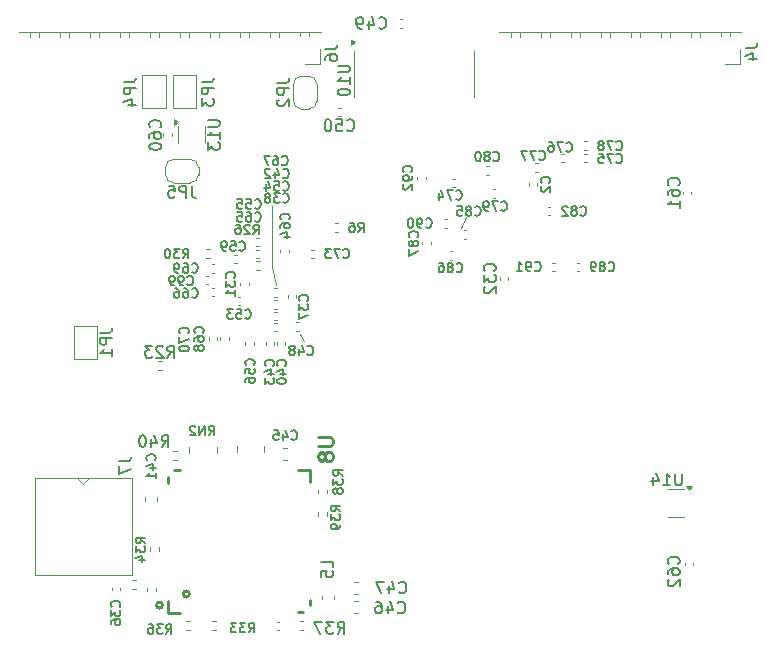
<source format=gbr>
%TF.GenerationSoftware,KiCad,Pcbnew,8.0.6*%
%TF.CreationDate,2024-12-25T08:51:45-08:00*%
%TF.ProjectId,hardware,68617264-7761-4726-952e-6b696361645f,rev?*%
%TF.SameCoordinates,Original*%
%TF.FileFunction,Legend,Bot*%
%TF.FilePolarity,Positive*%
%FSLAX46Y46*%
G04 Gerber Fmt 4.6, Leading zero omitted, Abs format (unit mm)*
G04 Created by KiCad (PCBNEW 8.0.6) date 2024-12-25 08:51:45*
%MOMM*%
%LPD*%
G01*
G04 APERTURE LIST*
%ADD10C,0.120000*%
%ADD11C,0.150000*%
%ADD12C,0.254000*%
G04 APERTURE END LIST*
D10*
X115506500Y-105600500D02*
X115824000Y-107124500D01*
X115506500Y-100457000D02*
X115506500Y-105600500D01*
X131889500Y-101409500D02*
X131508500Y-102298500D01*
X118173500Y-111887000D02*
X117856000Y-111315500D01*
D11*
X138986104Y-98466667D02*
X139024200Y-98428571D01*
X139024200Y-98428571D02*
X139062295Y-98314286D01*
X139062295Y-98314286D02*
X139062295Y-98238095D01*
X139062295Y-98238095D02*
X139024200Y-98123809D01*
X139024200Y-98123809D02*
X138948009Y-98047619D01*
X138948009Y-98047619D02*
X138871819Y-98009524D01*
X138871819Y-98009524D02*
X138719438Y-97971428D01*
X138719438Y-97971428D02*
X138605152Y-97971428D01*
X138605152Y-97971428D02*
X138452771Y-98009524D01*
X138452771Y-98009524D02*
X138376580Y-98047619D01*
X138376580Y-98047619D02*
X138300390Y-98123809D01*
X138300390Y-98123809D02*
X138262295Y-98238095D01*
X138262295Y-98238095D02*
X138262295Y-98314286D01*
X138262295Y-98314286D02*
X138300390Y-98428571D01*
X138300390Y-98428571D02*
X138338485Y-98466667D01*
X138338485Y-98771428D02*
X138300390Y-98809524D01*
X138300390Y-98809524D02*
X138262295Y-98885714D01*
X138262295Y-98885714D02*
X138262295Y-99076190D01*
X138262295Y-99076190D02*
X138300390Y-99152381D01*
X138300390Y-99152381D02*
X138338485Y-99190476D01*
X138338485Y-99190476D02*
X138414676Y-99228571D01*
X138414676Y-99228571D02*
X138490866Y-99228571D01*
X138490866Y-99228571D02*
X138605152Y-99190476D01*
X138605152Y-99190476D02*
X139062295Y-98733333D01*
X139062295Y-98733333D02*
X139062295Y-99228571D01*
X112283104Y-106534014D02*
X112321200Y-106495918D01*
X112321200Y-106495918D02*
X112359295Y-106381633D01*
X112359295Y-106381633D02*
X112359295Y-106305442D01*
X112359295Y-106305442D02*
X112321200Y-106191156D01*
X112321200Y-106191156D02*
X112245009Y-106114966D01*
X112245009Y-106114966D02*
X112168819Y-106076871D01*
X112168819Y-106076871D02*
X112016438Y-106038775D01*
X112016438Y-106038775D02*
X111902152Y-106038775D01*
X111902152Y-106038775D02*
X111749771Y-106076871D01*
X111749771Y-106076871D02*
X111673580Y-106114966D01*
X111673580Y-106114966D02*
X111597390Y-106191156D01*
X111597390Y-106191156D02*
X111559295Y-106305442D01*
X111559295Y-106305442D02*
X111559295Y-106381633D01*
X111559295Y-106381633D02*
X111597390Y-106495918D01*
X111597390Y-106495918D02*
X111635485Y-106534014D01*
X111559295Y-106800680D02*
X111559295Y-107295918D01*
X111559295Y-107295918D02*
X111864057Y-107029252D01*
X111864057Y-107029252D02*
X111864057Y-107143537D01*
X111864057Y-107143537D02*
X111902152Y-107219728D01*
X111902152Y-107219728D02*
X111940247Y-107257823D01*
X111940247Y-107257823D02*
X112016438Y-107295918D01*
X112016438Y-107295918D02*
X112206914Y-107295918D01*
X112206914Y-107295918D02*
X112283104Y-107257823D01*
X112283104Y-107257823D02*
X112321200Y-107219728D01*
X112321200Y-107219728D02*
X112359295Y-107143537D01*
X112359295Y-107143537D02*
X112359295Y-106914966D01*
X112359295Y-106914966D02*
X112321200Y-106838775D01*
X112321200Y-106838775D02*
X112283104Y-106800680D01*
X112359295Y-108057823D02*
X112359295Y-107600680D01*
X112359295Y-107829252D02*
X111559295Y-107829252D01*
X111559295Y-107829252D02*
X111673580Y-107753061D01*
X111673580Y-107753061D02*
X111749771Y-107676871D01*
X111749771Y-107676871D02*
X111787866Y-107600680D01*
X116401785Y-100108104D02*
X116439881Y-100146200D01*
X116439881Y-100146200D02*
X116554166Y-100184295D01*
X116554166Y-100184295D02*
X116630357Y-100184295D01*
X116630357Y-100184295D02*
X116744643Y-100146200D01*
X116744643Y-100146200D02*
X116820833Y-100070009D01*
X116820833Y-100070009D02*
X116858928Y-99993819D01*
X116858928Y-99993819D02*
X116897024Y-99841438D01*
X116897024Y-99841438D02*
X116897024Y-99727152D01*
X116897024Y-99727152D02*
X116858928Y-99574771D01*
X116858928Y-99574771D02*
X116820833Y-99498580D01*
X116820833Y-99498580D02*
X116744643Y-99422390D01*
X116744643Y-99422390D02*
X116630357Y-99384295D01*
X116630357Y-99384295D02*
X116554166Y-99384295D01*
X116554166Y-99384295D02*
X116439881Y-99422390D01*
X116439881Y-99422390D02*
X116401785Y-99460485D01*
X116135119Y-99384295D02*
X115639881Y-99384295D01*
X115639881Y-99384295D02*
X115906547Y-99689057D01*
X115906547Y-99689057D02*
X115792262Y-99689057D01*
X115792262Y-99689057D02*
X115716071Y-99727152D01*
X115716071Y-99727152D02*
X115677976Y-99765247D01*
X115677976Y-99765247D02*
X115639881Y-99841438D01*
X115639881Y-99841438D02*
X115639881Y-100031914D01*
X115639881Y-100031914D02*
X115677976Y-100108104D01*
X115677976Y-100108104D02*
X115716071Y-100146200D01*
X115716071Y-100146200D02*
X115792262Y-100184295D01*
X115792262Y-100184295D02*
X116020833Y-100184295D01*
X116020833Y-100184295D02*
X116097024Y-100146200D01*
X116097024Y-100146200D02*
X116135119Y-100108104D01*
X115182738Y-99727152D02*
X115258928Y-99689057D01*
X115258928Y-99689057D02*
X115297023Y-99650961D01*
X115297023Y-99650961D02*
X115335119Y-99574771D01*
X115335119Y-99574771D02*
X115335119Y-99536676D01*
X115335119Y-99536676D02*
X115297023Y-99460485D01*
X115297023Y-99460485D02*
X115258928Y-99422390D01*
X115258928Y-99422390D02*
X115182738Y-99384295D01*
X115182738Y-99384295D02*
X115030357Y-99384295D01*
X115030357Y-99384295D02*
X114954166Y-99422390D01*
X114954166Y-99422390D02*
X114916071Y-99460485D01*
X114916071Y-99460485D02*
X114877976Y-99536676D01*
X114877976Y-99536676D02*
X114877976Y-99574771D01*
X114877976Y-99574771D02*
X114916071Y-99650961D01*
X114916071Y-99650961D02*
X114954166Y-99689057D01*
X114954166Y-99689057D02*
X115030357Y-99727152D01*
X115030357Y-99727152D02*
X115182738Y-99727152D01*
X115182738Y-99727152D02*
X115258928Y-99765247D01*
X115258928Y-99765247D02*
X115297023Y-99803342D01*
X115297023Y-99803342D02*
X115335119Y-99879533D01*
X115335119Y-99879533D02*
X115335119Y-100031914D01*
X115335119Y-100031914D02*
X115297023Y-100108104D01*
X115297023Y-100108104D02*
X115258928Y-100146200D01*
X115258928Y-100146200D02*
X115182738Y-100184295D01*
X115182738Y-100184295D02*
X115030357Y-100184295D01*
X115030357Y-100184295D02*
X114954166Y-100146200D01*
X114954166Y-100146200D02*
X114916071Y-100108104D01*
X114916071Y-100108104D02*
X114877976Y-100031914D01*
X114877976Y-100031914D02*
X114877976Y-99879533D01*
X114877976Y-99879533D02*
X114916071Y-99803342D01*
X114916071Y-99803342D02*
X114954166Y-99765247D01*
X114954166Y-99765247D02*
X115030357Y-99727152D01*
X116401785Y-98012604D02*
X116439881Y-98050700D01*
X116439881Y-98050700D02*
X116554166Y-98088795D01*
X116554166Y-98088795D02*
X116630357Y-98088795D01*
X116630357Y-98088795D02*
X116744643Y-98050700D01*
X116744643Y-98050700D02*
X116820833Y-97974509D01*
X116820833Y-97974509D02*
X116858928Y-97898319D01*
X116858928Y-97898319D02*
X116897024Y-97745938D01*
X116897024Y-97745938D02*
X116897024Y-97631652D01*
X116897024Y-97631652D02*
X116858928Y-97479271D01*
X116858928Y-97479271D02*
X116820833Y-97403080D01*
X116820833Y-97403080D02*
X116744643Y-97326890D01*
X116744643Y-97326890D02*
X116630357Y-97288795D01*
X116630357Y-97288795D02*
X116554166Y-97288795D01*
X116554166Y-97288795D02*
X116439881Y-97326890D01*
X116439881Y-97326890D02*
X116401785Y-97364985D01*
X115716071Y-97555461D02*
X115716071Y-98088795D01*
X115906547Y-97250700D02*
X116097024Y-97822128D01*
X116097024Y-97822128D02*
X115601785Y-97822128D01*
X115335119Y-97364985D02*
X115297023Y-97326890D01*
X115297023Y-97326890D02*
X115220833Y-97288795D01*
X115220833Y-97288795D02*
X115030357Y-97288795D01*
X115030357Y-97288795D02*
X114954166Y-97326890D01*
X114954166Y-97326890D02*
X114916071Y-97364985D01*
X114916071Y-97364985D02*
X114877976Y-97441176D01*
X114877976Y-97441176D02*
X114877976Y-97517366D01*
X114877976Y-97517366D02*
X114916071Y-97631652D01*
X114916071Y-97631652D02*
X115373214Y-98088795D01*
X115373214Y-98088795D02*
X114877976Y-98088795D01*
X115602104Y-113976214D02*
X115640200Y-113938118D01*
X115640200Y-113938118D02*
X115678295Y-113823833D01*
X115678295Y-113823833D02*
X115678295Y-113747642D01*
X115678295Y-113747642D02*
X115640200Y-113633356D01*
X115640200Y-113633356D02*
X115564009Y-113557166D01*
X115564009Y-113557166D02*
X115487819Y-113519071D01*
X115487819Y-113519071D02*
X115335438Y-113480975D01*
X115335438Y-113480975D02*
X115221152Y-113480975D01*
X115221152Y-113480975D02*
X115068771Y-113519071D01*
X115068771Y-113519071D02*
X114992580Y-113557166D01*
X114992580Y-113557166D02*
X114916390Y-113633356D01*
X114916390Y-113633356D02*
X114878295Y-113747642D01*
X114878295Y-113747642D02*
X114878295Y-113823833D01*
X114878295Y-113823833D02*
X114916390Y-113938118D01*
X114916390Y-113938118D02*
X114954485Y-113976214D01*
X115144961Y-114661928D02*
X115678295Y-114661928D01*
X114840200Y-114471452D02*
X115411628Y-114280975D01*
X115411628Y-114280975D02*
X115411628Y-114776214D01*
X114878295Y-115004785D02*
X114878295Y-115500023D01*
X114878295Y-115500023D02*
X115183057Y-115233357D01*
X115183057Y-115233357D02*
X115183057Y-115347642D01*
X115183057Y-115347642D02*
X115221152Y-115423833D01*
X115221152Y-115423833D02*
X115259247Y-115461928D01*
X115259247Y-115461928D02*
X115335438Y-115500023D01*
X115335438Y-115500023D02*
X115525914Y-115500023D01*
X115525914Y-115500023D02*
X115602104Y-115461928D01*
X115602104Y-115461928D02*
X115640200Y-115423833D01*
X115640200Y-115423833D02*
X115678295Y-115347642D01*
X115678295Y-115347642D02*
X115678295Y-115119071D01*
X115678295Y-115119071D02*
X115640200Y-115042880D01*
X115640200Y-115042880D02*
X115602104Y-115004785D01*
X118497285Y-112998604D02*
X118535381Y-113036700D01*
X118535381Y-113036700D02*
X118649666Y-113074795D01*
X118649666Y-113074795D02*
X118725857Y-113074795D01*
X118725857Y-113074795D02*
X118840143Y-113036700D01*
X118840143Y-113036700D02*
X118916333Y-112960509D01*
X118916333Y-112960509D02*
X118954428Y-112884319D01*
X118954428Y-112884319D02*
X118992524Y-112731938D01*
X118992524Y-112731938D02*
X118992524Y-112617652D01*
X118992524Y-112617652D02*
X118954428Y-112465271D01*
X118954428Y-112465271D02*
X118916333Y-112389080D01*
X118916333Y-112389080D02*
X118840143Y-112312890D01*
X118840143Y-112312890D02*
X118725857Y-112274795D01*
X118725857Y-112274795D02*
X118649666Y-112274795D01*
X118649666Y-112274795D02*
X118535381Y-112312890D01*
X118535381Y-112312890D02*
X118497285Y-112350985D01*
X117811571Y-112541461D02*
X117811571Y-113074795D01*
X118002047Y-112236700D02*
X118192524Y-112808128D01*
X118192524Y-112808128D02*
X117697285Y-112808128D01*
X117278238Y-112617652D02*
X117354428Y-112579557D01*
X117354428Y-112579557D02*
X117392523Y-112541461D01*
X117392523Y-112541461D02*
X117430619Y-112465271D01*
X117430619Y-112465271D02*
X117430619Y-112427176D01*
X117430619Y-112427176D02*
X117392523Y-112350985D01*
X117392523Y-112350985D02*
X117354428Y-112312890D01*
X117354428Y-112312890D02*
X117278238Y-112274795D01*
X117278238Y-112274795D02*
X117125857Y-112274795D01*
X117125857Y-112274795D02*
X117049666Y-112312890D01*
X117049666Y-112312890D02*
X117011571Y-112350985D01*
X117011571Y-112350985D02*
X116973476Y-112427176D01*
X116973476Y-112427176D02*
X116973476Y-112465271D01*
X116973476Y-112465271D02*
X117011571Y-112541461D01*
X117011571Y-112541461D02*
X117049666Y-112579557D01*
X117049666Y-112579557D02*
X117125857Y-112617652D01*
X117125857Y-112617652D02*
X117278238Y-112617652D01*
X117278238Y-112617652D02*
X117354428Y-112655747D01*
X117354428Y-112655747D02*
X117392523Y-112693842D01*
X117392523Y-112693842D02*
X117430619Y-112770033D01*
X117430619Y-112770033D02*
X117430619Y-112922414D01*
X117430619Y-112922414D02*
X117392523Y-112998604D01*
X117392523Y-112998604D02*
X117354428Y-113036700D01*
X117354428Y-113036700D02*
X117278238Y-113074795D01*
X117278238Y-113074795D02*
X117125857Y-113074795D01*
X117125857Y-113074795D02*
X117049666Y-113036700D01*
X117049666Y-113036700D02*
X117011571Y-112998604D01*
X117011571Y-112998604D02*
X116973476Y-112922414D01*
X116973476Y-112922414D02*
X116973476Y-112770033D01*
X116973476Y-112770033D02*
X117011571Y-112693842D01*
X117011571Y-112693842D02*
X117049666Y-112655747D01*
X117049666Y-112655747D02*
X117125857Y-112617652D01*
X113214085Y-109929504D02*
X113252181Y-109967600D01*
X113252181Y-109967600D02*
X113366466Y-110005695D01*
X113366466Y-110005695D02*
X113442657Y-110005695D01*
X113442657Y-110005695D02*
X113556943Y-109967600D01*
X113556943Y-109967600D02*
X113633133Y-109891409D01*
X113633133Y-109891409D02*
X113671228Y-109815219D01*
X113671228Y-109815219D02*
X113709324Y-109662838D01*
X113709324Y-109662838D02*
X113709324Y-109548552D01*
X113709324Y-109548552D02*
X113671228Y-109396171D01*
X113671228Y-109396171D02*
X113633133Y-109319980D01*
X113633133Y-109319980D02*
X113556943Y-109243790D01*
X113556943Y-109243790D02*
X113442657Y-109205695D01*
X113442657Y-109205695D02*
X113366466Y-109205695D01*
X113366466Y-109205695D02*
X113252181Y-109243790D01*
X113252181Y-109243790D02*
X113214085Y-109281885D01*
X112490276Y-109205695D02*
X112871228Y-109205695D01*
X112871228Y-109205695D02*
X112909324Y-109586647D01*
X112909324Y-109586647D02*
X112871228Y-109548552D01*
X112871228Y-109548552D02*
X112795038Y-109510457D01*
X112795038Y-109510457D02*
X112604562Y-109510457D01*
X112604562Y-109510457D02*
X112528371Y-109548552D01*
X112528371Y-109548552D02*
X112490276Y-109586647D01*
X112490276Y-109586647D02*
X112452181Y-109662838D01*
X112452181Y-109662838D02*
X112452181Y-109853314D01*
X112452181Y-109853314D02*
X112490276Y-109929504D01*
X112490276Y-109929504D02*
X112528371Y-109967600D01*
X112528371Y-109967600D02*
X112604562Y-110005695D01*
X112604562Y-110005695D02*
X112795038Y-110005695D01*
X112795038Y-110005695D02*
X112871228Y-109967600D01*
X112871228Y-109967600D02*
X112909324Y-109929504D01*
X112185514Y-109205695D02*
X111690276Y-109205695D01*
X111690276Y-109205695D02*
X111956942Y-109510457D01*
X111956942Y-109510457D02*
X111842657Y-109510457D01*
X111842657Y-109510457D02*
X111766466Y-109548552D01*
X111766466Y-109548552D02*
X111728371Y-109586647D01*
X111728371Y-109586647D02*
X111690276Y-109662838D01*
X111690276Y-109662838D02*
X111690276Y-109853314D01*
X111690276Y-109853314D02*
X111728371Y-109929504D01*
X111728371Y-109929504D02*
X111766466Y-109967600D01*
X111766466Y-109967600D02*
X111842657Y-110005695D01*
X111842657Y-110005695D02*
X112071228Y-110005695D01*
X112071228Y-110005695D02*
X112147419Y-109967600D01*
X112147419Y-109967600D02*
X112185514Y-109929504D01*
X116401785Y-99092104D02*
X116439881Y-99130200D01*
X116439881Y-99130200D02*
X116554166Y-99168295D01*
X116554166Y-99168295D02*
X116630357Y-99168295D01*
X116630357Y-99168295D02*
X116744643Y-99130200D01*
X116744643Y-99130200D02*
X116820833Y-99054009D01*
X116820833Y-99054009D02*
X116858928Y-98977819D01*
X116858928Y-98977819D02*
X116897024Y-98825438D01*
X116897024Y-98825438D02*
X116897024Y-98711152D01*
X116897024Y-98711152D02*
X116858928Y-98558771D01*
X116858928Y-98558771D02*
X116820833Y-98482580D01*
X116820833Y-98482580D02*
X116744643Y-98406390D01*
X116744643Y-98406390D02*
X116630357Y-98368295D01*
X116630357Y-98368295D02*
X116554166Y-98368295D01*
X116554166Y-98368295D02*
X116439881Y-98406390D01*
X116439881Y-98406390D02*
X116401785Y-98444485D01*
X115677976Y-98368295D02*
X116058928Y-98368295D01*
X116058928Y-98368295D02*
X116097024Y-98749247D01*
X116097024Y-98749247D02*
X116058928Y-98711152D01*
X116058928Y-98711152D02*
X115982738Y-98673057D01*
X115982738Y-98673057D02*
X115792262Y-98673057D01*
X115792262Y-98673057D02*
X115716071Y-98711152D01*
X115716071Y-98711152D02*
X115677976Y-98749247D01*
X115677976Y-98749247D02*
X115639881Y-98825438D01*
X115639881Y-98825438D02*
X115639881Y-99015914D01*
X115639881Y-99015914D02*
X115677976Y-99092104D01*
X115677976Y-99092104D02*
X115716071Y-99130200D01*
X115716071Y-99130200D02*
X115792262Y-99168295D01*
X115792262Y-99168295D02*
X115982738Y-99168295D01*
X115982738Y-99168295D02*
X116058928Y-99130200D01*
X116058928Y-99130200D02*
X116097024Y-99092104D01*
X114954166Y-98634961D02*
X114954166Y-99168295D01*
X115144642Y-98330200D02*
X115335119Y-98901628D01*
X115335119Y-98901628D02*
X114839880Y-98901628D01*
X114052285Y-100616104D02*
X114090381Y-100654200D01*
X114090381Y-100654200D02*
X114204666Y-100692295D01*
X114204666Y-100692295D02*
X114280857Y-100692295D01*
X114280857Y-100692295D02*
X114395143Y-100654200D01*
X114395143Y-100654200D02*
X114471333Y-100578009D01*
X114471333Y-100578009D02*
X114509428Y-100501819D01*
X114509428Y-100501819D02*
X114547524Y-100349438D01*
X114547524Y-100349438D02*
X114547524Y-100235152D01*
X114547524Y-100235152D02*
X114509428Y-100082771D01*
X114509428Y-100082771D02*
X114471333Y-100006580D01*
X114471333Y-100006580D02*
X114395143Y-99930390D01*
X114395143Y-99930390D02*
X114280857Y-99892295D01*
X114280857Y-99892295D02*
X114204666Y-99892295D01*
X114204666Y-99892295D02*
X114090381Y-99930390D01*
X114090381Y-99930390D02*
X114052285Y-99968485D01*
X113328476Y-99892295D02*
X113709428Y-99892295D01*
X113709428Y-99892295D02*
X113747524Y-100273247D01*
X113747524Y-100273247D02*
X113709428Y-100235152D01*
X113709428Y-100235152D02*
X113633238Y-100197057D01*
X113633238Y-100197057D02*
X113442762Y-100197057D01*
X113442762Y-100197057D02*
X113366571Y-100235152D01*
X113366571Y-100235152D02*
X113328476Y-100273247D01*
X113328476Y-100273247D02*
X113290381Y-100349438D01*
X113290381Y-100349438D02*
X113290381Y-100539914D01*
X113290381Y-100539914D02*
X113328476Y-100616104D01*
X113328476Y-100616104D02*
X113366571Y-100654200D01*
X113366571Y-100654200D02*
X113442762Y-100692295D01*
X113442762Y-100692295D02*
X113633238Y-100692295D01*
X113633238Y-100692295D02*
X113709428Y-100654200D01*
X113709428Y-100654200D02*
X113747524Y-100616104D01*
X112566571Y-99892295D02*
X112947523Y-99892295D01*
X112947523Y-99892295D02*
X112985619Y-100273247D01*
X112985619Y-100273247D02*
X112947523Y-100235152D01*
X112947523Y-100235152D02*
X112871333Y-100197057D01*
X112871333Y-100197057D02*
X112680857Y-100197057D01*
X112680857Y-100197057D02*
X112604666Y-100235152D01*
X112604666Y-100235152D02*
X112566571Y-100273247D01*
X112566571Y-100273247D02*
X112528476Y-100349438D01*
X112528476Y-100349438D02*
X112528476Y-100539914D01*
X112528476Y-100539914D02*
X112566571Y-100616104D01*
X112566571Y-100616104D02*
X112604666Y-100654200D01*
X112604666Y-100654200D02*
X112680857Y-100692295D01*
X112680857Y-100692295D02*
X112871333Y-100692295D01*
X112871333Y-100692295D02*
X112947523Y-100654200D01*
X112947523Y-100654200D02*
X112985619Y-100616104D01*
X112718785Y-104172104D02*
X112756881Y-104210200D01*
X112756881Y-104210200D02*
X112871166Y-104248295D01*
X112871166Y-104248295D02*
X112947357Y-104248295D01*
X112947357Y-104248295D02*
X113061643Y-104210200D01*
X113061643Y-104210200D02*
X113137833Y-104134009D01*
X113137833Y-104134009D02*
X113175928Y-104057819D01*
X113175928Y-104057819D02*
X113214024Y-103905438D01*
X113214024Y-103905438D02*
X113214024Y-103791152D01*
X113214024Y-103791152D02*
X113175928Y-103638771D01*
X113175928Y-103638771D02*
X113137833Y-103562580D01*
X113137833Y-103562580D02*
X113061643Y-103486390D01*
X113061643Y-103486390D02*
X112947357Y-103448295D01*
X112947357Y-103448295D02*
X112871166Y-103448295D01*
X112871166Y-103448295D02*
X112756881Y-103486390D01*
X112756881Y-103486390D02*
X112718785Y-103524485D01*
X111994976Y-103448295D02*
X112375928Y-103448295D01*
X112375928Y-103448295D02*
X112414024Y-103829247D01*
X112414024Y-103829247D02*
X112375928Y-103791152D01*
X112375928Y-103791152D02*
X112299738Y-103753057D01*
X112299738Y-103753057D02*
X112109262Y-103753057D01*
X112109262Y-103753057D02*
X112033071Y-103791152D01*
X112033071Y-103791152D02*
X111994976Y-103829247D01*
X111994976Y-103829247D02*
X111956881Y-103905438D01*
X111956881Y-103905438D02*
X111956881Y-104095914D01*
X111956881Y-104095914D02*
X111994976Y-104172104D01*
X111994976Y-104172104D02*
X112033071Y-104210200D01*
X112033071Y-104210200D02*
X112109262Y-104248295D01*
X112109262Y-104248295D02*
X112299738Y-104248295D01*
X112299738Y-104248295D02*
X112375928Y-104210200D01*
X112375928Y-104210200D02*
X112414024Y-104172104D01*
X111575928Y-104248295D02*
X111423547Y-104248295D01*
X111423547Y-104248295D02*
X111347357Y-104210200D01*
X111347357Y-104210200D02*
X111309261Y-104172104D01*
X111309261Y-104172104D02*
X111233071Y-104057819D01*
X111233071Y-104057819D02*
X111194976Y-103905438D01*
X111194976Y-103905438D02*
X111194976Y-103600676D01*
X111194976Y-103600676D02*
X111233071Y-103524485D01*
X111233071Y-103524485D02*
X111271166Y-103486390D01*
X111271166Y-103486390D02*
X111347357Y-103448295D01*
X111347357Y-103448295D02*
X111499738Y-103448295D01*
X111499738Y-103448295D02*
X111575928Y-103486390D01*
X111575928Y-103486390D02*
X111614023Y-103524485D01*
X111614023Y-103524485D02*
X111652119Y-103600676D01*
X111652119Y-103600676D02*
X111652119Y-103791152D01*
X111652119Y-103791152D02*
X111614023Y-103867342D01*
X111614023Y-103867342D02*
X111575928Y-103905438D01*
X111575928Y-103905438D02*
X111499738Y-103943533D01*
X111499738Y-103943533D02*
X111347357Y-103943533D01*
X111347357Y-103943533D02*
X111271166Y-103905438D01*
X111271166Y-103905438D02*
X111233071Y-103867342D01*
X111233071Y-103867342D02*
X111194976Y-103791152D01*
X116935604Y-101593714D02*
X116973700Y-101555618D01*
X116973700Y-101555618D02*
X117011795Y-101441333D01*
X117011795Y-101441333D02*
X117011795Y-101365142D01*
X117011795Y-101365142D02*
X116973700Y-101250856D01*
X116973700Y-101250856D02*
X116897509Y-101174666D01*
X116897509Y-101174666D02*
X116821319Y-101136571D01*
X116821319Y-101136571D02*
X116668938Y-101098475D01*
X116668938Y-101098475D02*
X116554652Y-101098475D01*
X116554652Y-101098475D02*
X116402271Y-101136571D01*
X116402271Y-101136571D02*
X116326080Y-101174666D01*
X116326080Y-101174666D02*
X116249890Y-101250856D01*
X116249890Y-101250856D02*
X116211795Y-101365142D01*
X116211795Y-101365142D02*
X116211795Y-101441333D01*
X116211795Y-101441333D02*
X116249890Y-101555618D01*
X116249890Y-101555618D02*
X116287985Y-101593714D01*
X116211795Y-102279428D02*
X116211795Y-102127047D01*
X116211795Y-102127047D02*
X116249890Y-102050856D01*
X116249890Y-102050856D02*
X116287985Y-102012761D01*
X116287985Y-102012761D02*
X116402271Y-101936571D01*
X116402271Y-101936571D02*
X116554652Y-101898475D01*
X116554652Y-101898475D02*
X116859414Y-101898475D01*
X116859414Y-101898475D02*
X116935604Y-101936571D01*
X116935604Y-101936571D02*
X116973700Y-101974666D01*
X116973700Y-101974666D02*
X117011795Y-102050856D01*
X117011795Y-102050856D02*
X117011795Y-102203237D01*
X117011795Y-102203237D02*
X116973700Y-102279428D01*
X116973700Y-102279428D02*
X116935604Y-102317523D01*
X116935604Y-102317523D02*
X116859414Y-102355618D01*
X116859414Y-102355618D02*
X116668938Y-102355618D01*
X116668938Y-102355618D02*
X116592747Y-102317523D01*
X116592747Y-102317523D02*
X116554652Y-102279428D01*
X116554652Y-102279428D02*
X116516557Y-102203237D01*
X116516557Y-102203237D02*
X116516557Y-102050856D01*
X116516557Y-102050856D02*
X116554652Y-101974666D01*
X116554652Y-101974666D02*
X116592747Y-101936571D01*
X116592747Y-101936571D02*
X116668938Y-101898475D01*
X116478461Y-103041333D02*
X117011795Y-103041333D01*
X116173700Y-102850857D02*
X116745128Y-102660380D01*
X116745128Y-102660380D02*
X116745128Y-103155619D01*
X108708125Y-108144664D02*
X108746221Y-108182760D01*
X108746221Y-108182760D02*
X108860506Y-108220855D01*
X108860506Y-108220855D02*
X108936697Y-108220855D01*
X108936697Y-108220855D02*
X109050983Y-108182760D01*
X109050983Y-108182760D02*
X109127173Y-108106569D01*
X109127173Y-108106569D02*
X109165268Y-108030379D01*
X109165268Y-108030379D02*
X109203364Y-107877998D01*
X109203364Y-107877998D02*
X109203364Y-107763712D01*
X109203364Y-107763712D02*
X109165268Y-107611331D01*
X109165268Y-107611331D02*
X109127173Y-107535140D01*
X109127173Y-107535140D02*
X109050983Y-107458950D01*
X109050983Y-107458950D02*
X108936697Y-107420855D01*
X108936697Y-107420855D02*
X108860506Y-107420855D01*
X108860506Y-107420855D02*
X108746221Y-107458950D01*
X108746221Y-107458950D02*
X108708125Y-107497045D01*
X108022411Y-107420855D02*
X108174792Y-107420855D01*
X108174792Y-107420855D02*
X108250983Y-107458950D01*
X108250983Y-107458950D02*
X108289078Y-107497045D01*
X108289078Y-107497045D02*
X108365268Y-107611331D01*
X108365268Y-107611331D02*
X108403364Y-107763712D01*
X108403364Y-107763712D02*
X108403364Y-108068474D01*
X108403364Y-108068474D02*
X108365268Y-108144664D01*
X108365268Y-108144664D02*
X108327173Y-108182760D01*
X108327173Y-108182760D02*
X108250983Y-108220855D01*
X108250983Y-108220855D02*
X108098602Y-108220855D01*
X108098602Y-108220855D02*
X108022411Y-108182760D01*
X108022411Y-108182760D02*
X107984316Y-108144664D01*
X107984316Y-108144664D02*
X107946221Y-108068474D01*
X107946221Y-108068474D02*
X107946221Y-107877998D01*
X107946221Y-107877998D02*
X107984316Y-107801807D01*
X107984316Y-107801807D02*
X108022411Y-107763712D01*
X108022411Y-107763712D02*
X108098602Y-107725617D01*
X108098602Y-107725617D02*
X108250983Y-107725617D01*
X108250983Y-107725617D02*
X108327173Y-107763712D01*
X108327173Y-107763712D02*
X108365268Y-107801807D01*
X108365268Y-107801807D02*
X108403364Y-107877998D01*
X107260506Y-107420855D02*
X107412887Y-107420855D01*
X107412887Y-107420855D02*
X107489078Y-107458950D01*
X107489078Y-107458950D02*
X107527173Y-107497045D01*
X107527173Y-107497045D02*
X107603363Y-107611331D01*
X107603363Y-107611331D02*
X107641459Y-107763712D01*
X107641459Y-107763712D02*
X107641459Y-108068474D01*
X107641459Y-108068474D02*
X107603363Y-108144664D01*
X107603363Y-108144664D02*
X107565268Y-108182760D01*
X107565268Y-108182760D02*
X107489078Y-108220855D01*
X107489078Y-108220855D02*
X107336697Y-108220855D01*
X107336697Y-108220855D02*
X107260506Y-108182760D01*
X107260506Y-108182760D02*
X107222411Y-108144664D01*
X107222411Y-108144664D02*
X107184316Y-108068474D01*
X107184316Y-108068474D02*
X107184316Y-107877998D01*
X107184316Y-107877998D02*
X107222411Y-107801807D01*
X107222411Y-107801807D02*
X107260506Y-107763712D01*
X107260506Y-107763712D02*
X107336697Y-107725617D01*
X107336697Y-107725617D02*
X107489078Y-107725617D01*
X107489078Y-107725617D02*
X107565268Y-107763712D01*
X107565268Y-107763712D02*
X107603363Y-107801807D01*
X107603363Y-107801807D02*
X107641459Y-107877998D01*
X116338285Y-96933104D02*
X116376381Y-96971200D01*
X116376381Y-96971200D02*
X116490666Y-97009295D01*
X116490666Y-97009295D02*
X116566857Y-97009295D01*
X116566857Y-97009295D02*
X116681143Y-96971200D01*
X116681143Y-96971200D02*
X116757333Y-96895009D01*
X116757333Y-96895009D02*
X116795428Y-96818819D01*
X116795428Y-96818819D02*
X116833524Y-96666438D01*
X116833524Y-96666438D02*
X116833524Y-96552152D01*
X116833524Y-96552152D02*
X116795428Y-96399771D01*
X116795428Y-96399771D02*
X116757333Y-96323580D01*
X116757333Y-96323580D02*
X116681143Y-96247390D01*
X116681143Y-96247390D02*
X116566857Y-96209295D01*
X116566857Y-96209295D02*
X116490666Y-96209295D01*
X116490666Y-96209295D02*
X116376381Y-96247390D01*
X116376381Y-96247390D02*
X116338285Y-96285485D01*
X115652571Y-96209295D02*
X115804952Y-96209295D01*
X115804952Y-96209295D02*
X115881143Y-96247390D01*
X115881143Y-96247390D02*
X115919238Y-96285485D01*
X115919238Y-96285485D02*
X115995428Y-96399771D01*
X115995428Y-96399771D02*
X116033524Y-96552152D01*
X116033524Y-96552152D02*
X116033524Y-96856914D01*
X116033524Y-96856914D02*
X115995428Y-96933104D01*
X115995428Y-96933104D02*
X115957333Y-96971200D01*
X115957333Y-96971200D02*
X115881143Y-97009295D01*
X115881143Y-97009295D02*
X115728762Y-97009295D01*
X115728762Y-97009295D02*
X115652571Y-96971200D01*
X115652571Y-96971200D02*
X115614476Y-96933104D01*
X115614476Y-96933104D02*
X115576381Y-96856914D01*
X115576381Y-96856914D02*
X115576381Y-96666438D01*
X115576381Y-96666438D02*
X115614476Y-96590247D01*
X115614476Y-96590247D02*
X115652571Y-96552152D01*
X115652571Y-96552152D02*
X115728762Y-96514057D01*
X115728762Y-96514057D02*
X115881143Y-96514057D01*
X115881143Y-96514057D02*
X115957333Y-96552152D01*
X115957333Y-96552152D02*
X115995428Y-96590247D01*
X115995428Y-96590247D02*
X116033524Y-96666438D01*
X115309714Y-96209295D02*
X114776380Y-96209295D01*
X114776380Y-96209295D02*
X115119238Y-97009295D01*
X109633104Y-111182214D02*
X109671200Y-111144118D01*
X109671200Y-111144118D02*
X109709295Y-111029833D01*
X109709295Y-111029833D02*
X109709295Y-110953642D01*
X109709295Y-110953642D02*
X109671200Y-110839356D01*
X109671200Y-110839356D02*
X109595009Y-110763166D01*
X109595009Y-110763166D02*
X109518819Y-110725071D01*
X109518819Y-110725071D02*
X109366438Y-110686975D01*
X109366438Y-110686975D02*
X109252152Y-110686975D01*
X109252152Y-110686975D02*
X109099771Y-110725071D01*
X109099771Y-110725071D02*
X109023580Y-110763166D01*
X109023580Y-110763166D02*
X108947390Y-110839356D01*
X108947390Y-110839356D02*
X108909295Y-110953642D01*
X108909295Y-110953642D02*
X108909295Y-111029833D01*
X108909295Y-111029833D02*
X108947390Y-111144118D01*
X108947390Y-111144118D02*
X108985485Y-111182214D01*
X108909295Y-111867928D02*
X108909295Y-111715547D01*
X108909295Y-111715547D02*
X108947390Y-111639356D01*
X108947390Y-111639356D02*
X108985485Y-111601261D01*
X108985485Y-111601261D02*
X109099771Y-111525071D01*
X109099771Y-111525071D02*
X109252152Y-111486975D01*
X109252152Y-111486975D02*
X109556914Y-111486975D01*
X109556914Y-111486975D02*
X109633104Y-111525071D01*
X109633104Y-111525071D02*
X109671200Y-111563166D01*
X109671200Y-111563166D02*
X109709295Y-111639356D01*
X109709295Y-111639356D02*
X109709295Y-111791737D01*
X109709295Y-111791737D02*
X109671200Y-111867928D01*
X109671200Y-111867928D02*
X109633104Y-111906023D01*
X109633104Y-111906023D02*
X109556914Y-111944118D01*
X109556914Y-111944118D02*
X109366438Y-111944118D01*
X109366438Y-111944118D02*
X109290247Y-111906023D01*
X109290247Y-111906023D02*
X109252152Y-111867928D01*
X109252152Y-111867928D02*
X109214057Y-111791737D01*
X109214057Y-111791737D02*
X109214057Y-111639356D01*
X109214057Y-111639356D02*
X109252152Y-111563166D01*
X109252152Y-111563166D02*
X109290247Y-111525071D01*
X109290247Y-111525071D02*
X109366438Y-111486975D01*
X109252152Y-112401261D02*
X109214057Y-112325071D01*
X109214057Y-112325071D02*
X109175961Y-112286976D01*
X109175961Y-112286976D02*
X109099771Y-112248880D01*
X109099771Y-112248880D02*
X109061676Y-112248880D01*
X109061676Y-112248880D02*
X108985485Y-112286976D01*
X108985485Y-112286976D02*
X108947390Y-112325071D01*
X108947390Y-112325071D02*
X108909295Y-112401261D01*
X108909295Y-112401261D02*
X108909295Y-112553642D01*
X108909295Y-112553642D02*
X108947390Y-112629833D01*
X108947390Y-112629833D02*
X108985485Y-112667928D01*
X108985485Y-112667928D02*
X109061676Y-112706023D01*
X109061676Y-112706023D02*
X109099771Y-112706023D01*
X109099771Y-112706023D02*
X109175961Y-112667928D01*
X109175961Y-112667928D02*
X109214057Y-112629833D01*
X109214057Y-112629833D02*
X109252152Y-112553642D01*
X109252152Y-112553642D02*
X109252152Y-112401261D01*
X109252152Y-112401261D02*
X109290247Y-112325071D01*
X109290247Y-112325071D02*
X109328342Y-112286976D01*
X109328342Y-112286976D02*
X109404533Y-112248880D01*
X109404533Y-112248880D02*
X109556914Y-112248880D01*
X109556914Y-112248880D02*
X109633104Y-112286976D01*
X109633104Y-112286976D02*
X109671200Y-112325071D01*
X109671200Y-112325071D02*
X109709295Y-112401261D01*
X109709295Y-112401261D02*
X109709295Y-112553642D01*
X109709295Y-112553642D02*
X109671200Y-112629833D01*
X109671200Y-112629833D02*
X109633104Y-112667928D01*
X109633104Y-112667928D02*
X109556914Y-112706023D01*
X109556914Y-112706023D02*
X109404533Y-112706023D01*
X109404533Y-112706023D02*
X109328342Y-112667928D01*
X109328342Y-112667928D02*
X109290247Y-112629833D01*
X109290247Y-112629833D02*
X109252152Y-112553642D01*
X108718285Y-106013604D02*
X108756381Y-106051700D01*
X108756381Y-106051700D02*
X108870666Y-106089795D01*
X108870666Y-106089795D02*
X108946857Y-106089795D01*
X108946857Y-106089795D02*
X109061143Y-106051700D01*
X109061143Y-106051700D02*
X109137333Y-105975509D01*
X109137333Y-105975509D02*
X109175428Y-105899319D01*
X109175428Y-105899319D02*
X109213524Y-105746938D01*
X109213524Y-105746938D02*
X109213524Y-105632652D01*
X109213524Y-105632652D02*
X109175428Y-105480271D01*
X109175428Y-105480271D02*
X109137333Y-105404080D01*
X109137333Y-105404080D02*
X109061143Y-105327890D01*
X109061143Y-105327890D02*
X108946857Y-105289795D01*
X108946857Y-105289795D02*
X108870666Y-105289795D01*
X108870666Y-105289795D02*
X108756381Y-105327890D01*
X108756381Y-105327890D02*
X108718285Y-105365985D01*
X108032571Y-105289795D02*
X108184952Y-105289795D01*
X108184952Y-105289795D02*
X108261143Y-105327890D01*
X108261143Y-105327890D02*
X108299238Y-105365985D01*
X108299238Y-105365985D02*
X108375428Y-105480271D01*
X108375428Y-105480271D02*
X108413524Y-105632652D01*
X108413524Y-105632652D02*
X108413524Y-105937414D01*
X108413524Y-105937414D02*
X108375428Y-106013604D01*
X108375428Y-106013604D02*
X108337333Y-106051700D01*
X108337333Y-106051700D02*
X108261143Y-106089795D01*
X108261143Y-106089795D02*
X108108762Y-106089795D01*
X108108762Y-106089795D02*
X108032571Y-106051700D01*
X108032571Y-106051700D02*
X107994476Y-106013604D01*
X107994476Y-106013604D02*
X107956381Y-105937414D01*
X107956381Y-105937414D02*
X107956381Y-105746938D01*
X107956381Y-105746938D02*
X107994476Y-105670747D01*
X107994476Y-105670747D02*
X108032571Y-105632652D01*
X108032571Y-105632652D02*
X108108762Y-105594557D01*
X108108762Y-105594557D02*
X108261143Y-105594557D01*
X108261143Y-105594557D02*
X108337333Y-105632652D01*
X108337333Y-105632652D02*
X108375428Y-105670747D01*
X108375428Y-105670747D02*
X108413524Y-105746938D01*
X107575428Y-106089795D02*
X107423047Y-106089795D01*
X107423047Y-106089795D02*
X107346857Y-106051700D01*
X107346857Y-106051700D02*
X107308761Y-106013604D01*
X107308761Y-106013604D02*
X107232571Y-105899319D01*
X107232571Y-105899319D02*
X107194476Y-105746938D01*
X107194476Y-105746938D02*
X107194476Y-105442176D01*
X107194476Y-105442176D02*
X107232571Y-105365985D01*
X107232571Y-105365985D02*
X107270666Y-105327890D01*
X107270666Y-105327890D02*
X107346857Y-105289795D01*
X107346857Y-105289795D02*
X107499238Y-105289795D01*
X107499238Y-105289795D02*
X107575428Y-105327890D01*
X107575428Y-105327890D02*
X107613523Y-105365985D01*
X107613523Y-105365985D02*
X107651619Y-105442176D01*
X107651619Y-105442176D02*
X107651619Y-105632652D01*
X107651619Y-105632652D02*
X107613523Y-105708842D01*
X107613523Y-105708842D02*
X107575428Y-105746938D01*
X107575428Y-105746938D02*
X107499238Y-105785033D01*
X107499238Y-105785033D02*
X107346857Y-105785033D01*
X107346857Y-105785033D02*
X107270666Y-105746938D01*
X107270666Y-105746938D02*
X107232571Y-105708842D01*
X107232571Y-105708842D02*
X107194476Y-105632652D01*
X108363104Y-111245714D02*
X108401200Y-111207618D01*
X108401200Y-111207618D02*
X108439295Y-111093333D01*
X108439295Y-111093333D02*
X108439295Y-111017142D01*
X108439295Y-111017142D02*
X108401200Y-110902856D01*
X108401200Y-110902856D02*
X108325009Y-110826666D01*
X108325009Y-110826666D02*
X108248819Y-110788571D01*
X108248819Y-110788571D02*
X108096438Y-110750475D01*
X108096438Y-110750475D02*
X107982152Y-110750475D01*
X107982152Y-110750475D02*
X107829771Y-110788571D01*
X107829771Y-110788571D02*
X107753580Y-110826666D01*
X107753580Y-110826666D02*
X107677390Y-110902856D01*
X107677390Y-110902856D02*
X107639295Y-111017142D01*
X107639295Y-111017142D02*
X107639295Y-111093333D01*
X107639295Y-111093333D02*
X107677390Y-111207618D01*
X107677390Y-111207618D02*
X107715485Y-111245714D01*
X107639295Y-111512380D02*
X107639295Y-112045714D01*
X107639295Y-112045714D02*
X108439295Y-111702856D01*
X107639295Y-112502857D02*
X107639295Y-112579047D01*
X107639295Y-112579047D02*
X107677390Y-112655238D01*
X107677390Y-112655238D02*
X107715485Y-112693333D01*
X107715485Y-112693333D02*
X107791676Y-112731428D01*
X107791676Y-112731428D02*
X107944057Y-112769523D01*
X107944057Y-112769523D02*
X108134533Y-112769523D01*
X108134533Y-112769523D02*
X108286914Y-112731428D01*
X108286914Y-112731428D02*
X108363104Y-112693333D01*
X108363104Y-112693333D02*
X108401200Y-112655238D01*
X108401200Y-112655238D02*
X108439295Y-112579047D01*
X108439295Y-112579047D02*
X108439295Y-112502857D01*
X108439295Y-112502857D02*
X108401200Y-112426666D01*
X108401200Y-112426666D02*
X108363104Y-112388571D01*
X108363104Y-112388571D02*
X108286914Y-112350476D01*
X108286914Y-112350476D02*
X108134533Y-112312380D01*
X108134533Y-112312380D02*
X107944057Y-112312380D01*
X107944057Y-112312380D02*
X107791676Y-112350476D01*
X107791676Y-112350476D02*
X107715485Y-112388571D01*
X107715485Y-112388571D02*
X107677390Y-112426666D01*
X107677390Y-112426666D02*
X107639295Y-112502857D01*
X144659285Y-96742604D02*
X144697381Y-96780700D01*
X144697381Y-96780700D02*
X144811666Y-96818795D01*
X144811666Y-96818795D02*
X144887857Y-96818795D01*
X144887857Y-96818795D02*
X145002143Y-96780700D01*
X145002143Y-96780700D02*
X145078333Y-96704509D01*
X145078333Y-96704509D02*
X145116428Y-96628319D01*
X145116428Y-96628319D02*
X145154524Y-96475938D01*
X145154524Y-96475938D02*
X145154524Y-96361652D01*
X145154524Y-96361652D02*
X145116428Y-96209271D01*
X145116428Y-96209271D02*
X145078333Y-96133080D01*
X145078333Y-96133080D02*
X145002143Y-96056890D01*
X145002143Y-96056890D02*
X144887857Y-96018795D01*
X144887857Y-96018795D02*
X144811666Y-96018795D01*
X144811666Y-96018795D02*
X144697381Y-96056890D01*
X144697381Y-96056890D02*
X144659285Y-96094985D01*
X144392619Y-96018795D02*
X143859285Y-96018795D01*
X143859285Y-96018795D02*
X144202143Y-96818795D01*
X143173571Y-96018795D02*
X143554523Y-96018795D01*
X143554523Y-96018795D02*
X143592619Y-96399747D01*
X143592619Y-96399747D02*
X143554523Y-96361652D01*
X143554523Y-96361652D02*
X143478333Y-96323557D01*
X143478333Y-96323557D02*
X143287857Y-96323557D01*
X143287857Y-96323557D02*
X143211666Y-96361652D01*
X143211666Y-96361652D02*
X143173571Y-96399747D01*
X143173571Y-96399747D02*
X143135476Y-96475938D01*
X143135476Y-96475938D02*
X143135476Y-96666414D01*
X143135476Y-96666414D02*
X143173571Y-96742604D01*
X143173571Y-96742604D02*
X143211666Y-96780700D01*
X143211666Y-96780700D02*
X143287857Y-96818795D01*
X143287857Y-96818795D02*
X143478333Y-96818795D01*
X143478333Y-96818795D02*
X143554523Y-96780700D01*
X143554523Y-96780700D02*
X143592619Y-96742604D01*
X140404785Y-95790104D02*
X140442881Y-95828200D01*
X140442881Y-95828200D02*
X140557166Y-95866295D01*
X140557166Y-95866295D02*
X140633357Y-95866295D01*
X140633357Y-95866295D02*
X140747643Y-95828200D01*
X140747643Y-95828200D02*
X140823833Y-95752009D01*
X140823833Y-95752009D02*
X140861928Y-95675819D01*
X140861928Y-95675819D02*
X140900024Y-95523438D01*
X140900024Y-95523438D02*
X140900024Y-95409152D01*
X140900024Y-95409152D02*
X140861928Y-95256771D01*
X140861928Y-95256771D02*
X140823833Y-95180580D01*
X140823833Y-95180580D02*
X140747643Y-95104390D01*
X140747643Y-95104390D02*
X140633357Y-95066295D01*
X140633357Y-95066295D02*
X140557166Y-95066295D01*
X140557166Y-95066295D02*
X140442881Y-95104390D01*
X140442881Y-95104390D02*
X140404785Y-95142485D01*
X140138119Y-95066295D02*
X139604785Y-95066295D01*
X139604785Y-95066295D02*
X139947643Y-95866295D01*
X138957166Y-95066295D02*
X139109547Y-95066295D01*
X139109547Y-95066295D02*
X139185738Y-95104390D01*
X139185738Y-95104390D02*
X139223833Y-95142485D01*
X139223833Y-95142485D02*
X139300023Y-95256771D01*
X139300023Y-95256771D02*
X139338119Y-95409152D01*
X139338119Y-95409152D02*
X139338119Y-95713914D01*
X139338119Y-95713914D02*
X139300023Y-95790104D01*
X139300023Y-95790104D02*
X139261928Y-95828200D01*
X139261928Y-95828200D02*
X139185738Y-95866295D01*
X139185738Y-95866295D02*
X139033357Y-95866295D01*
X139033357Y-95866295D02*
X138957166Y-95828200D01*
X138957166Y-95828200D02*
X138919071Y-95790104D01*
X138919071Y-95790104D02*
X138880976Y-95713914D01*
X138880976Y-95713914D02*
X138880976Y-95523438D01*
X138880976Y-95523438D02*
X138919071Y-95447247D01*
X138919071Y-95447247D02*
X138957166Y-95409152D01*
X138957166Y-95409152D02*
X139033357Y-95371057D01*
X139033357Y-95371057D02*
X139185738Y-95371057D01*
X139185738Y-95371057D02*
X139261928Y-95409152D01*
X139261928Y-95409152D02*
X139300023Y-95447247D01*
X139300023Y-95447247D02*
X139338119Y-95523438D01*
X138118785Y-96488604D02*
X138156881Y-96526700D01*
X138156881Y-96526700D02*
X138271166Y-96564795D01*
X138271166Y-96564795D02*
X138347357Y-96564795D01*
X138347357Y-96564795D02*
X138461643Y-96526700D01*
X138461643Y-96526700D02*
X138537833Y-96450509D01*
X138537833Y-96450509D02*
X138575928Y-96374319D01*
X138575928Y-96374319D02*
X138614024Y-96221938D01*
X138614024Y-96221938D02*
X138614024Y-96107652D01*
X138614024Y-96107652D02*
X138575928Y-95955271D01*
X138575928Y-95955271D02*
X138537833Y-95879080D01*
X138537833Y-95879080D02*
X138461643Y-95802890D01*
X138461643Y-95802890D02*
X138347357Y-95764795D01*
X138347357Y-95764795D02*
X138271166Y-95764795D01*
X138271166Y-95764795D02*
X138156881Y-95802890D01*
X138156881Y-95802890D02*
X138118785Y-95840985D01*
X137852119Y-95764795D02*
X137318785Y-95764795D01*
X137318785Y-95764795D02*
X137661643Y-96564795D01*
X137090214Y-95764795D02*
X136556880Y-95764795D01*
X136556880Y-95764795D02*
X136899738Y-96564795D01*
X144659285Y-95663104D02*
X144697381Y-95701200D01*
X144697381Y-95701200D02*
X144811666Y-95739295D01*
X144811666Y-95739295D02*
X144887857Y-95739295D01*
X144887857Y-95739295D02*
X145002143Y-95701200D01*
X145002143Y-95701200D02*
X145078333Y-95625009D01*
X145078333Y-95625009D02*
X145116428Y-95548819D01*
X145116428Y-95548819D02*
X145154524Y-95396438D01*
X145154524Y-95396438D02*
X145154524Y-95282152D01*
X145154524Y-95282152D02*
X145116428Y-95129771D01*
X145116428Y-95129771D02*
X145078333Y-95053580D01*
X145078333Y-95053580D02*
X145002143Y-94977390D01*
X145002143Y-94977390D02*
X144887857Y-94939295D01*
X144887857Y-94939295D02*
X144811666Y-94939295D01*
X144811666Y-94939295D02*
X144697381Y-94977390D01*
X144697381Y-94977390D02*
X144659285Y-95015485D01*
X144392619Y-94939295D02*
X143859285Y-94939295D01*
X143859285Y-94939295D02*
X144202143Y-95739295D01*
X143440238Y-95282152D02*
X143516428Y-95244057D01*
X143516428Y-95244057D02*
X143554523Y-95205961D01*
X143554523Y-95205961D02*
X143592619Y-95129771D01*
X143592619Y-95129771D02*
X143592619Y-95091676D01*
X143592619Y-95091676D02*
X143554523Y-95015485D01*
X143554523Y-95015485D02*
X143516428Y-94977390D01*
X143516428Y-94977390D02*
X143440238Y-94939295D01*
X143440238Y-94939295D02*
X143287857Y-94939295D01*
X143287857Y-94939295D02*
X143211666Y-94977390D01*
X143211666Y-94977390D02*
X143173571Y-95015485D01*
X143173571Y-95015485D02*
X143135476Y-95091676D01*
X143135476Y-95091676D02*
X143135476Y-95129771D01*
X143135476Y-95129771D02*
X143173571Y-95205961D01*
X143173571Y-95205961D02*
X143211666Y-95244057D01*
X143211666Y-95244057D02*
X143287857Y-95282152D01*
X143287857Y-95282152D02*
X143440238Y-95282152D01*
X143440238Y-95282152D02*
X143516428Y-95320247D01*
X143516428Y-95320247D02*
X143554523Y-95358342D01*
X143554523Y-95358342D02*
X143592619Y-95434533D01*
X143592619Y-95434533D02*
X143592619Y-95586914D01*
X143592619Y-95586914D02*
X143554523Y-95663104D01*
X143554523Y-95663104D02*
X143516428Y-95701200D01*
X143516428Y-95701200D02*
X143440238Y-95739295D01*
X143440238Y-95739295D02*
X143287857Y-95739295D01*
X143287857Y-95739295D02*
X143211666Y-95701200D01*
X143211666Y-95701200D02*
X143173571Y-95663104D01*
X143173571Y-95663104D02*
X143135476Y-95586914D01*
X143135476Y-95586914D02*
X143135476Y-95434533D01*
X143135476Y-95434533D02*
X143173571Y-95358342D01*
X143173571Y-95358342D02*
X143211666Y-95320247D01*
X143211666Y-95320247D02*
X143287857Y-95282152D01*
X134914285Y-100786104D02*
X134952381Y-100824200D01*
X134952381Y-100824200D02*
X135066666Y-100862295D01*
X135066666Y-100862295D02*
X135142857Y-100862295D01*
X135142857Y-100862295D02*
X135257143Y-100824200D01*
X135257143Y-100824200D02*
X135333333Y-100748009D01*
X135333333Y-100748009D02*
X135371428Y-100671819D01*
X135371428Y-100671819D02*
X135409524Y-100519438D01*
X135409524Y-100519438D02*
X135409524Y-100405152D01*
X135409524Y-100405152D02*
X135371428Y-100252771D01*
X135371428Y-100252771D02*
X135333333Y-100176580D01*
X135333333Y-100176580D02*
X135257143Y-100100390D01*
X135257143Y-100100390D02*
X135142857Y-100062295D01*
X135142857Y-100062295D02*
X135066666Y-100062295D01*
X135066666Y-100062295D02*
X134952381Y-100100390D01*
X134952381Y-100100390D02*
X134914285Y-100138485D01*
X134647619Y-100062295D02*
X134114285Y-100062295D01*
X134114285Y-100062295D02*
X134457143Y-100862295D01*
X133771428Y-100862295D02*
X133619047Y-100862295D01*
X133619047Y-100862295D02*
X133542857Y-100824200D01*
X133542857Y-100824200D02*
X133504761Y-100786104D01*
X133504761Y-100786104D02*
X133428571Y-100671819D01*
X133428571Y-100671819D02*
X133390476Y-100519438D01*
X133390476Y-100519438D02*
X133390476Y-100214676D01*
X133390476Y-100214676D02*
X133428571Y-100138485D01*
X133428571Y-100138485D02*
X133466666Y-100100390D01*
X133466666Y-100100390D02*
X133542857Y-100062295D01*
X133542857Y-100062295D02*
X133695238Y-100062295D01*
X133695238Y-100062295D02*
X133771428Y-100100390D01*
X133771428Y-100100390D02*
X133809523Y-100138485D01*
X133809523Y-100138485D02*
X133847619Y-100214676D01*
X133847619Y-100214676D02*
X133847619Y-100405152D01*
X133847619Y-100405152D02*
X133809523Y-100481342D01*
X133809523Y-100481342D02*
X133771428Y-100519438D01*
X133771428Y-100519438D02*
X133695238Y-100557533D01*
X133695238Y-100557533D02*
X133542857Y-100557533D01*
X133542857Y-100557533D02*
X133466666Y-100519438D01*
X133466666Y-100519438D02*
X133428571Y-100481342D01*
X133428571Y-100481342D02*
X133390476Y-100405152D01*
X134245285Y-96573204D02*
X134283381Y-96611300D01*
X134283381Y-96611300D02*
X134397666Y-96649395D01*
X134397666Y-96649395D02*
X134473857Y-96649395D01*
X134473857Y-96649395D02*
X134588143Y-96611300D01*
X134588143Y-96611300D02*
X134664333Y-96535109D01*
X134664333Y-96535109D02*
X134702428Y-96458919D01*
X134702428Y-96458919D02*
X134740524Y-96306538D01*
X134740524Y-96306538D02*
X134740524Y-96192252D01*
X134740524Y-96192252D02*
X134702428Y-96039871D01*
X134702428Y-96039871D02*
X134664333Y-95963680D01*
X134664333Y-95963680D02*
X134588143Y-95887490D01*
X134588143Y-95887490D02*
X134473857Y-95849395D01*
X134473857Y-95849395D02*
X134397666Y-95849395D01*
X134397666Y-95849395D02*
X134283381Y-95887490D01*
X134283381Y-95887490D02*
X134245285Y-95925585D01*
X133788143Y-96192252D02*
X133864333Y-96154157D01*
X133864333Y-96154157D02*
X133902428Y-96116061D01*
X133902428Y-96116061D02*
X133940524Y-96039871D01*
X133940524Y-96039871D02*
X133940524Y-96001776D01*
X133940524Y-96001776D02*
X133902428Y-95925585D01*
X133902428Y-95925585D02*
X133864333Y-95887490D01*
X133864333Y-95887490D02*
X133788143Y-95849395D01*
X133788143Y-95849395D02*
X133635762Y-95849395D01*
X133635762Y-95849395D02*
X133559571Y-95887490D01*
X133559571Y-95887490D02*
X133521476Y-95925585D01*
X133521476Y-95925585D02*
X133483381Y-96001776D01*
X133483381Y-96001776D02*
X133483381Y-96039871D01*
X133483381Y-96039871D02*
X133521476Y-96116061D01*
X133521476Y-96116061D02*
X133559571Y-96154157D01*
X133559571Y-96154157D02*
X133635762Y-96192252D01*
X133635762Y-96192252D02*
X133788143Y-96192252D01*
X133788143Y-96192252D02*
X133864333Y-96230347D01*
X133864333Y-96230347D02*
X133902428Y-96268442D01*
X133902428Y-96268442D02*
X133940524Y-96344633D01*
X133940524Y-96344633D02*
X133940524Y-96497014D01*
X133940524Y-96497014D02*
X133902428Y-96573204D01*
X133902428Y-96573204D02*
X133864333Y-96611300D01*
X133864333Y-96611300D02*
X133788143Y-96649395D01*
X133788143Y-96649395D02*
X133635762Y-96649395D01*
X133635762Y-96649395D02*
X133559571Y-96611300D01*
X133559571Y-96611300D02*
X133521476Y-96573204D01*
X133521476Y-96573204D02*
X133483381Y-96497014D01*
X133483381Y-96497014D02*
X133483381Y-96344633D01*
X133483381Y-96344633D02*
X133521476Y-96268442D01*
X133521476Y-96268442D02*
X133559571Y-96230347D01*
X133559571Y-96230347D02*
X133635762Y-96192252D01*
X132988142Y-95849395D02*
X132911952Y-95849395D01*
X132911952Y-95849395D02*
X132835761Y-95887490D01*
X132835761Y-95887490D02*
X132797666Y-95925585D01*
X132797666Y-95925585D02*
X132759571Y-96001776D01*
X132759571Y-96001776D02*
X132721476Y-96154157D01*
X132721476Y-96154157D02*
X132721476Y-96344633D01*
X132721476Y-96344633D02*
X132759571Y-96497014D01*
X132759571Y-96497014D02*
X132797666Y-96573204D01*
X132797666Y-96573204D02*
X132835761Y-96611300D01*
X132835761Y-96611300D02*
X132911952Y-96649395D01*
X132911952Y-96649395D02*
X132988142Y-96649395D01*
X132988142Y-96649395D02*
X133064333Y-96611300D01*
X133064333Y-96611300D02*
X133102428Y-96573204D01*
X133102428Y-96573204D02*
X133140523Y-96497014D01*
X133140523Y-96497014D02*
X133178619Y-96344633D01*
X133178619Y-96344633D02*
X133178619Y-96154157D01*
X133178619Y-96154157D02*
X133140523Y-96001776D01*
X133140523Y-96001776D02*
X133102428Y-95925585D01*
X133102428Y-95925585D02*
X133064333Y-95887490D01*
X133064333Y-95887490D02*
X132988142Y-95849395D01*
X141611285Y-101187604D02*
X141649381Y-101225700D01*
X141649381Y-101225700D02*
X141763666Y-101263795D01*
X141763666Y-101263795D02*
X141839857Y-101263795D01*
X141839857Y-101263795D02*
X141954143Y-101225700D01*
X141954143Y-101225700D02*
X142030333Y-101149509D01*
X142030333Y-101149509D02*
X142068428Y-101073319D01*
X142068428Y-101073319D02*
X142106524Y-100920938D01*
X142106524Y-100920938D02*
X142106524Y-100806652D01*
X142106524Y-100806652D02*
X142068428Y-100654271D01*
X142068428Y-100654271D02*
X142030333Y-100578080D01*
X142030333Y-100578080D02*
X141954143Y-100501890D01*
X141954143Y-100501890D02*
X141839857Y-100463795D01*
X141839857Y-100463795D02*
X141763666Y-100463795D01*
X141763666Y-100463795D02*
X141649381Y-100501890D01*
X141649381Y-100501890D02*
X141611285Y-100539985D01*
X141154143Y-100806652D02*
X141230333Y-100768557D01*
X141230333Y-100768557D02*
X141268428Y-100730461D01*
X141268428Y-100730461D02*
X141306524Y-100654271D01*
X141306524Y-100654271D02*
X141306524Y-100616176D01*
X141306524Y-100616176D02*
X141268428Y-100539985D01*
X141268428Y-100539985D02*
X141230333Y-100501890D01*
X141230333Y-100501890D02*
X141154143Y-100463795D01*
X141154143Y-100463795D02*
X141001762Y-100463795D01*
X141001762Y-100463795D02*
X140925571Y-100501890D01*
X140925571Y-100501890D02*
X140887476Y-100539985D01*
X140887476Y-100539985D02*
X140849381Y-100616176D01*
X140849381Y-100616176D02*
X140849381Y-100654271D01*
X140849381Y-100654271D02*
X140887476Y-100730461D01*
X140887476Y-100730461D02*
X140925571Y-100768557D01*
X140925571Y-100768557D02*
X141001762Y-100806652D01*
X141001762Y-100806652D02*
X141154143Y-100806652D01*
X141154143Y-100806652D02*
X141230333Y-100844747D01*
X141230333Y-100844747D02*
X141268428Y-100882842D01*
X141268428Y-100882842D02*
X141306524Y-100959033D01*
X141306524Y-100959033D02*
X141306524Y-101111414D01*
X141306524Y-101111414D02*
X141268428Y-101187604D01*
X141268428Y-101187604D02*
X141230333Y-101225700D01*
X141230333Y-101225700D02*
X141154143Y-101263795D01*
X141154143Y-101263795D02*
X141001762Y-101263795D01*
X141001762Y-101263795D02*
X140925571Y-101225700D01*
X140925571Y-101225700D02*
X140887476Y-101187604D01*
X140887476Y-101187604D02*
X140849381Y-101111414D01*
X140849381Y-101111414D02*
X140849381Y-100959033D01*
X140849381Y-100959033D02*
X140887476Y-100882842D01*
X140887476Y-100882842D02*
X140925571Y-100844747D01*
X140925571Y-100844747D02*
X141001762Y-100806652D01*
X140544619Y-100539985D02*
X140506523Y-100501890D01*
X140506523Y-100501890D02*
X140430333Y-100463795D01*
X140430333Y-100463795D02*
X140239857Y-100463795D01*
X140239857Y-100463795D02*
X140163666Y-100501890D01*
X140163666Y-100501890D02*
X140125571Y-100539985D01*
X140125571Y-100539985D02*
X140087476Y-100616176D01*
X140087476Y-100616176D02*
X140087476Y-100692366D01*
X140087476Y-100692366D02*
X140125571Y-100806652D01*
X140125571Y-100806652D02*
X140582714Y-101263795D01*
X140582714Y-101263795D02*
X140087476Y-101263795D01*
X132657785Y-101187604D02*
X132695881Y-101225700D01*
X132695881Y-101225700D02*
X132810166Y-101263795D01*
X132810166Y-101263795D02*
X132886357Y-101263795D01*
X132886357Y-101263795D02*
X133000643Y-101225700D01*
X133000643Y-101225700D02*
X133076833Y-101149509D01*
X133076833Y-101149509D02*
X133114928Y-101073319D01*
X133114928Y-101073319D02*
X133153024Y-100920938D01*
X133153024Y-100920938D02*
X133153024Y-100806652D01*
X133153024Y-100806652D02*
X133114928Y-100654271D01*
X133114928Y-100654271D02*
X133076833Y-100578080D01*
X133076833Y-100578080D02*
X133000643Y-100501890D01*
X133000643Y-100501890D02*
X132886357Y-100463795D01*
X132886357Y-100463795D02*
X132810166Y-100463795D01*
X132810166Y-100463795D02*
X132695881Y-100501890D01*
X132695881Y-100501890D02*
X132657785Y-100539985D01*
X132200643Y-100806652D02*
X132276833Y-100768557D01*
X132276833Y-100768557D02*
X132314928Y-100730461D01*
X132314928Y-100730461D02*
X132353024Y-100654271D01*
X132353024Y-100654271D02*
X132353024Y-100616176D01*
X132353024Y-100616176D02*
X132314928Y-100539985D01*
X132314928Y-100539985D02*
X132276833Y-100501890D01*
X132276833Y-100501890D02*
X132200643Y-100463795D01*
X132200643Y-100463795D02*
X132048262Y-100463795D01*
X132048262Y-100463795D02*
X131972071Y-100501890D01*
X131972071Y-100501890D02*
X131933976Y-100539985D01*
X131933976Y-100539985D02*
X131895881Y-100616176D01*
X131895881Y-100616176D02*
X131895881Y-100654271D01*
X131895881Y-100654271D02*
X131933976Y-100730461D01*
X131933976Y-100730461D02*
X131972071Y-100768557D01*
X131972071Y-100768557D02*
X132048262Y-100806652D01*
X132048262Y-100806652D02*
X132200643Y-100806652D01*
X132200643Y-100806652D02*
X132276833Y-100844747D01*
X132276833Y-100844747D02*
X132314928Y-100882842D01*
X132314928Y-100882842D02*
X132353024Y-100959033D01*
X132353024Y-100959033D02*
X132353024Y-101111414D01*
X132353024Y-101111414D02*
X132314928Y-101187604D01*
X132314928Y-101187604D02*
X132276833Y-101225700D01*
X132276833Y-101225700D02*
X132200643Y-101263795D01*
X132200643Y-101263795D02*
X132048262Y-101263795D01*
X132048262Y-101263795D02*
X131972071Y-101225700D01*
X131972071Y-101225700D02*
X131933976Y-101187604D01*
X131933976Y-101187604D02*
X131895881Y-101111414D01*
X131895881Y-101111414D02*
X131895881Y-100959033D01*
X131895881Y-100959033D02*
X131933976Y-100882842D01*
X131933976Y-100882842D02*
X131972071Y-100844747D01*
X131972071Y-100844747D02*
X132048262Y-100806652D01*
X131172071Y-100463795D02*
X131553023Y-100463795D01*
X131553023Y-100463795D02*
X131591119Y-100844747D01*
X131591119Y-100844747D02*
X131553023Y-100806652D01*
X131553023Y-100806652D02*
X131476833Y-100768557D01*
X131476833Y-100768557D02*
X131286357Y-100768557D01*
X131286357Y-100768557D02*
X131210166Y-100806652D01*
X131210166Y-100806652D02*
X131172071Y-100844747D01*
X131172071Y-100844747D02*
X131133976Y-100920938D01*
X131133976Y-100920938D02*
X131133976Y-101111414D01*
X131133976Y-101111414D02*
X131172071Y-101187604D01*
X131172071Y-101187604D02*
X131210166Y-101225700D01*
X131210166Y-101225700D02*
X131286357Y-101263795D01*
X131286357Y-101263795D02*
X131476833Y-101263795D01*
X131476833Y-101263795D02*
X131553023Y-101225700D01*
X131553023Y-101225700D02*
X131591119Y-101187604D01*
X131114285Y-105986104D02*
X131152381Y-106024200D01*
X131152381Y-106024200D02*
X131266666Y-106062295D01*
X131266666Y-106062295D02*
X131342857Y-106062295D01*
X131342857Y-106062295D02*
X131457143Y-106024200D01*
X131457143Y-106024200D02*
X131533333Y-105948009D01*
X131533333Y-105948009D02*
X131571428Y-105871819D01*
X131571428Y-105871819D02*
X131609524Y-105719438D01*
X131609524Y-105719438D02*
X131609524Y-105605152D01*
X131609524Y-105605152D02*
X131571428Y-105452771D01*
X131571428Y-105452771D02*
X131533333Y-105376580D01*
X131533333Y-105376580D02*
X131457143Y-105300390D01*
X131457143Y-105300390D02*
X131342857Y-105262295D01*
X131342857Y-105262295D02*
X131266666Y-105262295D01*
X131266666Y-105262295D02*
X131152381Y-105300390D01*
X131152381Y-105300390D02*
X131114285Y-105338485D01*
X130657143Y-105605152D02*
X130733333Y-105567057D01*
X130733333Y-105567057D02*
X130771428Y-105528961D01*
X130771428Y-105528961D02*
X130809524Y-105452771D01*
X130809524Y-105452771D02*
X130809524Y-105414676D01*
X130809524Y-105414676D02*
X130771428Y-105338485D01*
X130771428Y-105338485D02*
X130733333Y-105300390D01*
X130733333Y-105300390D02*
X130657143Y-105262295D01*
X130657143Y-105262295D02*
X130504762Y-105262295D01*
X130504762Y-105262295D02*
X130428571Y-105300390D01*
X130428571Y-105300390D02*
X130390476Y-105338485D01*
X130390476Y-105338485D02*
X130352381Y-105414676D01*
X130352381Y-105414676D02*
X130352381Y-105452771D01*
X130352381Y-105452771D02*
X130390476Y-105528961D01*
X130390476Y-105528961D02*
X130428571Y-105567057D01*
X130428571Y-105567057D02*
X130504762Y-105605152D01*
X130504762Y-105605152D02*
X130657143Y-105605152D01*
X130657143Y-105605152D02*
X130733333Y-105643247D01*
X130733333Y-105643247D02*
X130771428Y-105681342D01*
X130771428Y-105681342D02*
X130809524Y-105757533D01*
X130809524Y-105757533D02*
X130809524Y-105909914D01*
X130809524Y-105909914D02*
X130771428Y-105986104D01*
X130771428Y-105986104D02*
X130733333Y-106024200D01*
X130733333Y-106024200D02*
X130657143Y-106062295D01*
X130657143Y-106062295D02*
X130504762Y-106062295D01*
X130504762Y-106062295D02*
X130428571Y-106024200D01*
X130428571Y-106024200D02*
X130390476Y-105986104D01*
X130390476Y-105986104D02*
X130352381Y-105909914D01*
X130352381Y-105909914D02*
X130352381Y-105757533D01*
X130352381Y-105757533D02*
X130390476Y-105681342D01*
X130390476Y-105681342D02*
X130428571Y-105643247D01*
X130428571Y-105643247D02*
X130504762Y-105605152D01*
X129666666Y-105262295D02*
X129819047Y-105262295D01*
X129819047Y-105262295D02*
X129895238Y-105300390D01*
X129895238Y-105300390D02*
X129933333Y-105338485D01*
X129933333Y-105338485D02*
X130009523Y-105452771D01*
X130009523Y-105452771D02*
X130047619Y-105605152D01*
X130047619Y-105605152D02*
X130047619Y-105909914D01*
X130047619Y-105909914D02*
X130009523Y-105986104D01*
X130009523Y-105986104D02*
X129971428Y-106024200D01*
X129971428Y-106024200D02*
X129895238Y-106062295D01*
X129895238Y-106062295D02*
X129742857Y-106062295D01*
X129742857Y-106062295D02*
X129666666Y-106024200D01*
X129666666Y-106024200D02*
X129628571Y-105986104D01*
X129628571Y-105986104D02*
X129590476Y-105909914D01*
X129590476Y-105909914D02*
X129590476Y-105719438D01*
X129590476Y-105719438D02*
X129628571Y-105643247D01*
X129628571Y-105643247D02*
X129666666Y-105605152D01*
X129666666Y-105605152D02*
X129742857Y-105567057D01*
X129742857Y-105567057D02*
X129895238Y-105567057D01*
X129895238Y-105567057D02*
X129971428Y-105605152D01*
X129971428Y-105605152D02*
X130009523Y-105643247D01*
X130009523Y-105643247D02*
X130047619Y-105719438D01*
X127786104Y-103085714D02*
X127824200Y-103047618D01*
X127824200Y-103047618D02*
X127862295Y-102933333D01*
X127862295Y-102933333D02*
X127862295Y-102857142D01*
X127862295Y-102857142D02*
X127824200Y-102742856D01*
X127824200Y-102742856D02*
X127748009Y-102666666D01*
X127748009Y-102666666D02*
X127671819Y-102628571D01*
X127671819Y-102628571D02*
X127519438Y-102590475D01*
X127519438Y-102590475D02*
X127405152Y-102590475D01*
X127405152Y-102590475D02*
X127252771Y-102628571D01*
X127252771Y-102628571D02*
X127176580Y-102666666D01*
X127176580Y-102666666D02*
X127100390Y-102742856D01*
X127100390Y-102742856D02*
X127062295Y-102857142D01*
X127062295Y-102857142D02*
X127062295Y-102933333D01*
X127062295Y-102933333D02*
X127100390Y-103047618D01*
X127100390Y-103047618D02*
X127138485Y-103085714D01*
X127405152Y-103542856D02*
X127367057Y-103466666D01*
X127367057Y-103466666D02*
X127328961Y-103428571D01*
X127328961Y-103428571D02*
X127252771Y-103390475D01*
X127252771Y-103390475D02*
X127214676Y-103390475D01*
X127214676Y-103390475D02*
X127138485Y-103428571D01*
X127138485Y-103428571D02*
X127100390Y-103466666D01*
X127100390Y-103466666D02*
X127062295Y-103542856D01*
X127062295Y-103542856D02*
X127062295Y-103695237D01*
X127062295Y-103695237D02*
X127100390Y-103771428D01*
X127100390Y-103771428D02*
X127138485Y-103809523D01*
X127138485Y-103809523D02*
X127214676Y-103847618D01*
X127214676Y-103847618D02*
X127252771Y-103847618D01*
X127252771Y-103847618D02*
X127328961Y-103809523D01*
X127328961Y-103809523D02*
X127367057Y-103771428D01*
X127367057Y-103771428D02*
X127405152Y-103695237D01*
X127405152Y-103695237D02*
X127405152Y-103542856D01*
X127405152Y-103542856D02*
X127443247Y-103466666D01*
X127443247Y-103466666D02*
X127481342Y-103428571D01*
X127481342Y-103428571D02*
X127557533Y-103390475D01*
X127557533Y-103390475D02*
X127709914Y-103390475D01*
X127709914Y-103390475D02*
X127786104Y-103428571D01*
X127786104Y-103428571D02*
X127824200Y-103466666D01*
X127824200Y-103466666D02*
X127862295Y-103542856D01*
X127862295Y-103542856D02*
X127862295Y-103695237D01*
X127862295Y-103695237D02*
X127824200Y-103771428D01*
X127824200Y-103771428D02*
X127786104Y-103809523D01*
X127786104Y-103809523D02*
X127709914Y-103847618D01*
X127709914Y-103847618D02*
X127557533Y-103847618D01*
X127557533Y-103847618D02*
X127481342Y-103809523D01*
X127481342Y-103809523D02*
X127443247Y-103771428D01*
X127443247Y-103771428D02*
X127405152Y-103695237D01*
X127062295Y-104114285D02*
X127062295Y-104647619D01*
X127062295Y-104647619D02*
X127862295Y-104304761D01*
X143983645Y-105889144D02*
X144021741Y-105927240D01*
X144021741Y-105927240D02*
X144136026Y-105965335D01*
X144136026Y-105965335D02*
X144212217Y-105965335D01*
X144212217Y-105965335D02*
X144326503Y-105927240D01*
X144326503Y-105927240D02*
X144402693Y-105851049D01*
X144402693Y-105851049D02*
X144440788Y-105774859D01*
X144440788Y-105774859D02*
X144478884Y-105622478D01*
X144478884Y-105622478D02*
X144478884Y-105508192D01*
X144478884Y-105508192D02*
X144440788Y-105355811D01*
X144440788Y-105355811D02*
X144402693Y-105279620D01*
X144402693Y-105279620D02*
X144326503Y-105203430D01*
X144326503Y-105203430D02*
X144212217Y-105165335D01*
X144212217Y-105165335D02*
X144136026Y-105165335D01*
X144136026Y-105165335D02*
X144021741Y-105203430D01*
X144021741Y-105203430D02*
X143983645Y-105241525D01*
X143526503Y-105508192D02*
X143602693Y-105470097D01*
X143602693Y-105470097D02*
X143640788Y-105432001D01*
X143640788Y-105432001D02*
X143678884Y-105355811D01*
X143678884Y-105355811D02*
X143678884Y-105317716D01*
X143678884Y-105317716D02*
X143640788Y-105241525D01*
X143640788Y-105241525D02*
X143602693Y-105203430D01*
X143602693Y-105203430D02*
X143526503Y-105165335D01*
X143526503Y-105165335D02*
X143374122Y-105165335D01*
X143374122Y-105165335D02*
X143297931Y-105203430D01*
X143297931Y-105203430D02*
X143259836Y-105241525D01*
X143259836Y-105241525D02*
X143221741Y-105317716D01*
X143221741Y-105317716D02*
X143221741Y-105355811D01*
X143221741Y-105355811D02*
X143259836Y-105432001D01*
X143259836Y-105432001D02*
X143297931Y-105470097D01*
X143297931Y-105470097D02*
X143374122Y-105508192D01*
X143374122Y-105508192D02*
X143526503Y-105508192D01*
X143526503Y-105508192D02*
X143602693Y-105546287D01*
X143602693Y-105546287D02*
X143640788Y-105584382D01*
X143640788Y-105584382D02*
X143678884Y-105660573D01*
X143678884Y-105660573D02*
X143678884Y-105812954D01*
X143678884Y-105812954D02*
X143640788Y-105889144D01*
X143640788Y-105889144D02*
X143602693Y-105927240D01*
X143602693Y-105927240D02*
X143526503Y-105965335D01*
X143526503Y-105965335D02*
X143374122Y-105965335D01*
X143374122Y-105965335D02*
X143297931Y-105927240D01*
X143297931Y-105927240D02*
X143259836Y-105889144D01*
X143259836Y-105889144D02*
X143221741Y-105812954D01*
X143221741Y-105812954D02*
X143221741Y-105660573D01*
X143221741Y-105660573D02*
X143259836Y-105584382D01*
X143259836Y-105584382D02*
X143297931Y-105546287D01*
X143297931Y-105546287D02*
X143374122Y-105508192D01*
X142840788Y-105965335D02*
X142688407Y-105965335D01*
X142688407Y-105965335D02*
X142612217Y-105927240D01*
X142612217Y-105927240D02*
X142574121Y-105889144D01*
X142574121Y-105889144D02*
X142497931Y-105774859D01*
X142497931Y-105774859D02*
X142459836Y-105622478D01*
X142459836Y-105622478D02*
X142459836Y-105317716D01*
X142459836Y-105317716D02*
X142497931Y-105241525D01*
X142497931Y-105241525D02*
X142536026Y-105203430D01*
X142536026Y-105203430D02*
X142612217Y-105165335D01*
X142612217Y-105165335D02*
X142764598Y-105165335D01*
X142764598Y-105165335D02*
X142840788Y-105203430D01*
X142840788Y-105203430D02*
X142878883Y-105241525D01*
X142878883Y-105241525D02*
X142916979Y-105317716D01*
X142916979Y-105317716D02*
X142916979Y-105508192D01*
X142916979Y-105508192D02*
X142878883Y-105584382D01*
X142878883Y-105584382D02*
X142840788Y-105622478D01*
X142840788Y-105622478D02*
X142764598Y-105660573D01*
X142764598Y-105660573D02*
X142612217Y-105660573D01*
X142612217Y-105660573D02*
X142536026Y-105622478D01*
X142536026Y-105622478D02*
X142497931Y-105584382D01*
X142497931Y-105584382D02*
X142459836Y-105508192D01*
X128530285Y-102203604D02*
X128568381Y-102241700D01*
X128568381Y-102241700D02*
X128682666Y-102279795D01*
X128682666Y-102279795D02*
X128758857Y-102279795D01*
X128758857Y-102279795D02*
X128873143Y-102241700D01*
X128873143Y-102241700D02*
X128949333Y-102165509D01*
X128949333Y-102165509D02*
X128987428Y-102089319D01*
X128987428Y-102089319D02*
X129025524Y-101936938D01*
X129025524Y-101936938D02*
X129025524Y-101822652D01*
X129025524Y-101822652D02*
X128987428Y-101670271D01*
X128987428Y-101670271D02*
X128949333Y-101594080D01*
X128949333Y-101594080D02*
X128873143Y-101517890D01*
X128873143Y-101517890D02*
X128758857Y-101479795D01*
X128758857Y-101479795D02*
X128682666Y-101479795D01*
X128682666Y-101479795D02*
X128568381Y-101517890D01*
X128568381Y-101517890D02*
X128530285Y-101555985D01*
X128149333Y-102279795D02*
X127996952Y-102279795D01*
X127996952Y-102279795D02*
X127920762Y-102241700D01*
X127920762Y-102241700D02*
X127882666Y-102203604D01*
X127882666Y-102203604D02*
X127806476Y-102089319D01*
X127806476Y-102089319D02*
X127768381Y-101936938D01*
X127768381Y-101936938D02*
X127768381Y-101632176D01*
X127768381Y-101632176D02*
X127806476Y-101555985D01*
X127806476Y-101555985D02*
X127844571Y-101517890D01*
X127844571Y-101517890D02*
X127920762Y-101479795D01*
X127920762Y-101479795D02*
X128073143Y-101479795D01*
X128073143Y-101479795D02*
X128149333Y-101517890D01*
X128149333Y-101517890D02*
X128187428Y-101555985D01*
X128187428Y-101555985D02*
X128225524Y-101632176D01*
X128225524Y-101632176D02*
X128225524Y-101822652D01*
X128225524Y-101822652D02*
X128187428Y-101898842D01*
X128187428Y-101898842D02*
X128149333Y-101936938D01*
X128149333Y-101936938D02*
X128073143Y-101975033D01*
X128073143Y-101975033D02*
X127920762Y-101975033D01*
X127920762Y-101975033D02*
X127844571Y-101936938D01*
X127844571Y-101936938D02*
X127806476Y-101898842D01*
X127806476Y-101898842D02*
X127768381Y-101822652D01*
X127273142Y-101479795D02*
X127196952Y-101479795D01*
X127196952Y-101479795D02*
X127120761Y-101517890D01*
X127120761Y-101517890D02*
X127082666Y-101555985D01*
X127082666Y-101555985D02*
X127044571Y-101632176D01*
X127044571Y-101632176D02*
X127006476Y-101784557D01*
X127006476Y-101784557D02*
X127006476Y-101975033D01*
X127006476Y-101975033D02*
X127044571Y-102127414D01*
X127044571Y-102127414D02*
X127082666Y-102203604D01*
X127082666Y-102203604D02*
X127120761Y-102241700D01*
X127120761Y-102241700D02*
X127196952Y-102279795D01*
X127196952Y-102279795D02*
X127273142Y-102279795D01*
X127273142Y-102279795D02*
X127349333Y-102241700D01*
X127349333Y-102241700D02*
X127387428Y-102203604D01*
X127387428Y-102203604D02*
X127425523Y-102127414D01*
X127425523Y-102127414D02*
X127463619Y-101975033D01*
X127463619Y-101975033D02*
X127463619Y-101784557D01*
X127463619Y-101784557D02*
X127425523Y-101632176D01*
X127425523Y-101632176D02*
X127387428Y-101555985D01*
X127387428Y-101555985D02*
X127349333Y-101517890D01*
X127349333Y-101517890D02*
X127273142Y-101479795D01*
X137737785Y-105886604D02*
X137775881Y-105924700D01*
X137775881Y-105924700D02*
X137890166Y-105962795D01*
X137890166Y-105962795D02*
X137966357Y-105962795D01*
X137966357Y-105962795D02*
X138080643Y-105924700D01*
X138080643Y-105924700D02*
X138156833Y-105848509D01*
X138156833Y-105848509D02*
X138194928Y-105772319D01*
X138194928Y-105772319D02*
X138233024Y-105619938D01*
X138233024Y-105619938D02*
X138233024Y-105505652D01*
X138233024Y-105505652D02*
X138194928Y-105353271D01*
X138194928Y-105353271D02*
X138156833Y-105277080D01*
X138156833Y-105277080D02*
X138080643Y-105200890D01*
X138080643Y-105200890D02*
X137966357Y-105162795D01*
X137966357Y-105162795D02*
X137890166Y-105162795D01*
X137890166Y-105162795D02*
X137775881Y-105200890D01*
X137775881Y-105200890D02*
X137737785Y-105238985D01*
X137356833Y-105962795D02*
X137204452Y-105962795D01*
X137204452Y-105962795D02*
X137128262Y-105924700D01*
X137128262Y-105924700D02*
X137090166Y-105886604D01*
X137090166Y-105886604D02*
X137013976Y-105772319D01*
X137013976Y-105772319D02*
X136975881Y-105619938D01*
X136975881Y-105619938D02*
X136975881Y-105315176D01*
X136975881Y-105315176D02*
X137013976Y-105238985D01*
X137013976Y-105238985D02*
X137052071Y-105200890D01*
X137052071Y-105200890D02*
X137128262Y-105162795D01*
X137128262Y-105162795D02*
X137280643Y-105162795D01*
X137280643Y-105162795D02*
X137356833Y-105200890D01*
X137356833Y-105200890D02*
X137394928Y-105238985D01*
X137394928Y-105238985D02*
X137433024Y-105315176D01*
X137433024Y-105315176D02*
X137433024Y-105505652D01*
X137433024Y-105505652D02*
X137394928Y-105581842D01*
X137394928Y-105581842D02*
X137356833Y-105619938D01*
X137356833Y-105619938D02*
X137280643Y-105658033D01*
X137280643Y-105658033D02*
X137128262Y-105658033D01*
X137128262Y-105658033D02*
X137052071Y-105619938D01*
X137052071Y-105619938D02*
X137013976Y-105581842D01*
X137013976Y-105581842D02*
X136975881Y-105505652D01*
X136213976Y-105962795D02*
X136671119Y-105962795D01*
X136442547Y-105962795D02*
X136442547Y-105162795D01*
X136442547Y-105162795D02*
X136518738Y-105277080D01*
X136518738Y-105277080D02*
X136594928Y-105353271D01*
X136594928Y-105353271D02*
X136671119Y-105391366D01*
X127286104Y-97565214D02*
X127324200Y-97527118D01*
X127324200Y-97527118D02*
X127362295Y-97412833D01*
X127362295Y-97412833D02*
X127362295Y-97336642D01*
X127362295Y-97336642D02*
X127324200Y-97222356D01*
X127324200Y-97222356D02*
X127248009Y-97146166D01*
X127248009Y-97146166D02*
X127171819Y-97108071D01*
X127171819Y-97108071D02*
X127019438Y-97069975D01*
X127019438Y-97069975D02*
X126905152Y-97069975D01*
X126905152Y-97069975D02*
X126752771Y-97108071D01*
X126752771Y-97108071D02*
X126676580Y-97146166D01*
X126676580Y-97146166D02*
X126600390Y-97222356D01*
X126600390Y-97222356D02*
X126562295Y-97336642D01*
X126562295Y-97336642D02*
X126562295Y-97412833D01*
X126562295Y-97412833D02*
X126600390Y-97527118D01*
X126600390Y-97527118D02*
X126638485Y-97565214D01*
X127362295Y-97946166D02*
X127362295Y-98098547D01*
X127362295Y-98098547D02*
X127324200Y-98174737D01*
X127324200Y-98174737D02*
X127286104Y-98212833D01*
X127286104Y-98212833D02*
X127171819Y-98289023D01*
X127171819Y-98289023D02*
X127019438Y-98327118D01*
X127019438Y-98327118D02*
X126714676Y-98327118D01*
X126714676Y-98327118D02*
X126638485Y-98289023D01*
X126638485Y-98289023D02*
X126600390Y-98250928D01*
X126600390Y-98250928D02*
X126562295Y-98174737D01*
X126562295Y-98174737D02*
X126562295Y-98022356D01*
X126562295Y-98022356D02*
X126600390Y-97946166D01*
X126600390Y-97946166D02*
X126638485Y-97908071D01*
X126638485Y-97908071D02*
X126714676Y-97869975D01*
X126714676Y-97869975D02*
X126905152Y-97869975D01*
X126905152Y-97869975D02*
X126981342Y-97908071D01*
X126981342Y-97908071D02*
X127019438Y-97946166D01*
X127019438Y-97946166D02*
X127057533Y-98022356D01*
X127057533Y-98022356D02*
X127057533Y-98174737D01*
X127057533Y-98174737D02*
X127019438Y-98250928D01*
X127019438Y-98250928D02*
X126981342Y-98289023D01*
X126981342Y-98289023D02*
X126905152Y-98327118D01*
X126638485Y-98631880D02*
X126600390Y-98669976D01*
X126600390Y-98669976D02*
X126562295Y-98746166D01*
X126562295Y-98746166D02*
X126562295Y-98936642D01*
X126562295Y-98936642D02*
X126600390Y-99012833D01*
X126600390Y-99012833D02*
X126638485Y-99050928D01*
X126638485Y-99050928D02*
X126714676Y-99089023D01*
X126714676Y-99089023D02*
X126790866Y-99089023D01*
X126790866Y-99089023D02*
X126905152Y-99050928D01*
X126905152Y-99050928D02*
X127362295Y-98593785D01*
X127362295Y-98593785D02*
X127362295Y-99089023D01*
X108337285Y-107093104D02*
X108375381Y-107131200D01*
X108375381Y-107131200D02*
X108489666Y-107169295D01*
X108489666Y-107169295D02*
X108565857Y-107169295D01*
X108565857Y-107169295D02*
X108680143Y-107131200D01*
X108680143Y-107131200D02*
X108756333Y-107055009D01*
X108756333Y-107055009D02*
X108794428Y-106978819D01*
X108794428Y-106978819D02*
X108832524Y-106826438D01*
X108832524Y-106826438D02*
X108832524Y-106712152D01*
X108832524Y-106712152D02*
X108794428Y-106559771D01*
X108794428Y-106559771D02*
X108756333Y-106483580D01*
X108756333Y-106483580D02*
X108680143Y-106407390D01*
X108680143Y-106407390D02*
X108565857Y-106369295D01*
X108565857Y-106369295D02*
X108489666Y-106369295D01*
X108489666Y-106369295D02*
X108375381Y-106407390D01*
X108375381Y-106407390D02*
X108337285Y-106445485D01*
X107956333Y-107169295D02*
X107803952Y-107169295D01*
X107803952Y-107169295D02*
X107727762Y-107131200D01*
X107727762Y-107131200D02*
X107689666Y-107093104D01*
X107689666Y-107093104D02*
X107613476Y-106978819D01*
X107613476Y-106978819D02*
X107575381Y-106826438D01*
X107575381Y-106826438D02*
X107575381Y-106521676D01*
X107575381Y-106521676D02*
X107613476Y-106445485D01*
X107613476Y-106445485D02*
X107651571Y-106407390D01*
X107651571Y-106407390D02*
X107727762Y-106369295D01*
X107727762Y-106369295D02*
X107880143Y-106369295D01*
X107880143Y-106369295D02*
X107956333Y-106407390D01*
X107956333Y-106407390D02*
X107994428Y-106445485D01*
X107994428Y-106445485D02*
X108032524Y-106521676D01*
X108032524Y-106521676D02*
X108032524Y-106712152D01*
X108032524Y-106712152D02*
X107994428Y-106788342D01*
X107994428Y-106788342D02*
X107956333Y-106826438D01*
X107956333Y-106826438D02*
X107880143Y-106864533D01*
X107880143Y-106864533D02*
X107727762Y-106864533D01*
X107727762Y-106864533D02*
X107651571Y-106826438D01*
X107651571Y-106826438D02*
X107613476Y-106788342D01*
X107613476Y-106788342D02*
X107575381Y-106712152D01*
X107194428Y-107169295D02*
X107042047Y-107169295D01*
X107042047Y-107169295D02*
X106965857Y-107131200D01*
X106965857Y-107131200D02*
X106927761Y-107093104D01*
X106927761Y-107093104D02*
X106851571Y-106978819D01*
X106851571Y-106978819D02*
X106813476Y-106826438D01*
X106813476Y-106826438D02*
X106813476Y-106521676D01*
X106813476Y-106521676D02*
X106851571Y-106445485D01*
X106851571Y-106445485D02*
X106889666Y-106407390D01*
X106889666Y-106407390D02*
X106965857Y-106369295D01*
X106965857Y-106369295D02*
X107118238Y-106369295D01*
X107118238Y-106369295D02*
X107194428Y-106407390D01*
X107194428Y-106407390D02*
X107232523Y-106445485D01*
X107232523Y-106445485D02*
X107270619Y-106521676D01*
X107270619Y-106521676D02*
X107270619Y-106712152D01*
X107270619Y-106712152D02*
X107232523Y-106788342D01*
X107232523Y-106788342D02*
X107194428Y-106826438D01*
X107194428Y-106826438D02*
X107118238Y-106864533D01*
X107118238Y-106864533D02*
X106965857Y-106864533D01*
X106965857Y-106864533D02*
X106889666Y-106826438D01*
X106889666Y-106826438D02*
X106851571Y-106788342D01*
X106851571Y-106788342D02*
X106813476Y-106712152D01*
X107935965Y-104868055D02*
X108202632Y-104487102D01*
X108393108Y-104868055D02*
X108393108Y-104068055D01*
X108393108Y-104068055D02*
X108088346Y-104068055D01*
X108088346Y-104068055D02*
X108012156Y-104106150D01*
X108012156Y-104106150D02*
X107974061Y-104144245D01*
X107974061Y-104144245D02*
X107935965Y-104220436D01*
X107935965Y-104220436D02*
X107935965Y-104334721D01*
X107935965Y-104334721D02*
X107974061Y-104410912D01*
X107974061Y-104410912D02*
X108012156Y-104449007D01*
X108012156Y-104449007D02*
X108088346Y-104487102D01*
X108088346Y-104487102D02*
X108393108Y-104487102D01*
X107669299Y-104068055D02*
X107174061Y-104068055D01*
X107174061Y-104068055D02*
X107440727Y-104372817D01*
X107440727Y-104372817D02*
X107326442Y-104372817D01*
X107326442Y-104372817D02*
X107250251Y-104410912D01*
X107250251Y-104410912D02*
X107212156Y-104449007D01*
X107212156Y-104449007D02*
X107174061Y-104525198D01*
X107174061Y-104525198D02*
X107174061Y-104715674D01*
X107174061Y-104715674D02*
X107212156Y-104791864D01*
X107212156Y-104791864D02*
X107250251Y-104829960D01*
X107250251Y-104829960D02*
X107326442Y-104868055D01*
X107326442Y-104868055D02*
X107555013Y-104868055D01*
X107555013Y-104868055D02*
X107631204Y-104829960D01*
X107631204Y-104829960D02*
X107669299Y-104791864D01*
X106678822Y-104068055D02*
X106602632Y-104068055D01*
X106602632Y-104068055D02*
X106526441Y-104106150D01*
X106526441Y-104106150D02*
X106488346Y-104144245D01*
X106488346Y-104144245D02*
X106450251Y-104220436D01*
X106450251Y-104220436D02*
X106412156Y-104372817D01*
X106412156Y-104372817D02*
X106412156Y-104563293D01*
X106412156Y-104563293D02*
X106450251Y-104715674D01*
X106450251Y-104715674D02*
X106488346Y-104791864D01*
X106488346Y-104791864D02*
X106526441Y-104829960D01*
X106526441Y-104829960D02*
X106602632Y-104868055D01*
X106602632Y-104868055D02*
X106678822Y-104868055D01*
X106678822Y-104868055D02*
X106755013Y-104829960D01*
X106755013Y-104829960D02*
X106793108Y-104791864D01*
X106793108Y-104791864D02*
X106831203Y-104715674D01*
X106831203Y-104715674D02*
X106869299Y-104563293D01*
X106869299Y-104563293D02*
X106869299Y-104372817D01*
X106869299Y-104372817D02*
X106831203Y-104220436D01*
X106831203Y-104220436D02*
X106793108Y-104144245D01*
X106793108Y-104144245D02*
X106755013Y-104106150D01*
X106755013Y-104106150D02*
X106678822Y-104068055D01*
X131070285Y-99854104D02*
X131108381Y-99892200D01*
X131108381Y-99892200D02*
X131222666Y-99930295D01*
X131222666Y-99930295D02*
X131298857Y-99930295D01*
X131298857Y-99930295D02*
X131413143Y-99892200D01*
X131413143Y-99892200D02*
X131489333Y-99816009D01*
X131489333Y-99816009D02*
X131527428Y-99739819D01*
X131527428Y-99739819D02*
X131565524Y-99587438D01*
X131565524Y-99587438D02*
X131565524Y-99473152D01*
X131565524Y-99473152D02*
X131527428Y-99320771D01*
X131527428Y-99320771D02*
X131489333Y-99244580D01*
X131489333Y-99244580D02*
X131413143Y-99168390D01*
X131413143Y-99168390D02*
X131298857Y-99130295D01*
X131298857Y-99130295D02*
X131222666Y-99130295D01*
X131222666Y-99130295D02*
X131108381Y-99168390D01*
X131108381Y-99168390D02*
X131070285Y-99206485D01*
X130803619Y-99130295D02*
X130270285Y-99130295D01*
X130270285Y-99130295D02*
X130613143Y-99930295D01*
X129622666Y-99396961D02*
X129622666Y-99930295D01*
X129813142Y-99092200D02*
X130003619Y-99663628D01*
X130003619Y-99663628D02*
X129508380Y-99663628D01*
X116618104Y-113976214D02*
X116656200Y-113938118D01*
X116656200Y-113938118D02*
X116694295Y-113823833D01*
X116694295Y-113823833D02*
X116694295Y-113747642D01*
X116694295Y-113747642D02*
X116656200Y-113633356D01*
X116656200Y-113633356D02*
X116580009Y-113557166D01*
X116580009Y-113557166D02*
X116503819Y-113519071D01*
X116503819Y-113519071D02*
X116351438Y-113480975D01*
X116351438Y-113480975D02*
X116237152Y-113480975D01*
X116237152Y-113480975D02*
X116084771Y-113519071D01*
X116084771Y-113519071D02*
X116008580Y-113557166D01*
X116008580Y-113557166D02*
X115932390Y-113633356D01*
X115932390Y-113633356D02*
X115894295Y-113747642D01*
X115894295Y-113747642D02*
X115894295Y-113823833D01*
X115894295Y-113823833D02*
X115932390Y-113938118D01*
X115932390Y-113938118D02*
X115970485Y-113976214D01*
X116160961Y-114661928D02*
X116694295Y-114661928D01*
X115856200Y-114471452D02*
X116427628Y-114280975D01*
X116427628Y-114280975D02*
X116427628Y-114776214D01*
X115894295Y-115233357D02*
X115894295Y-115309547D01*
X115894295Y-115309547D02*
X115932390Y-115385738D01*
X115932390Y-115385738D02*
X115970485Y-115423833D01*
X115970485Y-115423833D02*
X116046676Y-115461928D01*
X116046676Y-115461928D02*
X116199057Y-115500023D01*
X116199057Y-115500023D02*
X116389533Y-115500023D01*
X116389533Y-115500023D02*
X116541914Y-115461928D01*
X116541914Y-115461928D02*
X116618104Y-115423833D01*
X116618104Y-115423833D02*
X116656200Y-115385738D01*
X116656200Y-115385738D02*
X116694295Y-115309547D01*
X116694295Y-115309547D02*
X116694295Y-115233357D01*
X116694295Y-115233357D02*
X116656200Y-115157166D01*
X116656200Y-115157166D02*
X116618104Y-115119071D01*
X116618104Y-115119071D02*
X116541914Y-115080976D01*
X116541914Y-115080976D02*
X116389533Y-115042880D01*
X116389533Y-115042880D02*
X116199057Y-115042880D01*
X116199057Y-115042880D02*
X116046676Y-115080976D01*
X116046676Y-115080976D02*
X115970485Y-115119071D01*
X115970485Y-115119071D02*
X115932390Y-115157166D01*
X115932390Y-115157166D02*
X115894295Y-115233357D01*
X113951104Y-113912714D02*
X113989200Y-113874618D01*
X113989200Y-113874618D02*
X114027295Y-113760333D01*
X114027295Y-113760333D02*
X114027295Y-113684142D01*
X114027295Y-113684142D02*
X113989200Y-113569856D01*
X113989200Y-113569856D02*
X113913009Y-113493666D01*
X113913009Y-113493666D02*
X113836819Y-113455571D01*
X113836819Y-113455571D02*
X113684438Y-113417475D01*
X113684438Y-113417475D02*
X113570152Y-113417475D01*
X113570152Y-113417475D02*
X113417771Y-113455571D01*
X113417771Y-113455571D02*
X113341580Y-113493666D01*
X113341580Y-113493666D02*
X113265390Y-113569856D01*
X113265390Y-113569856D02*
X113227295Y-113684142D01*
X113227295Y-113684142D02*
X113227295Y-113760333D01*
X113227295Y-113760333D02*
X113265390Y-113874618D01*
X113265390Y-113874618D02*
X113303485Y-113912714D01*
X113227295Y-114636523D02*
X113227295Y-114255571D01*
X113227295Y-114255571D02*
X113608247Y-114217475D01*
X113608247Y-114217475D02*
X113570152Y-114255571D01*
X113570152Y-114255571D02*
X113532057Y-114331761D01*
X113532057Y-114331761D02*
X113532057Y-114522237D01*
X113532057Y-114522237D02*
X113570152Y-114598428D01*
X113570152Y-114598428D02*
X113608247Y-114636523D01*
X113608247Y-114636523D02*
X113684438Y-114674618D01*
X113684438Y-114674618D02*
X113874914Y-114674618D01*
X113874914Y-114674618D02*
X113951104Y-114636523D01*
X113951104Y-114636523D02*
X113989200Y-114598428D01*
X113989200Y-114598428D02*
X114027295Y-114522237D01*
X114027295Y-114522237D02*
X114027295Y-114331761D01*
X114027295Y-114331761D02*
X113989200Y-114255571D01*
X113989200Y-114255571D02*
X113951104Y-114217475D01*
X113227295Y-115360333D02*
X113227295Y-115207952D01*
X113227295Y-115207952D02*
X113265390Y-115131761D01*
X113265390Y-115131761D02*
X113303485Y-115093666D01*
X113303485Y-115093666D02*
X113417771Y-115017476D01*
X113417771Y-115017476D02*
X113570152Y-114979380D01*
X113570152Y-114979380D02*
X113874914Y-114979380D01*
X113874914Y-114979380D02*
X113951104Y-115017476D01*
X113951104Y-115017476D02*
X113989200Y-115055571D01*
X113989200Y-115055571D02*
X114027295Y-115131761D01*
X114027295Y-115131761D02*
X114027295Y-115284142D01*
X114027295Y-115284142D02*
X113989200Y-115360333D01*
X113989200Y-115360333D02*
X113951104Y-115398428D01*
X113951104Y-115398428D02*
X113874914Y-115436523D01*
X113874914Y-115436523D02*
X113684438Y-115436523D01*
X113684438Y-115436523D02*
X113608247Y-115398428D01*
X113608247Y-115398428D02*
X113570152Y-115360333D01*
X113570152Y-115360333D02*
X113532057Y-115284142D01*
X113532057Y-115284142D02*
X113532057Y-115131761D01*
X113532057Y-115131761D02*
X113570152Y-115055571D01*
X113570152Y-115055571D02*
X113608247Y-115017476D01*
X113608247Y-115017476D02*
X113684438Y-114979380D01*
X121522485Y-104798804D02*
X121560581Y-104836900D01*
X121560581Y-104836900D02*
X121674866Y-104874995D01*
X121674866Y-104874995D02*
X121751057Y-104874995D01*
X121751057Y-104874995D02*
X121865343Y-104836900D01*
X121865343Y-104836900D02*
X121941533Y-104760709D01*
X121941533Y-104760709D02*
X121979628Y-104684519D01*
X121979628Y-104684519D02*
X122017724Y-104532138D01*
X122017724Y-104532138D02*
X122017724Y-104417852D01*
X122017724Y-104417852D02*
X121979628Y-104265471D01*
X121979628Y-104265471D02*
X121941533Y-104189280D01*
X121941533Y-104189280D02*
X121865343Y-104113090D01*
X121865343Y-104113090D02*
X121751057Y-104074995D01*
X121751057Y-104074995D02*
X121674866Y-104074995D01*
X121674866Y-104074995D02*
X121560581Y-104113090D01*
X121560581Y-104113090D02*
X121522485Y-104151185D01*
X121255819Y-104074995D02*
X120722485Y-104074995D01*
X120722485Y-104074995D02*
X121065343Y-104874995D01*
X120493914Y-104074995D02*
X119998676Y-104074995D01*
X119998676Y-104074995D02*
X120265342Y-104379757D01*
X120265342Y-104379757D02*
X120151057Y-104379757D01*
X120151057Y-104379757D02*
X120074866Y-104417852D01*
X120074866Y-104417852D02*
X120036771Y-104455947D01*
X120036771Y-104455947D02*
X119998676Y-104532138D01*
X119998676Y-104532138D02*
X119998676Y-104722614D01*
X119998676Y-104722614D02*
X120036771Y-104798804D01*
X120036771Y-104798804D02*
X120074866Y-104836900D01*
X120074866Y-104836900D02*
X120151057Y-104874995D01*
X120151057Y-104874995D02*
X120379628Y-104874995D01*
X120379628Y-104874995D02*
X120455819Y-104836900D01*
X120455819Y-104836900D02*
X120493914Y-104798804D01*
X114052285Y-101695604D02*
X114090381Y-101733700D01*
X114090381Y-101733700D02*
X114204666Y-101771795D01*
X114204666Y-101771795D02*
X114280857Y-101771795D01*
X114280857Y-101771795D02*
X114395143Y-101733700D01*
X114395143Y-101733700D02*
X114471333Y-101657509D01*
X114471333Y-101657509D02*
X114509428Y-101581319D01*
X114509428Y-101581319D02*
X114547524Y-101428938D01*
X114547524Y-101428938D02*
X114547524Y-101314652D01*
X114547524Y-101314652D02*
X114509428Y-101162271D01*
X114509428Y-101162271D02*
X114471333Y-101086080D01*
X114471333Y-101086080D02*
X114395143Y-101009890D01*
X114395143Y-101009890D02*
X114280857Y-100971795D01*
X114280857Y-100971795D02*
X114204666Y-100971795D01*
X114204666Y-100971795D02*
X114090381Y-101009890D01*
X114090381Y-101009890D02*
X114052285Y-101047985D01*
X113366571Y-100971795D02*
X113518952Y-100971795D01*
X113518952Y-100971795D02*
X113595143Y-101009890D01*
X113595143Y-101009890D02*
X113633238Y-101047985D01*
X113633238Y-101047985D02*
X113709428Y-101162271D01*
X113709428Y-101162271D02*
X113747524Y-101314652D01*
X113747524Y-101314652D02*
X113747524Y-101619414D01*
X113747524Y-101619414D02*
X113709428Y-101695604D01*
X113709428Y-101695604D02*
X113671333Y-101733700D01*
X113671333Y-101733700D02*
X113595143Y-101771795D01*
X113595143Y-101771795D02*
X113442762Y-101771795D01*
X113442762Y-101771795D02*
X113366571Y-101733700D01*
X113366571Y-101733700D02*
X113328476Y-101695604D01*
X113328476Y-101695604D02*
X113290381Y-101619414D01*
X113290381Y-101619414D02*
X113290381Y-101428938D01*
X113290381Y-101428938D02*
X113328476Y-101352747D01*
X113328476Y-101352747D02*
X113366571Y-101314652D01*
X113366571Y-101314652D02*
X113442762Y-101276557D01*
X113442762Y-101276557D02*
X113595143Y-101276557D01*
X113595143Y-101276557D02*
X113671333Y-101314652D01*
X113671333Y-101314652D02*
X113709428Y-101352747D01*
X113709428Y-101352747D02*
X113747524Y-101428938D01*
X112566571Y-100971795D02*
X112947523Y-100971795D01*
X112947523Y-100971795D02*
X112985619Y-101352747D01*
X112985619Y-101352747D02*
X112947523Y-101314652D01*
X112947523Y-101314652D02*
X112871333Y-101276557D01*
X112871333Y-101276557D02*
X112680857Y-101276557D01*
X112680857Y-101276557D02*
X112604666Y-101314652D01*
X112604666Y-101314652D02*
X112566571Y-101352747D01*
X112566571Y-101352747D02*
X112528476Y-101428938D01*
X112528476Y-101428938D02*
X112528476Y-101619414D01*
X112528476Y-101619414D02*
X112566571Y-101695604D01*
X112566571Y-101695604D02*
X112604666Y-101733700D01*
X112604666Y-101733700D02*
X112680857Y-101771795D01*
X112680857Y-101771795D02*
X112871333Y-101771795D01*
X112871333Y-101771795D02*
X112947523Y-101733700D01*
X112947523Y-101733700D02*
X112985619Y-101695604D01*
X113925285Y-102851295D02*
X114191952Y-102470342D01*
X114382428Y-102851295D02*
X114382428Y-102051295D01*
X114382428Y-102051295D02*
X114077666Y-102051295D01*
X114077666Y-102051295D02*
X114001476Y-102089390D01*
X114001476Y-102089390D02*
X113963381Y-102127485D01*
X113963381Y-102127485D02*
X113925285Y-102203676D01*
X113925285Y-102203676D02*
X113925285Y-102317961D01*
X113925285Y-102317961D02*
X113963381Y-102394152D01*
X113963381Y-102394152D02*
X114001476Y-102432247D01*
X114001476Y-102432247D02*
X114077666Y-102470342D01*
X114077666Y-102470342D02*
X114382428Y-102470342D01*
X113620524Y-102127485D02*
X113582428Y-102089390D01*
X113582428Y-102089390D02*
X113506238Y-102051295D01*
X113506238Y-102051295D02*
X113315762Y-102051295D01*
X113315762Y-102051295D02*
X113239571Y-102089390D01*
X113239571Y-102089390D02*
X113201476Y-102127485D01*
X113201476Y-102127485D02*
X113163381Y-102203676D01*
X113163381Y-102203676D02*
X113163381Y-102279866D01*
X113163381Y-102279866D02*
X113201476Y-102394152D01*
X113201476Y-102394152D02*
X113658619Y-102851295D01*
X113658619Y-102851295D02*
X113163381Y-102851295D01*
X112477666Y-102051295D02*
X112630047Y-102051295D01*
X112630047Y-102051295D02*
X112706238Y-102089390D01*
X112706238Y-102089390D02*
X112744333Y-102127485D01*
X112744333Y-102127485D02*
X112820523Y-102241771D01*
X112820523Y-102241771D02*
X112858619Y-102394152D01*
X112858619Y-102394152D02*
X112858619Y-102698914D01*
X112858619Y-102698914D02*
X112820523Y-102775104D01*
X112820523Y-102775104D02*
X112782428Y-102813200D01*
X112782428Y-102813200D02*
X112706238Y-102851295D01*
X112706238Y-102851295D02*
X112553857Y-102851295D01*
X112553857Y-102851295D02*
X112477666Y-102813200D01*
X112477666Y-102813200D02*
X112439571Y-102775104D01*
X112439571Y-102775104D02*
X112401476Y-102698914D01*
X112401476Y-102698914D02*
X112401476Y-102508438D01*
X112401476Y-102508438D02*
X112439571Y-102432247D01*
X112439571Y-102432247D02*
X112477666Y-102394152D01*
X112477666Y-102394152D02*
X112553857Y-102356057D01*
X112553857Y-102356057D02*
X112706238Y-102356057D01*
X112706238Y-102356057D02*
X112782428Y-102394152D01*
X112782428Y-102394152D02*
X112820523Y-102432247D01*
X112820523Y-102432247D02*
X112858619Y-102508438D01*
X134327580Y-105948242D02*
X134375200Y-105900623D01*
X134375200Y-105900623D02*
X134422819Y-105757766D01*
X134422819Y-105757766D02*
X134422819Y-105662528D01*
X134422819Y-105662528D02*
X134375200Y-105519671D01*
X134375200Y-105519671D02*
X134279961Y-105424433D01*
X134279961Y-105424433D02*
X134184723Y-105376814D01*
X134184723Y-105376814D02*
X133994247Y-105329195D01*
X133994247Y-105329195D02*
X133851390Y-105329195D01*
X133851390Y-105329195D02*
X133660914Y-105376814D01*
X133660914Y-105376814D02*
X133565676Y-105424433D01*
X133565676Y-105424433D02*
X133470438Y-105519671D01*
X133470438Y-105519671D02*
X133422819Y-105662528D01*
X133422819Y-105662528D02*
X133422819Y-105757766D01*
X133422819Y-105757766D02*
X133470438Y-105900623D01*
X133470438Y-105900623D02*
X133518057Y-105948242D01*
X133422819Y-106281576D02*
X133422819Y-106900623D01*
X133422819Y-106900623D02*
X133803771Y-106567290D01*
X133803771Y-106567290D02*
X133803771Y-106710147D01*
X133803771Y-106710147D02*
X133851390Y-106805385D01*
X133851390Y-106805385D02*
X133899009Y-106853004D01*
X133899009Y-106853004D02*
X133994247Y-106900623D01*
X133994247Y-106900623D02*
X134232342Y-106900623D01*
X134232342Y-106900623D02*
X134327580Y-106853004D01*
X134327580Y-106853004D02*
X134375200Y-106805385D01*
X134375200Y-106805385D02*
X134422819Y-106710147D01*
X134422819Y-106710147D02*
X134422819Y-106424433D01*
X134422819Y-106424433D02*
X134375200Y-106329195D01*
X134375200Y-106329195D02*
X134327580Y-106281576D01*
X133518057Y-107281576D02*
X133470438Y-107329195D01*
X133470438Y-107329195D02*
X133422819Y-107424433D01*
X133422819Y-107424433D02*
X133422819Y-107662528D01*
X133422819Y-107662528D02*
X133470438Y-107757766D01*
X133470438Y-107757766D02*
X133518057Y-107805385D01*
X133518057Y-107805385D02*
X133613295Y-107853004D01*
X133613295Y-107853004D02*
X133708533Y-107853004D01*
X133708533Y-107853004D02*
X133851390Y-107805385D01*
X133851390Y-107805385D02*
X134422819Y-107233957D01*
X134422819Y-107233957D02*
X134422819Y-107853004D01*
X118489404Y-108487414D02*
X118527500Y-108449318D01*
X118527500Y-108449318D02*
X118565595Y-108335033D01*
X118565595Y-108335033D02*
X118565595Y-108258842D01*
X118565595Y-108258842D02*
X118527500Y-108144556D01*
X118527500Y-108144556D02*
X118451309Y-108068366D01*
X118451309Y-108068366D02*
X118375119Y-108030271D01*
X118375119Y-108030271D02*
X118222738Y-107992175D01*
X118222738Y-107992175D02*
X118108452Y-107992175D01*
X118108452Y-107992175D02*
X117956071Y-108030271D01*
X117956071Y-108030271D02*
X117879880Y-108068366D01*
X117879880Y-108068366D02*
X117803690Y-108144556D01*
X117803690Y-108144556D02*
X117765595Y-108258842D01*
X117765595Y-108258842D02*
X117765595Y-108335033D01*
X117765595Y-108335033D02*
X117803690Y-108449318D01*
X117803690Y-108449318D02*
X117841785Y-108487414D01*
X117765595Y-108754080D02*
X117765595Y-109249318D01*
X117765595Y-109249318D02*
X118070357Y-108982652D01*
X118070357Y-108982652D02*
X118070357Y-109096937D01*
X118070357Y-109096937D02*
X118108452Y-109173128D01*
X118108452Y-109173128D02*
X118146547Y-109211223D01*
X118146547Y-109211223D02*
X118222738Y-109249318D01*
X118222738Y-109249318D02*
X118413214Y-109249318D01*
X118413214Y-109249318D02*
X118489404Y-109211223D01*
X118489404Y-109211223D02*
X118527500Y-109173128D01*
X118527500Y-109173128D02*
X118565595Y-109096937D01*
X118565595Y-109096937D02*
X118565595Y-108868366D01*
X118565595Y-108868366D02*
X118527500Y-108792175D01*
X118527500Y-108792175D02*
X118489404Y-108754080D01*
X117765595Y-109515985D02*
X117765595Y-110049319D01*
X117765595Y-110049319D02*
X118565595Y-109706461D01*
X122815332Y-102660795D02*
X123081999Y-102279842D01*
X123272475Y-102660795D02*
X123272475Y-101860795D01*
X123272475Y-101860795D02*
X122967713Y-101860795D01*
X122967713Y-101860795D02*
X122891523Y-101898890D01*
X122891523Y-101898890D02*
X122853428Y-101936985D01*
X122853428Y-101936985D02*
X122815332Y-102013176D01*
X122815332Y-102013176D02*
X122815332Y-102127461D01*
X122815332Y-102127461D02*
X122853428Y-102203652D01*
X122853428Y-102203652D02*
X122891523Y-102241747D01*
X122891523Y-102241747D02*
X122967713Y-102279842D01*
X122967713Y-102279842D02*
X123272475Y-102279842D01*
X122129618Y-101860795D02*
X122281999Y-101860795D01*
X122281999Y-101860795D02*
X122358190Y-101898890D01*
X122358190Y-101898890D02*
X122396285Y-101936985D01*
X122396285Y-101936985D02*
X122472475Y-102051271D01*
X122472475Y-102051271D02*
X122510571Y-102203652D01*
X122510571Y-102203652D02*
X122510571Y-102508414D01*
X122510571Y-102508414D02*
X122472475Y-102584604D01*
X122472475Y-102584604D02*
X122434380Y-102622700D01*
X122434380Y-102622700D02*
X122358190Y-102660795D01*
X122358190Y-102660795D02*
X122205809Y-102660795D01*
X122205809Y-102660795D02*
X122129618Y-102622700D01*
X122129618Y-102622700D02*
X122091523Y-102584604D01*
X122091523Y-102584604D02*
X122053428Y-102508414D01*
X122053428Y-102508414D02*
X122053428Y-102317938D01*
X122053428Y-102317938D02*
X122091523Y-102241747D01*
X122091523Y-102241747D02*
X122129618Y-102203652D01*
X122129618Y-102203652D02*
X122205809Y-102165557D01*
X122205809Y-102165557D02*
X122358190Y-102165557D01*
X122358190Y-102165557D02*
X122434380Y-102203652D01*
X122434380Y-102203652D02*
X122472475Y-102241747D01*
X122472475Y-102241747D02*
X122510571Y-102317938D01*
X126142857Y-134859580D02*
X126190476Y-134907200D01*
X126190476Y-134907200D02*
X126333333Y-134954819D01*
X126333333Y-134954819D02*
X126428571Y-134954819D01*
X126428571Y-134954819D02*
X126571428Y-134907200D01*
X126571428Y-134907200D02*
X126666666Y-134811961D01*
X126666666Y-134811961D02*
X126714285Y-134716723D01*
X126714285Y-134716723D02*
X126761904Y-134526247D01*
X126761904Y-134526247D02*
X126761904Y-134383390D01*
X126761904Y-134383390D02*
X126714285Y-134192914D01*
X126714285Y-134192914D02*
X126666666Y-134097676D01*
X126666666Y-134097676D02*
X126571428Y-134002438D01*
X126571428Y-134002438D02*
X126428571Y-133954819D01*
X126428571Y-133954819D02*
X126333333Y-133954819D01*
X126333333Y-133954819D02*
X126190476Y-134002438D01*
X126190476Y-134002438D02*
X126142857Y-134050057D01*
X125285714Y-134288152D02*
X125285714Y-134954819D01*
X125523809Y-133907200D02*
X125761904Y-134621485D01*
X125761904Y-134621485D02*
X125142857Y-134621485D01*
X124333333Y-133954819D02*
X124523809Y-133954819D01*
X124523809Y-133954819D02*
X124619047Y-134002438D01*
X124619047Y-134002438D02*
X124666666Y-134050057D01*
X124666666Y-134050057D02*
X124761904Y-134192914D01*
X124761904Y-134192914D02*
X124809523Y-134383390D01*
X124809523Y-134383390D02*
X124809523Y-134764342D01*
X124809523Y-134764342D02*
X124761904Y-134859580D01*
X124761904Y-134859580D02*
X124714285Y-134907200D01*
X124714285Y-134907200D02*
X124619047Y-134954819D01*
X124619047Y-134954819D02*
X124428571Y-134954819D01*
X124428571Y-134954819D02*
X124333333Y-134907200D01*
X124333333Y-134907200D02*
X124285714Y-134859580D01*
X124285714Y-134859580D02*
X124238095Y-134764342D01*
X124238095Y-134764342D02*
X124238095Y-134526247D01*
X124238095Y-134526247D02*
X124285714Y-134431009D01*
X124285714Y-134431009D02*
X124333333Y-134383390D01*
X124333333Y-134383390D02*
X124428571Y-134335771D01*
X124428571Y-134335771D02*
X124619047Y-134335771D01*
X124619047Y-134335771D02*
X124714285Y-134383390D01*
X124714285Y-134383390D02*
X124761904Y-134431009D01*
X124761904Y-134431009D02*
X124809523Y-134526247D01*
X115954819Y-90016666D02*
X116669104Y-90016666D01*
X116669104Y-90016666D02*
X116811961Y-89969047D01*
X116811961Y-89969047D02*
X116907200Y-89873809D01*
X116907200Y-89873809D02*
X116954819Y-89730952D01*
X116954819Y-89730952D02*
X116954819Y-89635714D01*
X116954819Y-90492857D02*
X115954819Y-90492857D01*
X115954819Y-90492857D02*
X115954819Y-90873809D01*
X115954819Y-90873809D02*
X116002438Y-90969047D01*
X116002438Y-90969047D02*
X116050057Y-91016666D01*
X116050057Y-91016666D02*
X116145295Y-91064285D01*
X116145295Y-91064285D02*
X116288152Y-91064285D01*
X116288152Y-91064285D02*
X116383390Y-91016666D01*
X116383390Y-91016666D02*
X116431009Y-90969047D01*
X116431009Y-90969047D02*
X116478628Y-90873809D01*
X116478628Y-90873809D02*
X116478628Y-90492857D01*
X116050057Y-91445238D02*
X116002438Y-91492857D01*
X116002438Y-91492857D02*
X115954819Y-91588095D01*
X115954819Y-91588095D02*
X115954819Y-91826190D01*
X115954819Y-91826190D02*
X116002438Y-91921428D01*
X116002438Y-91921428D02*
X116050057Y-91969047D01*
X116050057Y-91969047D02*
X116145295Y-92016666D01*
X116145295Y-92016666D02*
X116240533Y-92016666D01*
X116240533Y-92016666D02*
X116383390Y-91969047D01*
X116383390Y-91969047D02*
X116954819Y-91397619D01*
X116954819Y-91397619D02*
X116954819Y-92016666D01*
X124542857Y-85359580D02*
X124590476Y-85407200D01*
X124590476Y-85407200D02*
X124733333Y-85454819D01*
X124733333Y-85454819D02*
X124828571Y-85454819D01*
X124828571Y-85454819D02*
X124971428Y-85407200D01*
X124971428Y-85407200D02*
X125066666Y-85311961D01*
X125066666Y-85311961D02*
X125114285Y-85216723D01*
X125114285Y-85216723D02*
X125161904Y-85026247D01*
X125161904Y-85026247D02*
X125161904Y-84883390D01*
X125161904Y-84883390D02*
X125114285Y-84692914D01*
X125114285Y-84692914D02*
X125066666Y-84597676D01*
X125066666Y-84597676D02*
X124971428Y-84502438D01*
X124971428Y-84502438D02*
X124828571Y-84454819D01*
X124828571Y-84454819D02*
X124733333Y-84454819D01*
X124733333Y-84454819D02*
X124590476Y-84502438D01*
X124590476Y-84502438D02*
X124542857Y-84550057D01*
X123685714Y-84788152D02*
X123685714Y-85454819D01*
X123923809Y-84407200D02*
X124161904Y-85121485D01*
X124161904Y-85121485D02*
X123542857Y-85121485D01*
X123114285Y-85454819D02*
X122923809Y-85454819D01*
X122923809Y-85454819D02*
X122828571Y-85407200D01*
X122828571Y-85407200D02*
X122780952Y-85359580D01*
X122780952Y-85359580D02*
X122685714Y-85216723D01*
X122685714Y-85216723D02*
X122638095Y-85026247D01*
X122638095Y-85026247D02*
X122638095Y-84645295D01*
X122638095Y-84645295D02*
X122685714Y-84550057D01*
X122685714Y-84550057D02*
X122733333Y-84502438D01*
X122733333Y-84502438D02*
X122828571Y-84454819D01*
X122828571Y-84454819D02*
X123019047Y-84454819D01*
X123019047Y-84454819D02*
X123114285Y-84502438D01*
X123114285Y-84502438D02*
X123161904Y-84550057D01*
X123161904Y-84550057D02*
X123209523Y-84645295D01*
X123209523Y-84645295D02*
X123209523Y-84883390D01*
X123209523Y-84883390D02*
X123161904Y-84978628D01*
X123161904Y-84978628D02*
X123114285Y-85026247D01*
X123114285Y-85026247D02*
X123019047Y-85073866D01*
X123019047Y-85073866D02*
X122828571Y-85073866D01*
X122828571Y-85073866D02*
X122733333Y-85026247D01*
X122733333Y-85026247D02*
X122685714Y-84978628D01*
X122685714Y-84978628D02*
X122638095Y-84883390D01*
X108703333Y-98744819D02*
X108703333Y-99459104D01*
X108703333Y-99459104D02*
X108750952Y-99601961D01*
X108750952Y-99601961D02*
X108846190Y-99697200D01*
X108846190Y-99697200D02*
X108989047Y-99744819D01*
X108989047Y-99744819D02*
X109084285Y-99744819D01*
X108227142Y-99744819D02*
X108227142Y-98744819D01*
X108227142Y-98744819D02*
X107846190Y-98744819D01*
X107846190Y-98744819D02*
X107750952Y-98792438D01*
X107750952Y-98792438D02*
X107703333Y-98840057D01*
X107703333Y-98840057D02*
X107655714Y-98935295D01*
X107655714Y-98935295D02*
X107655714Y-99078152D01*
X107655714Y-99078152D02*
X107703333Y-99173390D01*
X107703333Y-99173390D02*
X107750952Y-99221009D01*
X107750952Y-99221009D02*
X107846190Y-99268628D01*
X107846190Y-99268628D02*
X108227142Y-99268628D01*
X106750952Y-98744819D02*
X107227142Y-98744819D01*
X107227142Y-98744819D02*
X107274761Y-99221009D01*
X107274761Y-99221009D02*
X107227142Y-99173390D01*
X107227142Y-99173390D02*
X107131904Y-99125771D01*
X107131904Y-99125771D02*
X106893809Y-99125771D01*
X106893809Y-99125771D02*
X106798571Y-99173390D01*
X106798571Y-99173390D02*
X106750952Y-99221009D01*
X106750952Y-99221009D02*
X106703333Y-99316247D01*
X106703333Y-99316247D02*
X106703333Y-99554342D01*
X106703333Y-99554342D02*
X106750952Y-99649580D01*
X106750952Y-99649580D02*
X106798571Y-99697200D01*
X106798571Y-99697200D02*
X106893809Y-99744819D01*
X106893809Y-99744819D02*
X107131904Y-99744819D01*
X107131904Y-99744819D02*
X107227142Y-99697200D01*
X107227142Y-99697200D02*
X107274761Y-99649580D01*
X120654819Y-131033333D02*
X120654819Y-130557143D01*
X120654819Y-130557143D02*
X119654819Y-130557143D01*
X119654819Y-131842857D02*
X119654819Y-131366667D01*
X119654819Y-131366667D02*
X120131009Y-131319048D01*
X120131009Y-131319048D02*
X120083390Y-131366667D01*
X120083390Y-131366667D02*
X120035771Y-131461905D01*
X120035771Y-131461905D02*
X120035771Y-131700000D01*
X120035771Y-131700000D02*
X120083390Y-131795238D01*
X120083390Y-131795238D02*
X120131009Y-131842857D01*
X120131009Y-131842857D02*
X120226247Y-131890476D01*
X120226247Y-131890476D02*
X120464342Y-131890476D01*
X120464342Y-131890476D02*
X120559580Y-131842857D01*
X120559580Y-131842857D02*
X120607200Y-131795238D01*
X120607200Y-131795238D02*
X120654819Y-131700000D01*
X120654819Y-131700000D02*
X120654819Y-131461905D01*
X120654819Y-131461905D02*
X120607200Y-131366667D01*
X120607200Y-131366667D02*
X120559580Y-131319048D01*
D12*
X119404318Y-120032380D02*
X120432413Y-120032380D01*
X120432413Y-120032380D02*
X120553365Y-120092857D01*
X120553365Y-120092857D02*
X120613842Y-120153333D01*
X120613842Y-120153333D02*
X120674318Y-120274285D01*
X120674318Y-120274285D02*
X120674318Y-120516190D01*
X120674318Y-120516190D02*
X120613842Y-120637142D01*
X120613842Y-120637142D02*
X120553365Y-120697619D01*
X120553365Y-120697619D02*
X120432413Y-120758095D01*
X120432413Y-120758095D02*
X119404318Y-120758095D01*
X119948603Y-121544285D02*
X119888127Y-121423333D01*
X119888127Y-121423333D02*
X119827651Y-121362856D01*
X119827651Y-121362856D02*
X119706699Y-121302380D01*
X119706699Y-121302380D02*
X119646222Y-121302380D01*
X119646222Y-121302380D02*
X119525270Y-121362856D01*
X119525270Y-121362856D02*
X119464794Y-121423333D01*
X119464794Y-121423333D02*
X119404318Y-121544285D01*
X119404318Y-121544285D02*
X119404318Y-121786190D01*
X119404318Y-121786190D02*
X119464794Y-121907142D01*
X119464794Y-121907142D02*
X119525270Y-121967618D01*
X119525270Y-121967618D02*
X119646222Y-122028095D01*
X119646222Y-122028095D02*
X119706699Y-122028095D01*
X119706699Y-122028095D02*
X119827651Y-121967618D01*
X119827651Y-121967618D02*
X119888127Y-121907142D01*
X119888127Y-121907142D02*
X119948603Y-121786190D01*
X119948603Y-121786190D02*
X119948603Y-121544285D01*
X119948603Y-121544285D02*
X120009080Y-121423333D01*
X120009080Y-121423333D02*
X120069556Y-121362856D01*
X120069556Y-121362856D02*
X120190508Y-121302380D01*
X120190508Y-121302380D02*
X120432413Y-121302380D01*
X120432413Y-121302380D02*
X120553365Y-121362856D01*
X120553365Y-121362856D02*
X120613842Y-121423333D01*
X120613842Y-121423333D02*
X120674318Y-121544285D01*
X120674318Y-121544285D02*
X120674318Y-121786190D01*
X120674318Y-121786190D02*
X120613842Y-121907142D01*
X120613842Y-121907142D02*
X120553365Y-121967618D01*
X120553365Y-121967618D02*
X120432413Y-122028095D01*
X120432413Y-122028095D02*
X120190508Y-122028095D01*
X120190508Y-122028095D02*
X120069556Y-121967618D01*
X120069556Y-121967618D02*
X120009080Y-121907142D01*
X120009080Y-121907142D02*
X119948603Y-121786190D01*
D11*
X120004819Y-87176666D02*
X120719104Y-87176666D01*
X120719104Y-87176666D02*
X120861961Y-87129047D01*
X120861961Y-87129047D02*
X120957200Y-87033809D01*
X120957200Y-87033809D02*
X121004819Y-86890952D01*
X121004819Y-86890952D02*
X121004819Y-86795714D01*
X120004819Y-88081428D02*
X120004819Y-87890952D01*
X120004819Y-87890952D02*
X120052438Y-87795714D01*
X120052438Y-87795714D02*
X120100057Y-87748095D01*
X120100057Y-87748095D02*
X120242914Y-87652857D01*
X120242914Y-87652857D02*
X120433390Y-87605238D01*
X120433390Y-87605238D02*
X120814342Y-87605238D01*
X120814342Y-87605238D02*
X120909580Y-87652857D01*
X120909580Y-87652857D02*
X120957200Y-87700476D01*
X120957200Y-87700476D02*
X121004819Y-87795714D01*
X121004819Y-87795714D02*
X121004819Y-87986190D01*
X121004819Y-87986190D02*
X120957200Y-88081428D01*
X120957200Y-88081428D02*
X120909580Y-88129047D01*
X120909580Y-88129047D02*
X120814342Y-88176666D01*
X120814342Y-88176666D02*
X120576247Y-88176666D01*
X120576247Y-88176666D02*
X120481009Y-88129047D01*
X120481009Y-88129047D02*
X120433390Y-88081428D01*
X120433390Y-88081428D02*
X120385771Y-87986190D01*
X120385771Y-87986190D02*
X120385771Y-87795714D01*
X120385771Y-87795714D02*
X120433390Y-87700476D01*
X120433390Y-87700476D02*
X120481009Y-87652857D01*
X120481009Y-87652857D02*
X120576247Y-87605238D01*
X155584819Y-87066666D02*
X156299104Y-87066666D01*
X156299104Y-87066666D02*
X156441961Y-87019047D01*
X156441961Y-87019047D02*
X156537200Y-86923809D01*
X156537200Y-86923809D02*
X156584819Y-86780952D01*
X156584819Y-86780952D02*
X156584819Y-86685714D01*
X155918152Y-87971428D02*
X156584819Y-87971428D01*
X155537200Y-87733333D02*
X156251485Y-87495238D01*
X156251485Y-87495238D02*
X156251485Y-88114285D01*
X106009580Y-93807142D02*
X106057200Y-93759523D01*
X106057200Y-93759523D02*
X106104819Y-93616666D01*
X106104819Y-93616666D02*
X106104819Y-93521428D01*
X106104819Y-93521428D02*
X106057200Y-93378571D01*
X106057200Y-93378571D02*
X105961961Y-93283333D01*
X105961961Y-93283333D02*
X105866723Y-93235714D01*
X105866723Y-93235714D02*
X105676247Y-93188095D01*
X105676247Y-93188095D02*
X105533390Y-93188095D01*
X105533390Y-93188095D02*
X105342914Y-93235714D01*
X105342914Y-93235714D02*
X105247676Y-93283333D01*
X105247676Y-93283333D02*
X105152438Y-93378571D01*
X105152438Y-93378571D02*
X105104819Y-93521428D01*
X105104819Y-93521428D02*
X105104819Y-93616666D01*
X105104819Y-93616666D02*
X105152438Y-93759523D01*
X105152438Y-93759523D02*
X105200057Y-93807142D01*
X105104819Y-94664285D02*
X105104819Y-94473809D01*
X105104819Y-94473809D02*
X105152438Y-94378571D01*
X105152438Y-94378571D02*
X105200057Y-94330952D01*
X105200057Y-94330952D02*
X105342914Y-94235714D01*
X105342914Y-94235714D02*
X105533390Y-94188095D01*
X105533390Y-94188095D02*
X105914342Y-94188095D01*
X105914342Y-94188095D02*
X106009580Y-94235714D01*
X106009580Y-94235714D02*
X106057200Y-94283333D01*
X106057200Y-94283333D02*
X106104819Y-94378571D01*
X106104819Y-94378571D02*
X106104819Y-94569047D01*
X106104819Y-94569047D02*
X106057200Y-94664285D01*
X106057200Y-94664285D02*
X106009580Y-94711904D01*
X106009580Y-94711904D02*
X105914342Y-94759523D01*
X105914342Y-94759523D02*
X105676247Y-94759523D01*
X105676247Y-94759523D02*
X105581009Y-94711904D01*
X105581009Y-94711904D02*
X105533390Y-94664285D01*
X105533390Y-94664285D02*
X105485771Y-94569047D01*
X105485771Y-94569047D02*
X105485771Y-94378571D01*
X105485771Y-94378571D02*
X105533390Y-94283333D01*
X105533390Y-94283333D02*
X105581009Y-94235714D01*
X105581009Y-94235714D02*
X105676247Y-94188095D01*
X105104819Y-95378571D02*
X105104819Y-95473809D01*
X105104819Y-95473809D02*
X105152438Y-95569047D01*
X105152438Y-95569047D02*
X105200057Y-95616666D01*
X105200057Y-95616666D02*
X105295295Y-95664285D01*
X105295295Y-95664285D02*
X105485771Y-95711904D01*
X105485771Y-95711904D02*
X105723866Y-95711904D01*
X105723866Y-95711904D02*
X105914342Y-95664285D01*
X105914342Y-95664285D02*
X106009580Y-95616666D01*
X106009580Y-95616666D02*
X106057200Y-95569047D01*
X106057200Y-95569047D02*
X106104819Y-95473809D01*
X106104819Y-95473809D02*
X106104819Y-95378571D01*
X106104819Y-95378571D02*
X106057200Y-95283333D01*
X106057200Y-95283333D02*
X106009580Y-95235714D01*
X106009580Y-95235714D02*
X105914342Y-95188095D01*
X105914342Y-95188095D02*
X105723866Y-95140476D01*
X105723866Y-95140476D02*
X105485771Y-95140476D01*
X105485771Y-95140476D02*
X105295295Y-95188095D01*
X105295295Y-95188095D02*
X105200057Y-95235714D01*
X105200057Y-95235714D02*
X105152438Y-95283333D01*
X105152438Y-95283333D02*
X105104819Y-95378571D01*
X113514285Y-136562295D02*
X113780952Y-136181342D01*
X113971428Y-136562295D02*
X113971428Y-135762295D01*
X113971428Y-135762295D02*
X113666666Y-135762295D01*
X113666666Y-135762295D02*
X113590476Y-135800390D01*
X113590476Y-135800390D02*
X113552381Y-135838485D01*
X113552381Y-135838485D02*
X113514285Y-135914676D01*
X113514285Y-135914676D02*
X113514285Y-136028961D01*
X113514285Y-136028961D02*
X113552381Y-136105152D01*
X113552381Y-136105152D02*
X113590476Y-136143247D01*
X113590476Y-136143247D02*
X113666666Y-136181342D01*
X113666666Y-136181342D02*
X113971428Y-136181342D01*
X113247619Y-135762295D02*
X112752381Y-135762295D01*
X112752381Y-135762295D02*
X113019047Y-136067057D01*
X113019047Y-136067057D02*
X112904762Y-136067057D01*
X112904762Y-136067057D02*
X112828571Y-136105152D01*
X112828571Y-136105152D02*
X112790476Y-136143247D01*
X112790476Y-136143247D02*
X112752381Y-136219438D01*
X112752381Y-136219438D02*
X112752381Y-136409914D01*
X112752381Y-136409914D02*
X112790476Y-136486104D01*
X112790476Y-136486104D02*
X112828571Y-136524200D01*
X112828571Y-136524200D02*
X112904762Y-136562295D01*
X112904762Y-136562295D02*
X113133333Y-136562295D01*
X113133333Y-136562295D02*
X113209524Y-136524200D01*
X113209524Y-136524200D02*
X113247619Y-136486104D01*
X112485714Y-135762295D02*
X111990476Y-135762295D01*
X111990476Y-135762295D02*
X112257142Y-136067057D01*
X112257142Y-136067057D02*
X112142857Y-136067057D01*
X112142857Y-136067057D02*
X112066666Y-136105152D01*
X112066666Y-136105152D02*
X112028571Y-136143247D01*
X112028571Y-136143247D02*
X111990476Y-136219438D01*
X111990476Y-136219438D02*
X111990476Y-136409914D01*
X111990476Y-136409914D02*
X112028571Y-136486104D01*
X112028571Y-136486104D02*
X112066666Y-136524200D01*
X112066666Y-136524200D02*
X112142857Y-136562295D01*
X112142857Y-136562295D02*
X112371428Y-136562295D01*
X112371428Y-136562295D02*
X112447619Y-136524200D01*
X112447619Y-136524200D02*
X112485714Y-136486104D01*
X121462295Y-123285714D02*
X121081342Y-123019047D01*
X121462295Y-122828571D02*
X120662295Y-122828571D01*
X120662295Y-122828571D02*
X120662295Y-123133333D01*
X120662295Y-123133333D02*
X120700390Y-123209523D01*
X120700390Y-123209523D02*
X120738485Y-123247618D01*
X120738485Y-123247618D02*
X120814676Y-123285714D01*
X120814676Y-123285714D02*
X120928961Y-123285714D01*
X120928961Y-123285714D02*
X121005152Y-123247618D01*
X121005152Y-123247618D02*
X121043247Y-123209523D01*
X121043247Y-123209523D02*
X121081342Y-123133333D01*
X121081342Y-123133333D02*
X121081342Y-122828571D01*
X120662295Y-123552380D02*
X120662295Y-124047618D01*
X120662295Y-124047618D02*
X120967057Y-123780952D01*
X120967057Y-123780952D02*
X120967057Y-123895237D01*
X120967057Y-123895237D02*
X121005152Y-123971428D01*
X121005152Y-123971428D02*
X121043247Y-124009523D01*
X121043247Y-124009523D02*
X121119438Y-124047618D01*
X121119438Y-124047618D02*
X121309914Y-124047618D01*
X121309914Y-124047618D02*
X121386104Y-124009523D01*
X121386104Y-124009523D02*
X121424200Y-123971428D01*
X121424200Y-123971428D02*
X121462295Y-123895237D01*
X121462295Y-123895237D02*
X121462295Y-123666666D01*
X121462295Y-123666666D02*
X121424200Y-123590475D01*
X121424200Y-123590475D02*
X121386104Y-123552380D01*
X121005152Y-124504761D02*
X120967057Y-124428571D01*
X120967057Y-124428571D02*
X120928961Y-124390476D01*
X120928961Y-124390476D02*
X120852771Y-124352380D01*
X120852771Y-124352380D02*
X120814676Y-124352380D01*
X120814676Y-124352380D02*
X120738485Y-124390476D01*
X120738485Y-124390476D02*
X120700390Y-124428571D01*
X120700390Y-124428571D02*
X120662295Y-124504761D01*
X120662295Y-124504761D02*
X120662295Y-124657142D01*
X120662295Y-124657142D02*
X120700390Y-124733333D01*
X120700390Y-124733333D02*
X120738485Y-124771428D01*
X120738485Y-124771428D02*
X120814676Y-124809523D01*
X120814676Y-124809523D02*
X120852771Y-124809523D01*
X120852771Y-124809523D02*
X120928961Y-124771428D01*
X120928961Y-124771428D02*
X120967057Y-124733333D01*
X120967057Y-124733333D02*
X121005152Y-124657142D01*
X121005152Y-124657142D02*
X121005152Y-124504761D01*
X121005152Y-124504761D02*
X121043247Y-124428571D01*
X121043247Y-124428571D02*
X121081342Y-124390476D01*
X121081342Y-124390476D02*
X121157533Y-124352380D01*
X121157533Y-124352380D02*
X121309914Y-124352380D01*
X121309914Y-124352380D02*
X121386104Y-124390476D01*
X121386104Y-124390476D02*
X121424200Y-124428571D01*
X121424200Y-124428571D02*
X121462295Y-124504761D01*
X121462295Y-124504761D02*
X121462295Y-124657142D01*
X121462295Y-124657142D02*
X121424200Y-124733333D01*
X121424200Y-124733333D02*
X121386104Y-124771428D01*
X121386104Y-124771428D02*
X121309914Y-124809523D01*
X121309914Y-124809523D02*
X121157533Y-124809523D01*
X121157533Y-124809523D02*
X121081342Y-124771428D01*
X121081342Y-124771428D02*
X121043247Y-124733333D01*
X121043247Y-124733333D02*
X121005152Y-124657142D01*
X117114285Y-120186104D02*
X117152381Y-120224200D01*
X117152381Y-120224200D02*
X117266666Y-120262295D01*
X117266666Y-120262295D02*
X117342857Y-120262295D01*
X117342857Y-120262295D02*
X117457143Y-120224200D01*
X117457143Y-120224200D02*
X117533333Y-120148009D01*
X117533333Y-120148009D02*
X117571428Y-120071819D01*
X117571428Y-120071819D02*
X117609524Y-119919438D01*
X117609524Y-119919438D02*
X117609524Y-119805152D01*
X117609524Y-119805152D02*
X117571428Y-119652771D01*
X117571428Y-119652771D02*
X117533333Y-119576580D01*
X117533333Y-119576580D02*
X117457143Y-119500390D01*
X117457143Y-119500390D02*
X117342857Y-119462295D01*
X117342857Y-119462295D02*
X117266666Y-119462295D01*
X117266666Y-119462295D02*
X117152381Y-119500390D01*
X117152381Y-119500390D02*
X117114285Y-119538485D01*
X116428571Y-119728961D02*
X116428571Y-120262295D01*
X116619047Y-119424200D02*
X116809524Y-119995628D01*
X116809524Y-119995628D02*
X116314285Y-119995628D01*
X115628571Y-119462295D02*
X116009523Y-119462295D01*
X116009523Y-119462295D02*
X116047619Y-119843247D01*
X116047619Y-119843247D02*
X116009523Y-119805152D01*
X116009523Y-119805152D02*
X115933333Y-119767057D01*
X115933333Y-119767057D02*
X115742857Y-119767057D01*
X115742857Y-119767057D02*
X115666666Y-119805152D01*
X115666666Y-119805152D02*
X115628571Y-119843247D01*
X115628571Y-119843247D02*
X115590476Y-119919438D01*
X115590476Y-119919438D02*
X115590476Y-120109914D01*
X115590476Y-120109914D02*
X115628571Y-120186104D01*
X115628571Y-120186104D02*
X115666666Y-120224200D01*
X115666666Y-120224200D02*
X115742857Y-120262295D01*
X115742857Y-120262295D02*
X115933333Y-120262295D01*
X115933333Y-120262295D02*
X116009523Y-120224200D01*
X116009523Y-120224200D02*
X116047619Y-120186104D01*
X150188094Y-123104819D02*
X150188094Y-123914342D01*
X150188094Y-123914342D02*
X150140475Y-124009580D01*
X150140475Y-124009580D02*
X150092856Y-124057200D01*
X150092856Y-124057200D02*
X149997618Y-124104819D01*
X149997618Y-124104819D02*
X149807142Y-124104819D01*
X149807142Y-124104819D02*
X149711904Y-124057200D01*
X149711904Y-124057200D02*
X149664285Y-124009580D01*
X149664285Y-124009580D02*
X149616666Y-123914342D01*
X149616666Y-123914342D02*
X149616666Y-123104819D01*
X148616666Y-124104819D02*
X149188094Y-124104819D01*
X148902380Y-124104819D02*
X148902380Y-123104819D01*
X148902380Y-123104819D02*
X148997618Y-123247676D01*
X148997618Y-123247676D02*
X149092856Y-123342914D01*
X149092856Y-123342914D02*
X149188094Y-123390533D01*
X147759523Y-123438152D02*
X147759523Y-124104819D01*
X147997618Y-123057200D02*
X148235713Y-123771485D01*
X148235713Y-123771485D02*
X147616666Y-123771485D01*
X149909580Y-98697142D02*
X149957200Y-98649523D01*
X149957200Y-98649523D02*
X150004819Y-98506666D01*
X150004819Y-98506666D02*
X150004819Y-98411428D01*
X150004819Y-98411428D02*
X149957200Y-98268571D01*
X149957200Y-98268571D02*
X149861961Y-98173333D01*
X149861961Y-98173333D02*
X149766723Y-98125714D01*
X149766723Y-98125714D02*
X149576247Y-98078095D01*
X149576247Y-98078095D02*
X149433390Y-98078095D01*
X149433390Y-98078095D02*
X149242914Y-98125714D01*
X149242914Y-98125714D02*
X149147676Y-98173333D01*
X149147676Y-98173333D02*
X149052438Y-98268571D01*
X149052438Y-98268571D02*
X149004819Y-98411428D01*
X149004819Y-98411428D02*
X149004819Y-98506666D01*
X149004819Y-98506666D02*
X149052438Y-98649523D01*
X149052438Y-98649523D02*
X149100057Y-98697142D01*
X149004819Y-99554285D02*
X149004819Y-99363809D01*
X149004819Y-99363809D02*
X149052438Y-99268571D01*
X149052438Y-99268571D02*
X149100057Y-99220952D01*
X149100057Y-99220952D02*
X149242914Y-99125714D01*
X149242914Y-99125714D02*
X149433390Y-99078095D01*
X149433390Y-99078095D02*
X149814342Y-99078095D01*
X149814342Y-99078095D02*
X149909580Y-99125714D01*
X149909580Y-99125714D02*
X149957200Y-99173333D01*
X149957200Y-99173333D02*
X150004819Y-99268571D01*
X150004819Y-99268571D02*
X150004819Y-99459047D01*
X150004819Y-99459047D02*
X149957200Y-99554285D01*
X149957200Y-99554285D02*
X149909580Y-99601904D01*
X149909580Y-99601904D02*
X149814342Y-99649523D01*
X149814342Y-99649523D02*
X149576247Y-99649523D01*
X149576247Y-99649523D02*
X149481009Y-99601904D01*
X149481009Y-99601904D02*
X149433390Y-99554285D01*
X149433390Y-99554285D02*
X149385771Y-99459047D01*
X149385771Y-99459047D02*
X149385771Y-99268571D01*
X149385771Y-99268571D02*
X149433390Y-99173333D01*
X149433390Y-99173333D02*
X149481009Y-99125714D01*
X149481009Y-99125714D02*
X149576247Y-99078095D01*
X150004819Y-100601904D02*
X150004819Y-100030476D01*
X150004819Y-100316190D02*
X149004819Y-100316190D01*
X149004819Y-100316190D02*
X149147676Y-100220952D01*
X149147676Y-100220952D02*
X149242914Y-100125714D01*
X149242914Y-100125714D02*
X149290533Y-100030476D01*
X121042857Y-136654819D02*
X121376190Y-136178628D01*
X121614285Y-136654819D02*
X121614285Y-135654819D01*
X121614285Y-135654819D02*
X121233333Y-135654819D01*
X121233333Y-135654819D02*
X121138095Y-135702438D01*
X121138095Y-135702438D02*
X121090476Y-135750057D01*
X121090476Y-135750057D02*
X121042857Y-135845295D01*
X121042857Y-135845295D02*
X121042857Y-135988152D01*
X121042857Y-135988152D02*
X121090476Y-136083390D01*
X121090476Y-136083390D02*
X121138095Y-136131009D01*
X121138095Y-136131009D02*
X121233333Y-136178628D01*
X121233333Y-136178628D02*
X121614285Y-136178628D01*
X120709523Y-135654819D02*
X120090476Y-135654819D01*
X120090476Y-135654819D02*
X120423809Y-136035771D01*
X120423809Y-136035771D02*
X120280952Y-136035771D01*
X120280952Y-136035771D02*
X120185714Y-136083390D01*
X120185714Y-136083390D02*
X120138095Y-136131009D01*
X120138095Y-136131009D02*
X120090476Y-136226247D01*
X120090476Y-136226247D02*
X120090476Y-136464342D01*
X120090476Y-136464342D02*
X120138095Y-136559580D01*
X120138095Y-136559580D02*
X120185714Y-136607200D01*
X120185714Y-136607200D02*
X120280952Y-136654819D01*
X120280952Y-136654819D02*
X120566666Y-136654819D01*
X120566666Y-136654819D02*
X120661904Y-136607200D01*
X120661904Y-136607200D02*
X120709523Y-136559580D01*
X119757142Y-135654819D02*
X119090476Y-135654819D01*
X119090476Y-135654819D02*
X119519047Y-136654819D01*
X110054819Y-93171905D02*
X110864342Y-93171905D01*
X110864342Y-93171905D02*
X110959580Y-93219524D01*
X110959580Y-93219524D02*
X111007200Y-93267143D01*
X111007200Y-93267143D02*
X111054819Y-93362381D01*
X111054819Y-93362381D02*
X111054819Y-93552857D01*
X111054819Y-93552857D02*
X111007200Y-93648095D01*
X111007200Y-93648095D02*
X110959580Y-93695714D01*
X110959580Y-93695714D02*
X110864342Y-93743333D01*
X110864342Y-93743333D02*
X110054819Y-93743333D01*
X111054819Y-94743333D02*
X111054819Y-94171905D01*
X111054819Y-94457619D02*
X110054819Y-94457619D01*
X110054819Y-94457619D02*
X110197676Y-94362381D01*
X110197676Y-94362381D02*
X110292914Y-94267143D01*
X110292914Y-94267143D02*
X110340533Y-94171905D01*
X110054819Y-95076667D02*
X110054819Y-95695714D01*
X110054819Y-95695714D02*
X110435771Y-95362381D01*
X110435771Y-95362381D02*
X110435771Y-95505238D01*
X110435771Y-95505238D02*
X110483390Y-95600476D01*
X110483390Y-95600476D02*
X110531009Y-95648095D01*
X110531009Y-95648095D02*
X110626247Y-95695714D01*
X110626247Y-95695714D02*
X110864342Y-95695714D01*
X110864342Y-95695714D02*
X110959580Y-95648095D01*
X110959580Y-95648095D02*
X111007200Y-95600476D01*
X111007200Y-95600476D02*
X111054819Y-95505238D01*
X111054819Y-95505238D02*
X111054819Y-95219524D01*
X111054819Y-95219524D02*
X111007200Y-95124286D01*
X111007200Y-95124286D02*
X110959580Y-95076667D01*
X121054819Y-88561905D02*
X121864342Y-88561905D01*
X121864342Y-88561905D02*
X121959580Y-88609524D01*
X121959580Y-88609524D02*
X122007200Y-88657143D01*
X122007200Y-88657143D02*
X122054819Y-88752381D01*
X122054819Y-88752381D02*
X122054819Y-88942857D01*
X122054819Y-88942857D02*
X122007200Y-89038095D01*
X122007200Y-89038095D02*
X121959580Y-89085714D01*
X121959580Y-89085714D02*
X121864342Y-89133333D01*
X121864342Y-89133333D02*
X121054819Y-89133333D01*
X122054819Y-90133333D02*
X122054819Y-89561905D01*
X122054819Y-89847619D02*
X121054819Y-89847619D01*
X121054819Y-89847619D02*
X121197676Y-89752381D01*
X121197676Y-89752381D02*
X121292914Y-89657143D01*
X121292914Y-89657143D02*
X121340533Y-89561905D01*
X121054819Y-90752381D02*
X121054819Y-90847619D01*
X121054819Y-90847619D02*
X121102438Y-90942857D01*
X121102438Y-90942857D02*
X121150057Y-90990476D01*
X121150057Y-90990476D02*
X121245295Y-91038095D01*
X121245295Y-91038095D02*
X121435771Y-91085714D01*
X121435771Y-91085714D02*
X121673866Y-91085714D01*
X121673866Y-91085714D02*
X121864342Y-91038095D01*
X121864342Y-91038095D02*
X121959580Y-90990476D01*
X121959580Y-90990476D02*
X122007200Y-90942857D01*
X122007200Y-90942857D02*
X122054819Y-90847619D01*
X122054819Y-90847619D02*
X122054819Y-90752381D01*
X122054819Y-90752381D02*
X122007200Y-90657143D01*
X122007200Y-90657143D02*
X121959580Y-90609524D01*
X121959580Y-90609524D02*
X121864342Y-90561905D01*
X121864342Y-90561905D02*
X121673866Y-90514286D01*
X121673866Y-90514286D02*
X121435771Y-90514286D01*
X121435771Y-90514286D02*
X121245295Y-90561905D01*
X121245295Y-90561905D02*
X121150057Y-90609524D01*
X121150057Y-90609524D02*
X121102438Y-90657143D01*
X121102438Y-90657143D02*
X121054819Y-90752381D01*
X121262295Y-126285714D02*
X120881342Y-126019047D01*
X121262295Y-125828571D02*
X120462295Y-125828571D01*
X120462295Y-125828571D02*
X120462295Y-126133333D01*
X120462295Y-126133333D02*
X120500390Y-126209523D01*
X120500390Y-126209523D02*
X120538485Y-126247618D01*
X120538485Y-126247618D02*
X120614676Y-126285714D01*
X120614676Y-126285714D02*
X120728961Y-126285714D01*
X120728961Y-126285714D02*
X120805152Y-126247618D01*
X120805152Y-126247618D02*
X120843247Y-126209523D01*
X120843247Y-126209523D02*
X120881342Y-126133333D01*
X120881342Y-126133333D02*
X120881342Y-125828571D01*
X120462295Y-126552380D02*
X120462295Y-127047618D01*
X120462295Y-127047618D02*
X120767057Y-126780952D01*
X120767057Y-126780952D02*
X120767057Y-126895237D01*
X120767057Y-126895237D02*
X120805152Y-126971428D01*
X120805152Y-126971428D02*
X120843247Y-127009523D01*
X120843247Y-127009523D02*
X120919438Y-127047618D01*
X120919438Y-127047618D02*
X121109914Y-127047618D01*
X121109914Y-127047618D02*
X121186104Y-127009523D01*
X121186104Y-127009523D02*
X121224200Y-126971428D01*
X121224200Y-126971428D02*
X121262295Y-126895237D01*
X121262295Y-126895237D02*
X121262295Y-126666666D01*
X121262295Y-126666666D02*
X121224200Y-126590475D01*
X121224200Y-126590475D02*
X121186104Y-126552380D01*
X121262295Y-127428571D02*
X121262295Y-127580952D01*
X121262295Y-127580952D02*
X121224200Y-127657142D01*
X121224200Y-127657142D02*
X121186104Y-127695238D01*
X121186104Y-127695238D02*
X121071819Y-127771428D01*
X121071819Y-127771428D02*
X120919438Y-127809523D01*
X120919438Y-127809523D02*
X120614676Y-127809523D01*
X120614676Y-127809523D02*
X120538485Y-127771428D01*
X120538485Y-127771428D02*
X120500390Y-127733333D01*
X120500390Y-127733333D02*
X120462295Y-127657142D01*
X120462295Y-127657142D02*
X120462295Y-127504761D01*
X120462295Y-127504761D02*
X120500390Y-127428571D01*
X120500390Y-127428571D02*
X120538485Y-127390476D01*
X120538485Y-127390476D02*
X120614676Y-127352380D01*
X120614676Y-127352380D02*
X120805152Y-127352380D01*
X120805152Y-127352380D02*
X120881342Y-127390476D01*
X120881342Y-127390476D02*
X120919438Y-127428571D01*
X120919438Y-127428571D02*
X120957533Y-127504761D01*
X120957533Y-127504761D02*
X120957533Y-127657142D01*
X120957533Y-127657142D02*
X120919438Y-127733333D01*
X120919438Y-127733333D02*
X120881342Y-127771428D01*
X120881342Y-127771428D02*
X120805152Y-127809523D01*
X109554819Y-89966666D02*
X110269104Y-89966666D01*
X110269104Y-89966666D02*
X110411961Y-89919047D01*
X110411961Y-89919047D02*
X110507200Y-89823809D01*
X110507200Y-89823809D02*
X110554819Y-89680952D01*
X110554819Y-89680952D02*
X110554819Y-89585714D01*
X110554819Y-90442857D02*
X109554819Y-90442857D01*
X109554819Y-90442857D02*
X109554819Y-90823809D01*
X109554819Y-90823809D02*
X109602438Y-90919047D01*
X109602438Y-90919047D02*
X109650057Y-90966666D01*
X109650057Y-90966666D02*
X109745295Y-91014285D01*
X109745295Y-91014285D02*
X109888152Y-91014285D01*
X109888152Y-91014285D02*
X109983390Y-90966666D01*
X109983390Y-90966666D02*
X110031009Y-90919047D01*
X110031009Y-90919047D02*
X110078628Y-90823809D01*
X110078628Y-90823809D02*
X110078628Y-90442857D01*
X109554819Y-91347619D02*
X109554819Y-91966666D01*
X109554819Y-91966666D02*
X109935771Y-91633333D01*
X109935771Y-91633333D02*
X109935771Y-91776190D01*
X109935771Y-91776190D02*
X109983390Y-91871428D01*
X109983390Y-91871428D02*
X110031009Y-91919047D01*
X110031009Y-91919047D02*
X110126247Y-91966666D01*
X110126247Y-91966666D02*
X110364342Y-91966666D01*
X110364342Y-91966666D02*
X110459580Y-91919047D01*
X110459580Y-91919047D02*
X110507200Y-91871428D01*
X110507200Y-91871428D02*
X110554819Y-91776190D01*
X110554819Y-91776190D02*
X110554819Y-91490476D01*
X110554819Y-91490476D02*
X110507200Y-91395238D01*
X110507200Y-91395238D02*
X110459580Y-91347619D01*
X149909580Y-130757142D02*
X149957200Y-130709523D01*
X149957200Y-130709523D02*
X150004819Y-130566666D01*
X150004819Y-130566666D02*
X150004819Y-130471428D01*
X150004819Y-130471428D02*
X149957200Y-130328571D01*
X149957200Y-130328571D02*
X149861961Y-130233333D01*
X149861961Y-130233333D02*
X149766723Y-130185714D01*
X149766723Y-130185714D02*
X149576247Y-130138095D01*
X149576247Y-130138095D02*
X149433390Y-130138095D01*
X149433390Y-130138095D02*
X149242914Y-130185714D01*
X149242914Y-130185714D02*
X149147676Y-130233333D01*
X149147676Y-130233333D02*
X149052438Y-130328571D01*
X149052438Y-130328571D02*
X149004819Y-130471428D01*
X149004819Y-130471428D02*
X149004819Y-130566666D01*
X149004819Y-130566666D02*
X149052438Y-130709523D01*
X149052438Y-130709523D02*
X149100057Y-130757142D01*
X149004819Y-131614285D02*
X149004819Y-131423809D01*
X149004819Y-131423809D02*
X149052438Y-131328571D01*
X149052438Y-131328571D02*
X149100057Y-131280952D01*
X149100057Y-131280952D02*
X149242914Y-131185714D01*
X149242914Y-131185714D02*
X149433390Y-131138095D01*
X149433390Y-131138095D02*
X149814342Y-131138095D01*
X149814342Y-131138095D02*
X149909580Y-131185714D01*
X149909580Y-131185714D02*
X149957200Y-131233333D01*
X149957200Y-131233333D02*
X150004819Y-131328571D01*
X150004819Y-131328571D02*
X150004819Y-131519047D01*
X150004819Y-131519047D02*
X149957200Y-131614285D01*
X149957200Y-131614285D02*
X149909580Y-131661904D01*
X149909580Y-131661904D02*
X149814342Y-131709523D01*
X149814342Y-131709523D02*
X149576247Y-131709523D01*
X149576247Y-131709523D02*
X149481009Y-131661904D01*
X149481009Y-131661904D02*
X149433390Y-131614285D01*
X149433390Y-131614285D02*
X149385771Y-131519047D01*
X149385771Y-131519047D02*
X149385771Y-131328571D01*
X149385771Y-131328571D02*
X149433390Y-131233333D01*
X149433390Y-131233333D02*
X149481009Y-131185714D01*
X149481009Y-131185714D02*
X149576247Y-131138095D01*
X149100057Y-132090476D02*
X149052438Y-132138095D01*
X149052438Y-132138095D02*
X149004819Y-132233333D01*
X149004819Y-132233333D02*
X149004819Y-132471428D01*
X149004819Y-132471428D02*
X149052438Y-132566666D01*
X149052438Y-132566666D02*
X149100057Y-132614285D01*
X149100057Y-132614285D02*
X149195295Y-132661904D01*
X149195295Y-132661904D02*
X149290533Y-132661904D01*
X149290533Y-132661904D02*
X149433390Y-132614285D01*
X149433390Y-132614285D02*
X150004819Y-132042857D01*
X150004819Y-132042857D02*
X150004819Y-132661904D01*
X100954819Y-111166666D02*
X101669104Y-111166666D01*
X101669104Y-111166666D02*
X101811961Y-111119047D01*
X101811961Y-111119047D02*
X101907200Y-111023809D01*
X101907200Y-111023809D02*
X101954819Y-110880952D01*
X101954819Y-110880952D02*
X101954819Y-110785714D01*
X101954819Y-111642857D02*
X100954819Y-111642857D01*
X100954819Y-111642857D02*
X100954819Y-112023809D01*
X100954819Y-112023809D02*
X101002438Y-112119047D01*
X101002438Y-112119047D02*
X101050057Y-112166666D01*
X101050057Y-112166666D02*
X101145295Y-112214285D01*
X101145295Y-112214285D02*
X101288152Y-112214285D01*
X101288152Y-112214285D02*
X101383390Y-112166666D01*
X101383390Y-112166666D02*
X101431009Y-112119047D01*
X101431009Y-112119047D02*
X101478628Y-112023809D01*
X101478628Y-112023809D02*
X101478628Y-111642857D01*
X101954819Y-113166666D02*
X101954819Y-112595238D01*
X101954819Y-112880952D02*
X100954819Y-112880952D01*
X100954819Y-112880952D02*
X101097676Y-112785714D01*
X101097676Y-112785714D02*
X101192914Y-112690476D01*
X101192914Y-112690476D02*
X101240533Y-112595238D01*
X126242857Y-133159580D02*
X126290476Y-133207200D01*
X126290476Y-133207200D02*
X126433333Y-133254819D01*
X126433333Y-133254819D02*
X126528571Y-133254819D01*
X126528571Y-133254819D02*
X126671428Y-133207200D01*
X126671428Y-133207200D02*
X126766666Y-133111961D01*
X126766666Y-133111961D02*
X126814285Y-133016723D01*
X126814285Y-133016723D02*
X126861904Y-132826247D01*
X126861904Y-132826247D02*
X126861904Y-132683390D01*
X126861904Y-132683390D02*
X126814285Y-132492914D01*
X126814285Y-132492914D02*
X126766666Y-132397676D01*
X126766666Y-132397676D02*
X126671428Y-132302438D01*
X126671428Y-132302438D02*
X126528571Y-132254819D01*
X126528571Y-132254819D02*
X126433333Y-132254819D01*
X126433333Y-132254819D02*
X126290476Y-132302438D01*
X126290476Y-132302438D02*
X126242857Y-132350057D01*
X125385714Y-132588152D02*
X125385714Y-133254819D01*
X125623809Y-132207200D02*
X125861904Y-132921485D01*
X125861904Y-132921485D02*
X125242857Y-132921485D01*
X124957142Y-132254819D02*
X124290476Y-132254819D01*
X124290476Y-132254819D02*
X124719047Y-133254819D01*
X105586104Y-121985714D02*
X105624200Y-121947618D01*
X105624200Y-121947618D02*
X105662295Y-121833333D01*
X105662295Y-121833333D02*
X105662295Y-121757142D01*
X105662295Y-121757142D02*
X105624200Y-121642856D01*
X105624200Y-121642856D02*
X105548009Y-121566666D01*
X105548009Y-121566666D02*
X105471819Y-121528571D01*
X105471819Y-121528571D02*
X105319438Y-121490475D01*
X105319438Y-121490475D02*
X105205152Y-121490475D01*
X105205152Y-121490475D02*
X105052771Y-121528571D01*
X105052771Y-121528571D02*
X104976580Y-121566666D01*
X104976580Y-121566666D02*
X104900390Y-121642856D01*
X104900390Y-121642856D02*
X104862295Y-121757142D01*
X104862295Y-121757142D02*
X104862295Y-121833333D01*
X104862295Y-121833333D02*
X104900390Y-121947618D01*
X104900390Y-121947618D02*
X104938485Y-121985714D01*
X105128961Y-122671428D02*
X105662295Y-122671428D01*
X104824200Y-122480952D02*
X105395628Y-122290475D01*
X105395628Y-122290475D02*
X105395628Y-122785714D01*
X105662295Y-123509523D02*
X105662295Y-123052380D01*
X105662295Y-123280952D02*
X104862295Y-123280952D01*
X104862295Y-123280952D02*
X104976580Y-123204761D01*
X104976580Y-123204761D02*
X105052771Y-123128571D01*
X105052771Y-123128571D02*
X105090866Y-123052380D01*
X102954819Y-89966666D02*
X103669104Y-89966666D01*
X103669104Y-89966666D02*
X103811961Y-89919047D01*
X103811961Y-89919047D02*
X103907200Y-89823809D01*
X103907200Y-89823809D02*
X103954819Y-89680952D01*
X103954819Y-89680952D02*
X103954819Y-89585714D01*
X103954819Y-90442857D02*
X102954819Y-90442857D01*
X102954819Y-90442857D02*
X102954819Y-90823809D01*
X102954819Y-90823809D02*
X103002438Y-90919047D01*
X103002438Y-90919047D02*
X103050057Y-90966666D01*
X103050057Y-90966666D02*
X103145295Y-91014285D01*
X103145295Y-91014285D02*
X103288152Y-91014285D01*
X103288152Y-91014285D02*
X103383390Y-90966666D01*
X103383390Y-90966666D02*
X103431009Y-90919047D01*
X103431009Y-90919047D02*
X103478628Y-90823809D01*
X103478628Y-90823809D02*
X103478628Y-90442857D01*
X103288152Y-91871428D02*
X103954819Y-91871428D01*
X102907200Y-91633333D02*
X103621485Y-91395238D01*
X103621485Y-91395238D02*
X103621485Y-92014285D01*
X121842857Y-94019580D02*
X121890476Y-94067200D01*
X121890476Y-94067200D02*
X122033333Y-94114819D01*
X122033333Y-94114819D02*
X122128571Y-94114819D01*
X122128571Y-94114819D02*
X122271428Y-94067200D01*
X122271428Y-94067200D02*
X122366666Y-93971961D01*
X122366666Y-93971961D02*
X122414285Y-93876723D01*
X122414285Y-93876723D02*
X122461904Y-93686247D01*
X122461904Y-93686247D02*
X122461904Y-93543390D01*
X122461904Y-93543390D02*
X122414285Y-93352914D01*
X122414285Y-93352914D02*
X122366666Y-93257676D01*
X122366666Y-93257676D02*
X122271428Y-93162438D01*
X122271428Y-93162438D02*
X122128571Y-93114819D01*
X122128571Y-93114819D02*
X122033333Y-93114819D01*
X122033333Y-93114819D02*
X121890476Y-93162438D01*
X121890476Y-93162438D02*
X121842857Y-93210057D01*
X120938095Y-93114819D02*
X121414285Y-93114819D01*
X121414285Y-93114819D02*
X121461904Y-93591009D01*
X121461904Y-93591009D02*
X121414285Y-93543390D01*
X121414285Y-93543390D02*
X121319047Y-93495771D01*
X121319047Y-93495771D02*
X121080952Y-93495771D01*
X121080952Y-93495771D02*
X120985714Y-93543390D01*
X120985714Y-93543390D02*
X120938095Y-93591009D01*
X120938095Y-93591009D02*
X120890476Y-93686247D01*
X120890476Y-93686247D02*
X120890476Y-93924342D01*
X120890476Y-93924342D02*
X120938095Y-94019580D01*
X120938095Y-94019580D02*
X120985714Y-94067200D01*
X120985714Y-94067200D02*
X121080952Y-94114819D01*
X121080952Y-94114819D02*
X121319047Y-94114819D01*
X121319047Y-94114819D02*
X121414285Y-94067200D01*
X121414285Y-94067200D02*
X121461904Y-94019580D01*
X120271428Y-93114819D02*
X120176190Y-93114819D01*
X120176190Y-93114819D02*
X120080952Y-93162438D01*
X120080952Y-93162438D02*
X120033333Y-93210057D01*
X120033333Y-93210057D02*
X119985714Y-93305295D01*
X119985714Y-93305295D02*
X119938095Y-93495771D01*
X119938095Y-93495771D02*
X119938095Y-93733866D01*
X119938095Y-93733866D02*
X119985714Y-93924342D01*
X119985714Y-93924342D02*
X120033333Y-94019580D01*
X120033333Y-94019580D02*
X120080952Y-94067200D01*
X120080952Y-94067200D02*
X120176190Y-94114819D01*
X120176190Y-94114819D02*
X120271428Y-94114819D01*
X120271428Y-94114819D02*
X120366666Y-94067200D01*
X120366666Y-94067200D02*
X120414285Y-94019580D01*
X120414285Y-94019580D02*
X120461904Y-93924342D01*
X120461904Y-93924342D02*
X120509523Y-93733866D01*
X120509523Y-93733866D02*
X120509523Y-93495771D01*
X120509523Y-93495771D02*
X120461904Y-93305295D01*
X120461904Y-93305295D02*
X120414285Y-93210057D01*
X120414285Y-93210057D02*
X120366666Y-93162438D01*
X120366666Y-93162438D02*
X120271428Y-93114819D01*
X102586104Y-134365714D02*
X102624200Y-134327618D01*
X102624200Y-134327618D02*
X102662295Y-134213333D01*
X102662295Y-134213333D02*
X102662295Y-134137142D01*
X102662295Y-134137142D02*
X102624200Y-134022856D01*
X102624200Y-134022856D02*
X102548009Y-133946666D01*
X102548009Y-133946666D02*
X102471819Y-133908571D01*
X102471819Y-133908571D02*
X102319438Y-133870475D01*
X102319438Y-133870475D02*
X102205152Y-133870475D01*
X102205152Y-133870475D02*
X102052771Y-133908571D01*
X102052771Y-133908571D02*
X101976580Y-133946666D01*
X101976580Y-133946666D02*
X101900390Y-134022856D01*
X101900390Y-134022856D02*
X101862295Y-134137142D01*
X101862295Y-134137142D02*
X101862295Y-134213333D01*
X101862295Y-134213333D02*
X101900390Y-134327618D01*
X101900390Y-134327618D02*
X101938485Y-134365714D01*
X101862295Y-134632380D02*
X101862295Y-135127618D01*
X101862295Y-135127618D02*
X102167057Y-134860952D01*
X102167057Y-134860952D02*
X102167057Y-134975237D01*
X102167057Y-134975237D02*
X102205152Y-135051428D01*
X102205152Y-135051428D02*
X102243247Y-135089523D01*
X102243247Y-135089523D02*
X102319438Y-135127618D01*
X102319438Y-135127618D02*
X102509914Y-135127618D01*
X102509914Y-135127618D02*
X102586104Y-135089523D01*
X102586104Y-135089523D02*
X102624200Y-135051428D01*
X102624200Y-135051428D02*
X102662295Y-134975237D01*
X102662295Y-134975237D02*
X102662295Y-134746666D01*
X102662295Y-134746666D02*
X102624200Y-134670475D01*
X102624200Y-134670475D02*
X102586104Y-134632380D01*
X101862295Y-135813333D02*
X101862295Y-135660952D01*
X101862295Y-135660952D02*
X101900390Y-135584761D01*
X101900390Y-135584761D02*
X101938485Y-135546666D01*
X101938485Y-135546666D02*
X102052771Y-135470476D01*
X102052771Y-135470476D02*
X102205152Y-135432380D01*
X102205152Y-135432380D02*
X102509914Y-135432380D01*
X102509914Y-135432380D02*
X102586104Y-135470476D01*
X102586104Y-135470476D02*
X102624200Y-135508571D01*
X102624200Y-135508571D02*
X102662295Y-135584761D01*
X102662295Y-135584761D02*
X102662295Y-135737142D01*
X102662295Y-135737142D02*
X102624200Y-135813333D01*
X102624200Y-135813333D02*
X102586104Y-135851428D01*
X102586104Y-135851428D02*
X102509914Y-135889523D01*
X102509914Y-135889523D02*
X102319438Y-135889523D01*
X102319438Y-135889523D02*
X102243247Y-135851428D01*
X102243247Y-135851428D02*
X102205152Y-135813333D01*
X102205152Y-135813333D02*
X102167057Y-135737142D01*
X102167057Y-135737142D02*
X102167057Y-135584761D01*
X102167057Y-135584761D02*
X102205152Y-135508571D01*
X102205152Y-135508571D02*
X102243247Y-135470476D01*
X102243247Y-135470476D02*
X102319438Y-135432380D01*
X106142857Y-120854819D02*
X106476190Y-120378628D01*
X106714285Y-120854819D02*
X106714285Y-119854819D01*
X106714285Y-119854819D02*
X106333333Y-119854819D01*
X106333333Y-119854819D02*
X106238095Y-119902438D01*
X106238095Y-119902438D02*
X106190476Y-119950057D01*
X106190476Y-119950057D02*
X106142857Y-120045295D01*
X106142857Y-120045295D02*
X106142857Y-120188152D01*
X106142857Y-120188152D02*
X106190476Y-120283390D01*
X106190476Y-120283390D02*
X106238095Y-120331009D01*
X106238095Y-120331009D02*
X106333333Y-120378628D01*
X106333333Y-120378628D02*
X106714285Y-120378628D01*
X105285714Y-120188152D02*
X105285714Y-120854819D01*
X105523809Y-119807200D02*
X105761904Y-120521485D01*
X105761904Y-120521485D02*
X105142857Y-120521485D01*
X104571428Y-119854819D02*
X104476190Y-119854819D01*
X104476190Y-119854819D02*
X104380952Y-119902438D01*
X104380952Y-119902438D02*
X104333333Y-119950057D01*
X104333333Y-119950057D02*
X104285714Y-120045295D01*
X104285714Y-120045295D02*
X104238095Y-120235771D01*
X104238095Y-120235771D02*
X104238095Y-120473866D01*
X104238095Y-120473866D02*
X104285714Y-120664342D01*
X104285714Y-120664342D02*
X104333333Y-120759580D01*
X104333333Y-120759580D02*
X104380952Y-120807200D01*
X104380952Y-120807200D02*
X104476190Y-120854819D01*
X104476190Y-120854819D02*
X104571428Y-120854819D01*
X104571428Y-120854819D02*
X104666666Y-120807200D01*
X104666666Y-120807200D02*
X104714285Y-120759580D01*
X104714285Y-120759580D02*
X104761904Y-120664342D01*
X104761904Y-120664342D02*
X104809523Y-120473866D01*
X104809523Y-120473866D02*
X104809523Y-120235771D01*
X104809523Y-120235771D02*
X104761904Y-120045295D01*
X104761904Y-120045295D02*
X104714285Y-119950057D01*
X104714285Y-119950057D02*
X104666666Y-119902438D01*
X104666666Y-119902438D02*
X104571428Y-119854819D01*
X106514285Y-136662295D02*
X106780952Y-136281342D01*
X106971428Y-136662295D02*
X106971428Y-135862295D01*
X106971428Y-135862295D02*
X106666666Y-135862295D01*
X106666666Y-135862295D02*
X106590476Y-135900390D01*
X106590476Y-135900390D02*
X106552381Y-135938485D01*
X106552381Y-135938485D02*
X106514285Y-136014676D01*
X106514285Y-136014676D02*
X106514285Y-136128961D01*
X106514285Y-136128961D02*
X106552381Y-136205152D01*
X106552381Y-136205152D02*
X106590476Y-136243247D01*
X106590476Y-136243247D02*
X106666666Y-136281342D01*
X106666666Y-136281342D02*
X106971428Y-136281342D01*
X106247619Y-135862295D02*
X105752381Y-135862295D01*
X105752381Y-135862295D02*
X106019047Y-136167057D01*
X106019047Y-136167057D02*
X105904762Y-136167057D01*
X105904762Y-136167057D02*
X105828571Y-136205152D01*
X105828571Y-136205152D02*
X105790476Y-136243247D01*
X105790476Y-136243247D02*
X105752381Y-136319438D01*
X105752381Y-136319438D02*
X105752381Y-136509914D01*
X105752381Y-136509914D02*
X105790476Y-136586104D01*
X105790476Y-136586104D02*
X105828571Y-136624200D01*
X105828571Y-136624200D02*
X105904762Y-136662295D01*
X105904762Y-136662295D02*
X106133333Y-136662295D01*
X106133333Y-136662295D02*
X106209524Y-136624200D01*
X106209524Y-136624200D02*
X106247619Y-136586104D01*
X105066666Y-135862295D02*
X105219047Y-135862295D01*
X105219047Y-135862295D02*
X105295238Y-135900390D01*
X105295238Y-135900390D02*
X105333333Y-135938485D01*
X105333333Y-135938485D02*
X105409523Y-136052771D01*
X105409523Y-136052771D02*
X105447619Y-136205152D01*
X105447619Y-136205152D02*
X105447619Y-136509914D01*
X105447619Y-136509914D02*
X105409523Y-136586104D01*
X105409523Y-136586104D02*
X105371428Y-136624200D01*
X105371428Y-136624200D02*
X105295238Y-136662295D01*
X105295238Y-136662295D02*
X105142857Y-136662295D01*
X105142857Y-136662295D02*
X105066666Y-136624200D01*
X105066666Y-136624200D02*
X105028571Y-136586104D01*
X105028571Y-136586104D02*
X104990476Y-136509914D01*
X104990476Y-136509914D02*
X104990476Y-136319438D01*
X104990476Y-136319438D02*
X105028571Y-136243247D01*
X105028571Y-136243247D02*
X105066666Y-136205152D01*
X105066666Y-136205152D02*
X105142857Y-136167057D01*
X105142857Y-136167057D02*
X105295238Y-136167057D01*
X105295238Y-136167057D02*
X105371428Y-136205152D01*
X105371428Y-136205152D02*
X105409523Y-136243247D01*
X105409523Y-136243247D02*
X105447619Y-136319438D01*
X106642857Y-113284819D02*
X106976190Y-112808628D01*
X107214285Y-113284819D02*
X107214285Y-112284819D01*
X107214285Y-112284819D02*
X106833333Y-112284819D01*
X106833333Y-112284819D02*
X106738095Y-112332438D01*
X106738095Y-112332438D02*
X106690476Y-112380057D01*
X106690476Y-112380057D02*
X106642857Y-112475295D01*
X106642857Y-112475295D02*
X106642857Y-112618152D01*
X106642857Y-112618152D02*
X106690476Y-112713390D01*
X106690476Y-112713390D02*
X106738095Y-112761009D01*
X106738095Y-112761009D02*
X106833333Y-112808628D01*
X106833333Y-112808628D02*
X107214285Y-112808628D01*
X106261904Y-112380057D02*
X106214285Y-112332438D01*
X106214285Y-112332438D02*
X106119047Y-112284819D01*
X106119047Y-112284819D02*
X105880952Y-112284819D01*
X105880952Y-112284819D02*
X105785714Y-112332438D01*
X105785714Y-112332438D02*
X105738095Y-112380057D01*
X105738095Y-112380057D02*
X105690476Y-112475295D01*
X105690476Y-112475295D02*
X105690476Y-112570533D01*
X105690476Y-112570533D02*
X105738095Y-112713390D01*
X105738095Y-112713390D02*
X106309523Y-113284819D01*
X106309523Y-113284819D02*
X105690476Y-113284819D01*
X105357142Y-112284819D02*
X104738095Y-112284819D01*
X104738095Y-112284819D02*
X105071428Y-112665771D01*
X105071428Y-112665771D02*
X104928571Y-112665771D01*
X104928571Y-112665771D02*
X104833333Y-112713390D01*
X104833333Y-112713390D02*
X104785714Y-112761009D01*
X104785714Y-112761009D02*
X104738095Y-112856247D01*
X104738095Y-112856247D02*
X104738095Y-113094342D01*
X104738095Y-113094342D02*
X104785714Y-113189580D01*
X104785714Y-113189580D02*
X104833333Y-113237200D01*
X104833333Y-113237200D02*
X104928571Y-113284819D01*
X104928571Y-113284819D02*
X105214285Y-113284819D01*
X105214285Y-113284819D02*
X105309523Y-113237200D01*
X105309523Y-113237200D02*
X105357142Y-113189580D01*
X110152380Y-119862295D02*
X110419047Y-119481342D01*
X110609523Y-119862295D02*
X110609523Y-119062295D01*
X110609523Y-119062295D02*
X110304761Y-119062295D01*
X110304761Y-119062295D02*
X110228571Y-119100390D01*
X110228571Y-119100390D02*
X110190476Y-119138485D01*
X110190476Y-119138485D02*
X110152380Y-119214676D01*
X110152380Y-119214676D02*
X110152380Y-119328961D01*
X110152380Y-119328961D02*
X110190476Y-119405152D01*
X110190476Y-119405152D02*
X110228571Y-119443247D01*
X110228571Y-119443247D02*
X110304761Y-119481342D01*
X110304761Y-119481342D02*
X110609523Y-119481342D01*
X109809523Y-119862295D02*
X109809523Y-119062295D01*
X109809523Y-119062295D02*
X109352380Y-119862295D01*
X109352380Y-119862295D02*
X109352380Y-119062295D01*
X109009524Y-119138485D02*
X108971428Y-119100390D01*
X108971428Y-119100390D02*
X108895238Y-119062295D01*
X108895238Y-119062295D02*
X108704762Y-119062295D01*
X108704762Y-119062295D02*
X108628571Y-119100390D01*
X108628571Y-119100390D02*
X108590476Y-119138485D01*
X108590476Y-119138485D02*
X108552381Y-119214676D01*
X108552381Y-119214676D02*
X108552381Y-119290866D01*
X108552381Y-119290866D02*
X108590476Y-119405152D01*
X108590476Y-119405152D02*
X109047619Y-119862295D01*
X109047619Y-119862295D02*
X108552381Y-119862295D01*
X104762295Y-129000714D02*
X104381342Y-128734047D01*
X104762295Y-128543571D02*
X103962295Y-128543571D01*
X103962295Y-128543571D02*
X103962295Y-128848333D01*
X103962295Y-128848333D02*
X104000390Y-128924523D01*
X104000390Y-128924523D02*
X104038485Y-128962618D01*
X104038485Y-128962618D02*
X104114676Y-129000714D01*
X104114676Y-129000714D02*
X104228961Y-129000714D01*
X104228961Y-129000714D02*
X104305152Y-128962618D01*
X104305152Y-128962618D02*
X104343247Y-128924523D01*
X104343247Y-128924523D02*
X104381342Y-128848333D01*
X104381342Y-128848333D02*
X104381342Y-128543571D01*
X103962295Y-129267380D02*
X103962295Y-129762618D01*
X103962295Y-129762618D02*
X104267057Y-129495952D01*
X104267057Y-129495952D02*
X104267057Y-129610237D01*
X104267057Y-129610237D02*
X104305152Y-129686428D01*
X104305152Y-129686428D02*
X104343247Y-129724523D01*
X104343247Y-129724523D02*
X104419438Y-129762618D01*
X104419438Y-129762618D02*
X104609914Y-129762618D01*
X104609914Y-129762618D02*
X104686104Y-129724523D01*
X104686104Y-129724523D02*
X104724200Y-129686428D01*
X104724200Y-129686428D02*
X104762295Y-129610237D01*
X104762295Y-129610237D02*
X104762295Y-129381666D01*
X104762295Y-129381666D02*
X104724200Y-129305475D01*
X104724200Y-129305475D02*
X104686104Y-129267380D01*
X104228961Y-130448333D02*
X104762295Y-130448333D01*
X103924200Y-130257857D02*
X104495628Y-130067380D01*
X104495628Y-130067380D02*
X104495628Y-130562619D01*
X102554819Y-122066666D02*
X103269104Y-122066666D01*
X103269104Y-122066666D02*
X103411961Y-122019047D01*
X103411961Y-122019047D02*
X103507200Y-121923809D01*
X103507200Y-121923809D02*
X103554819Y-121780952D01*
X103554819Y-121780952D02*
X103554819Y-121685714D01*
X102554819Y-122447619D02*
X102554819Y-123114285D01*
X102554819Y-123114285D02*
X103554819Y-122685714D01*
D10*
%TO.C,C2*%
X137219100Y-98723336D02*
X137219100Y-98507664D01*
X137939100Y-98723336D02*
X137939100Y-98507664D01*
%TO.C,C31*%
X112797000Y-107156136D02*
X112797000Y-106940464D01*
X113517000Y-107156136D02*
X113517000Y-106940464D01*
%TO.C,C38*%
X115665364Y-110333200D02*
X115881036Y-110333200D01*
X115665364Y-111053200D02*
X115881036Y-111053200D01*
%TO.C,C42*%
X115678064Y-108415500D02*
X115893736Y-108415500D01*
X115678064Y-109135500D02*
X115893736Y-109135500D01*
%TO.C,C43*%
X114943300Y-111987444D02*
X114943300Y-112203116D01*
X115663300Y-111987444D02*
X115663300Y-112203116D01*
%TO.C,C48*%
X117529724Y-110277320D02*
X117745396Y-110277320D01*
X117529724Y-110997320D02*
X117745396Y-110997320D01*
%TO.C,C53*%
X112807636Y-108123400D02*
X112591964Y-108123400D01*
X112807636Y-108843400D02*
X112591964Y-108843400D01*
%TO.C,C54*%
X115665364Y-109393400D02*
X115881036Y-109393400D01*
X115665364Y-110113400D02*
X115881036Y-110113400D01*
%TO.C,C55*%
X114179464Y-103157700D02*
X114395136Y-103157700D01*
X114179464Y-103877700D02*
X114395136Y-103877700D01*
%TO.C,C59*%
X112490136Y-104567400D02*
X112274464Y-104567400D01*
X112490136Y-105287400D02*
X112274464Y-105287400D01*
%TO.C,C64*%
X116200600Y-104159164D02*
X116200600Y-104374836D01*
X116920600Y-104159164D02*
X116920600Y-104374836D01*
%TO.C,C66*%
X110382164Y-107361400D02*
X110597836Y-107361400D01*
X110382164Y-108081400D02*
X110597836Y-108081400D01*
%TO.C,C67*%
X115678064Y-107424900D02*
X115893736Y-107424900D01*
X115678064Y-108144900D02*
X115893736Y-108144900D01*
%TO.C,C68*%
X111107900Y-111588664D02*
X111107900Y-111804336D01*
X111827900Y-111588664D02*
X111827900Y-111804336D01*
%TO.C,C69*%
X110382164Y-105380200D02*
X110597836Y-105380200D01*
X110382164Y-106100200D02*
X110597836Y-106100200D01*
%TO.C,C70*%
X110130000Y-111588664D02*
X110130000Y-111804336D01*
X110850000Y-111588664D02*
X110850000Y-111804336D01*
%TO.C,C75*%
X142131936Y-96045700D02*
X141916264Y-96045700D01*
X142131936Y-96765700D02*
X141916264Y-96765700D01*
%TO.C,C76*%
X140201536Y-96045700D02*
X139985864Y-96045700D01*
X140201536Y-96765700D02*
X139985864Y-96765700D01*
%TO.C,C77*%
X137979036Y-96820400D02*
X137763364Y-96820400D01*
X137979036Y-97540400D02*
X137763364Y-97540400D01*
%TO.C,C78*%
X142131936Y-94991600D02*
X141916264Y-94991600D01*
X142131936Y-95711600D02*
X141916264Y-95711600D01*
%TO.C,C79*%
X134194664Y-99042900D02*
X134410336Y-99042900D01*
X134194664Y-99762900D02*
X134410336Y-99762900D01*
%TO.C,C80*%
X133623164Y-97087100D02*
X133838836Y-97087100D01*
X133623164Y-97807100D02*
X133838836Y-97807100D01*
%TO.C,C82*%
X139045836Y-100528800D02*
X138830164Y-100528800D01*
X139045836Y-101248800D02*
X138830164Y-101248800D01*
%TO.C,C85*%
X131718164Y-102522700D02*
X131933836Y-102522700D01*
X131718164Y-103242700D02*
X131933836Y-103242700D01*
%TO.C,C86*%
X130534524Y-104293080D02*
X130750196Y-104293080D01*
X130534524Y-105013080D02*
X130750196Y-105013080D01*
%TO.C,C87*%
X128202100Y-103486064D02*
X128202100Y-103701736D01*
X128922100Y-103486064D02*
X128922100Y-103701736D01*
%TO.C,C89*%
X141519796Y-105268440D02*
X141304124Y-105268440D01*
X141519796Y-105988440D02*
X141304124Y-105988440D01*
%TO.C,C90*%
X130282836Y-101582900D02*
X130067164Y-101582900D01*
X130282836Y-102302900D02*
X130067164Y-102302900D01*
%TO.C,C91*%
X139426836Y-105253200D02*
X139211164Y-105253200D01*
X139426836Y-105973200D02*
X139211164Y-105973200D01*
%TO.C,C92*%
X127770300Y-97971664D02*
X127770300Y-98187336D01*
X128490300Y-97971664D02*
X128490300Y-98187336D01*
%TO.C,C99*%
X109874164Y-106370800D02*
X110089836Y-106370800D01*
X109874164Y-107090800D02*
X110089836Y-107090800D01*
%TO.C,R30*%
X109929959Y-104090200D02*
X110237241Y-104090200D01*
X109929959Y-104850200D02*
X110237241Y-104850200D01*
%TO.C,C74*%
X130752964Y-98141200D02*
X130968636Y-98141200D01*
X130752964Y-98861200D02*
X130968636Y-98861200D01*
%TO.C,C40*%
X115888180Y-111987444D02*
X115888180Y-112203116D01*
X116608180Y-111987444D02*
X116608180Y-112203116D01*
%TO.C,C56*%
X113216100Y-111979764D02*
X113216100Y-112195436D01*
X113936100Y-111979764D02*
X113936100Y-112195436D01*
%TO.C,C73*%
X118792164Y-104140000D02*
X119007836Y-104140000D01*
X118792164Y-104860000D02*
X119007836Y-104860000D01*
%TO.C,C65*%
X114179464Y-104173700D02*
X114395136Y-104173700D01*
X114179464Y-104893700D02*
X114395136Y-104893700D01*
%TO.C,R26*%
X114146359Y-105144300D02*
X114453641Y-105144300D01*
X114146359Y-105904300D02*
X114453641Y-105904300D01*
%TO.C,C32*%
X134768000Y-106698936D02*
X134768000Y-106483264D01*
X135488000Y-106698936D02*
X135488000Y-106483264D01*
%TO.C,C37*%
X116840000Y-108207836D02*
X116840000Y-107992164D01*
X117560000Y-108207836D02*
X117560000Y-107992164D01*
%TO.C,R6*%
X121093201Y-101900720D02*
X120785919Y-101900720D01*
X121093201Y-102660720D02*
X120785919Y-102660720D01*
%TO.C,C46*%
X122740580Y-133890000D02*
X122459420Y-133890000D01*
X122740580Y-134910000D02*
X122459420Y-134910000D01*
%TO.C,JP2*%
X117300000Y-91550000D02*
X117300000Y-90150000D01*
X118000000Y-89450000D02*
X118600000Y-89450000D01*
X118600000Y-92250000D02*
X118000000Y-92250000D01*
X119300000Y-90150000D02*
X119300000Y-91550000D01*
X117300000Y-90150000D02*
G75*
G02*
X118000000Y-89450000I699999J1D01*
G01*
X118000000Y-92250000D02*
G75*
G02*
X117300000Y-91550000I0J700000D01*
G01*
X118600000Y-89450000D02*
G75*
G02*
X119300000Y-90150000I1J-699999D01*
G01*
X119300000Y-91550000D02*
G75*
G02*
X118600000Y-92250000I-700000J0D01*
G01*
%TO.C,C49*%
X126507836Y-84640000D02*
X126292164Y-84640000D01*
X126507836Y-85360000D02*
X126292164Y-85360000D01*
%TO.C,JP5*%
X106470000Y-97790000D02*
X106470000Y-97190000D01*
X107170000Y-96490000D02*
X108570000Y-96490000D01*
X108570000Y-98490000D02*
X107170000Y-98490000D01*
X109270000Y-97190000D02*
X109270000Y-97790000D01*
X106470000Y-97190000D02*
G75*
G02*
X107170000Y-96490000I699999J1D01*
G01*
X107170000Y-98490000D02*
G75*
G02*
X106470000Y-97790000I-1J699999D01*
G01*
X108570000Y-96490000D02*
G75*
G02*
X109270000Y-97190000I0J-700000D01*
G01*
X109270000Y-97790000D02*
G75*
G02*
X108570000Y-98490000I-700000J0D01*
G01*
%TO.C,L5*%
X119690000Y-133437221D02*
X119690000Y-133762779D01*
X120710000Y-133437221D02*
X120710000Y-133762779D01*
D12*
%TO.C,U8*%
X106700000Y-123380000D02*
X106700000Y-123870000D01*
X106700000Y-133930000D02*
X106700000Y-134920000D01*
X107700000Y-122825000D02*
X107200000Y-122825000D01*
X107700000Y-134925000D02*
X106700000Y-134925000D01*
X117700000Y-122825000D02*
X118700000Y-122825000D01*
X118110000Y-134825000D02*
X117700000Y-134825000D01*
X118700000Y-123825000D02*
X118700000Y-122825000D01*
X118700000Y-134245000D02*
X118700000Y-133825000D01*
X106222488Y-134255000D02*
G75*
G02*
X105697512Y-134255000I-262488J0D01*
G01*
X105697512Y-134255000D02*
G75*
G02*
X106222488Y-134255000I262488J0D01*
G01*
X108502488Y-133305000D02*
G75*
G02*
X107977512Y-133305000I-262488J0D01*
G01*
X107977512Y-133305000D02*
G75*
G02*
X108502488Y-133305000I262488J0D01*
G01*
D10*
%TO.C,J6*%
X95040000Y-86157071D02*
X95040000Y-85760000D01*
X95800000Y-86157071D02*
X95800000Y-85760000D01*
X97580000Y-86157071D02*
X97580000Y-85760000D01*
X98340000Y-86157071D02*
X98340000Y-85760000D01*
X100120000Y-86157071D02*
X100120000Y-85760000D01*
X100880000Y-86157071D02*
X100880000Y-85760000D01*
X102660000Y-86157071D02*
X102660000Y-85760000D01*
X103420000Y-86157071D02*
X103420000Y-85760000D01*
X105200000Y-86157071D02*
X105200000Y-85760000D01*
X105960000Y-86157071D02*
X105960000Y-85760000D01*
X107740000Y-86157071D02*
X107740000Y-85760000D01*
X108500000Y-86157071D02*
X108500000Y-85760000D01*
X110280000Y-86157071D02*
X110280000Y-85760000D01*
X111040000Y-86157071D02*
X111040000Y-85760000D01*
X112820000Y-86157071D02*
X112820000Y-85760000D01*
X113580000Y-86157071D02*
X113580000Y-85760000D01*
X115360000Y-86157071D02*
X115360000Y-85760000D01*
X116120000Y-86157071D02*
X116120000Y-85760000D01*
X117900000Y-86090000D02*
X117900000Y-85760000D01*
X118280000Y-88470000D02*
X119550000Y-88470000D01*
X118660000Y-86090000D02*
X118660000Y-85760000D01*
X119550000Y-88470000D02*
X119550000Y-87200000D01*
X119610000Y-85760000D02*
X94090000Y-85760000D01*
%TO.C,J4*%
X135700000Y-86157071D02*
X135700000Y-85760000D01*
X136460000Y-86157071D02*
X136460000Y-85760000D01*
X138240000Y-86157071D02*
X138240000Y-85760000D01*
X139000000Y-86157071D02*
X139000000Y-85760000D01*
X140780000Y-86157071D02*
X140780000Y-85760000D01*
X141540000Y-86157071D02*
X141540000Y-85760000D01*
X143320000Y-86157071D02*
X143320000Y-85760000D01*
X144080000Y-86157071D02*
X144080000Y-85760000D01*
X145860000Y-86157071D02*
X145860000Y-85760000D01*
X146620000Y-86157071D02*
X146620000Y-85760000D01*
X148400000Y-86157071D02*
X148400000Y-85760000D01*
X149160000Y-86157071D02*
X149160000Y-85760000D01*
X150940000Y-86157071D02*
X150940000Y-85760000D01*
X151700000Y-86157071D02*
X151700000Y-85760000D01*
X153480000Y-86090000D02*
X153480000Y-85760000D01*
X153860000Y-88470000D02*
X155130000Y-88470000D01*
X154240000Y-86090000D02*
X154240000Y-85760000D01*
X155130000Y-88470000D02*
X155130000Y-87200000D01*
X155190000Y-85760000D02*
X134750000Y-85760000D01*
%TO.C,C60*%
X106302500Y-94527836D02*
X106302500Y-94312164D01*
X107022500Y-94527836D02*
X107022500Y-94312164D01*
%TO.C,C44*%
X115892164Y-135640000D02*
X116107836Y-135640000D01*
X115892164Y-136360000D02*
X116107836Y-136360000D01*
%TO.C,R33*%
X110446359Y-135620000D02*
X110753641Y-135620000D01*
X110446359Y-136380000D02*
X110753641Y-136380000D01*
%TO.C,RN1*%
X112495000Y-121275000D02*
X112495000Y-120775000D01*
X114855000Y-121275000D02*
X114855000Y-120775000D01*
%TO.C,R38*%
X119385000Y-124778641D02*
X119385000Y-124471359D01*
X120145000Y-124778641D02*
X120145000Y-124471359D01*
%TO.C,C45*%
X116457176Y-120915000D02*
X116738336Y-120915000D01*
X116457176Y-121935000D02*
X116738336Y-121935000D01*
%TO.C,U14*%
X149000000Y-124440000D02*
X150410000Y-124440000D01*
X149000000Y-126760000D02*
X150400000Y-126760000D01*
X150780000Y-124490000D02*
X150540000Y-124160000D01*
X151020000Y-124160000D01*
X150780000Y-124490000D01*
G36*
X150780000Y-124490000D02*
G01*
X150540000Y-124160000D01*
X151020000Y-124160000D01*
X150780000Y-124490000D01*
G37*
%TO.C,C61*%
X150290000Y-99232164D02*
X150290000Y-99447836D01*
X151010000Y-99232164D02*
X151010000Y-99447836D01*
%TO.C,R37*%
X118153641Y-135620000D02*
X117846359Y-135620000D01*
X118153641Y-136380000D02*
X117846359Y-136380000D01*
%TO.C,U13*%
X107497500Y-95110000D02*
X107497500Y-93700000D01*
X109817500Y-95110000D02*
X109817500Y-93710000D01*
X107547500Y-93330000D02*
X107217500Y-93570000D01*
X107217500Y-93090000D01*
X107547500Y-93330000D01*
G36*
X107547500Y-93330000D02*
G01*
X107217500Y-93570000D01*
X107217500Y-93090000D01*
X107547500Y-93330000D01*
G37*
%TO.C,U10*%
X122440000Y-87350000D02*
X122440000Y-89300000D01*
X122440000Y-91250000D02*
X122440000Y-89300000D01*
X132560000Y-87350000D02*
X132560000Y-89300000D01*
X132560000Y-91250000D02*
X132560000Y-89300000D01*
X122495000Y-86600000D02*
X122165000Y-86840000D01*
X122165000Y-86360000D01*
X122495000Y-86600000D01*
G36*
X122495000Y-86600000D02*
G01*
X122165000Y-86840000D01*
X122165000Y-86360000D01*
X122495000Y-86600000D01*
G37*
%TO.C,R39*%
X119377244Y-126685885D02*
X119377244Y-126378603D01*
X120137244Y-126685885D02*
X120137244Y-126378603D01*
%TO.C,JP3*%
X107100000Y-89400000D02*
X109100000Y-89400000D01*
X107100000Y-92200000D02*
X107100000Y-89400000D01*
X109100000Y-89400000D02*
X109100000Y-92200000D01*
X109100000Y-92200000D02*
X107100000Y-92200000D01*
%TO.C,C62*%
X150420000Y-130672164D02*
X150420000Y-130887836D01*
X151140000Y-130672164D02*
X151140000Y-130887836D01*
%TO.C,JP1*%
X98700000Y-110600000D02*
X100700000Y-110600000D01*
X98700000Y-113400000D02*
X98700000Y-110600000D01*
X100700000Y-110600000D02*
X100700000Y-113400000D01*
X100700000Y-113400000D02*
X98700000Y-113400000D01*
%TO.C,C39*%
X104940000Y-133027836D02*
X104940000Y-132812164D01*
X105660000Y-133027836D02*
X105660000Y-132812164D01*
%TO.C,C47*%
X122740580Y-132290000D02*
X122459420Y-132290000D01*
X122740580Y-133310000D02*
X122459420Y-133310000D01*
%TO.C,C41*%
X104765000Y-125134420D02*
X104765000Y-125415580D01*
X105785000Y-125134420D02*
X105785000Y-125415580D01*
%TO.C,JP4*%
X104500000Y-89400000D02*
X106500000Y-89400000D01*
X104500000Y-92200000D02*
X104500000Y-89400000D01*
X106500000Y-89400000D02*
X106500000Y-92200000D01*
X106500000Y-92200000D02*
X104500000Y-92200000D01*
%TO.C,R35*%
X103953641Y-132100000D02*
X103646359Y-132100000D01*
X103953641Y-132860000D02*
X103646359Y-132860000D01*
%TO.C,C50*%
X121307836Y-92140000D02*
X121092164Y-92140000D01*
X121307836Y-92860000D02*
X121092164Y-92860000D01*
%TO.C,C36*%
X101940000Y-133007836D02*
X101940000Y-132792164D01*
X102660000Y-133007836D02*
X102660000Y-132792164D01*
%TO.C,R40*%
X107453641Y-121220000D02*
X107146359Y-121220000D01*
X107453641Y-121980000D02*
X107146359Y-121980000D01*
%TO.C,R36*%
X108553641Y-135620000D02*
X108246359Y-135620000D01*
X108553641Y-136380000D02*
X108246359Y-136380000D01*
%TO.C,R23*%
X105846359Y-113620000D02*
X106153641Y-113620000D01*
X105846359Y-114380000D02*
X106153641Y-114380000D01*
%TO.C,RN2*%
X108445000Y-121375000D02*
X108445000Y-120875000D01*
X110805000Y-121375000D02*
X110805000Y-120875000D01*
%TO.C,R34*%
X105185000Y-129361359D02*
X105185000Y-129668641D01*
X105945000Y-129361359D02*
X105945000Y-129668641D01*
%TO.C,J7*%
X95400000Y-131700000D02*
X95400000Y-123500000D01*
X99000000Y-123500000D02*
X99500000Y-124000000D01*
X99500000Y-124000000D02*
X100000000Y-123500000D01*
X103600000Y-123500000D02*
X95400000Y-123500000D01*
X103600000Y-131700000D02*
X95400000Y-131700000D01*
X103600000Y-131700000D02*
X103600000Y-123500000D01*
%TD*%
M02*

</source>
